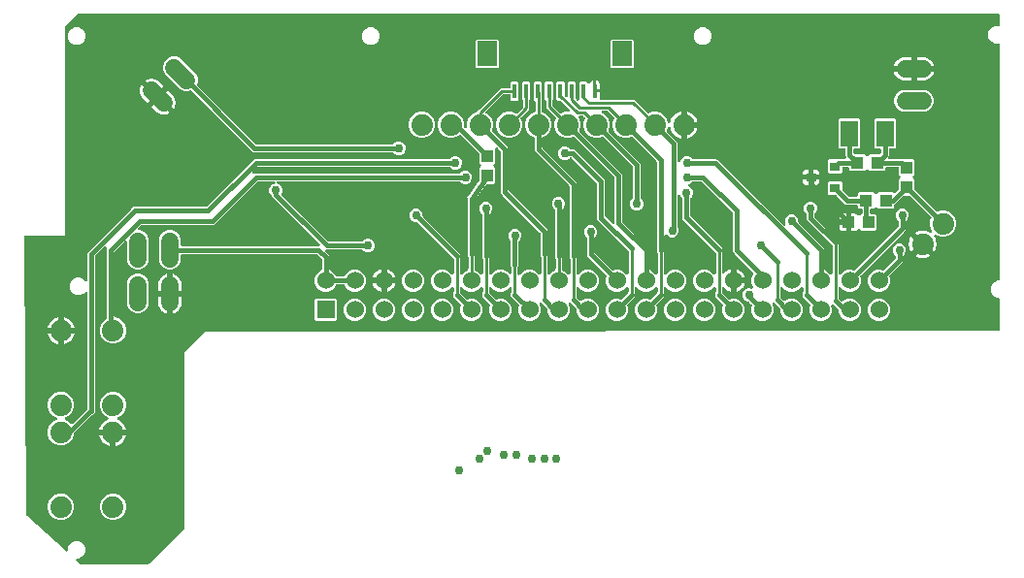
<source format=gbr>
G04 EAGLE Gerber RS-274X export*
G75*
%MOMM*%
%FSLAX34Y34*%
%LPD*%
%INBottom Copper*%
%IPPOS*%
%AMOC8*
5,1,8,0,0,1.08239X$1,22.5*%
G01*
%ADD10C,1.879600*%
%ADD11C,1.524000*%
%ADD12R,1.000000X1.100000*%
%ADD13R,1.100000X1.000000*%
%ADD14R,0.900000X0.800000*%
%ADD15R,1.500000X2.200000*%
%ADD16R,1.524000X1.524000*%
%ADD17C,1.524000*%
%ADD18R,0.300000X1.300000*%
%ADD19R,1.800000X2.200000*%
%ADD20C,0.254000*%
%ADD21C,0.406400*%
%ADD22C,0.152400*%
%ADD23C,0.756400*%

G36*
X113128Y41923D02*
X113128Y41923D01*
X113227Y41926D01*
X113285Y41943D01*
X113346Y41951D01*
X113438Y41987D01*
X113533Y42015D01*
X113585Y42045D01*
X113641Y42068D01*
X113721Y42126D01*
X113807Y42176D01*
X113882Y42242D01*
X113899Y42254D01*
X113906Y42264D01*
X113928Y42283D01*
X144452Y72807D01*
X144512Y72885D01*
X144580Y72957D01*
X144610Y73010D01*
X144647Y73058D01*
X144686Y73149D01*
X144734Y73236D01*
X144749Y73294D01*
X144773Y73350D01*
X144789Y73448D01*
X144813Y73544D01*
X144820Y73644D01*
X144823Y73664D01*
X144822Y73676D01*
X144824Y73704D01*
X144824Y227285D01*
X144919Y227288D01*
X144977Y227305D01*
X145038Y227313D01*
X145130Y227349D01*
X145225Y227377D01*
X145277Y227407D01*
X145333Y227430D01*
X145413Y227488D01*
X145499Y227538D01*
X145574Y227604D01*
X145591Y227616D01*
X145598Y227626D01*
X145620Y227645D01*
X163086Y245111D01*
X854711Y245908D01*
X854829Y245923D01*
X854947Y245931D01*
X854986Y245943D01*
X855027Y245949D01*
X855137Y245992D01*
X855249Y246029D01*
X855284Y246051D01*
X855323Y246066D01*
X855418Y246136D01*
X855518Y246199D01*
X855546Y246229D01*
X855580Y246253D01*
X855655Y246344D01*
X855736Y246431D01*
X855756Y246467D01*
X855782Y246498D01*
X855832Y246605D01*
X855890Y246709D01*
X855900Y246749D01*
X855917Y246786D01*
X855940Y246902D01*
X855969Y247017D01*
X855973Y247078D01*
X855977Y247099D01*
X855976Y247119D01*
X855979Y247178D01*
X855979Y273130D01*
X855964Y273248D01*
X855957Y273367D01*
X855944Y273405D01*
X855939Y273446D01*
X855896Y273556D01*
X855859Y273669D01*
X855837Y273704D01*
X855822Y273741D01*
X855753Y273837D01*
X855689Y273938D01*
X855659Y273966D01*
X855636Y273999D01*
X855544Y274075D01*
X855457Y274156D01*
X855422Y274176D01*
X855391Y274201D01*
X855283Y274252D01*
X855179Y274310D01*
X855139Y274320D01*
X855103Y274337D01*
X854986Y274359D01*
X854871Y274389D01*
X854811Y274393D01*
X854791Y274397D01*
X854770Y274395D01*
X854710Y274399D01*
X854480Y274399D01*
X851709Y275547D01*
X849587Y277669D01*
X848439Y280440D01*
X848439Y283440D01*
X849587Y286211D01*
X851709Y288333D01*
X854480Y289481D01*
X854710Y289481D01*
X854828Y289496D01*
X854947Y289503D01*
X854985Y289516D01*
X855026Y289521D01*
X855136Y289564D01*
X855249Y289601D01*
X855284Y289623D01*
X855321Y289638D01*
X855417Y289707D01*
X855518Y289771D01*
X855546Y289801D01*
X855579Y289824D01*
X855655Y289916D01*
X855736Y290003D01*
X855756Y290038D01*
X855781Y290069D01*
X855832Y290177D01*
X855890Y290281D01*
X855900Y290321D01*
X855917Y290357D01*
X855939Y290474D01*
X855969Y290589D01*
X855973Y290649D01*
X855977Y290669D01*
X855975Y290690D01*
X855979Y290750D01*
X855979Y495380D01*
X855964Y495498D01*
X855957Y495617D01*
X855944Y495655D01*
X855939Y495696D01*
X855896Y495806D01*
X855859Y495919D01*
X855837Y495954D01*
X855822Y495991D01*
X855753Y496087D01*
X855689Y496188D01*
X855659Y496216D01*
X855636Y496249D01*
X855544Y496325D01*
X855457Y496406D01*
X855422Y496426D01*
X855391Y496451D01*
X855283Y496502D01*
X855179Y496560D01*
X855139Y496570D01*
X855103Y496587D01*
X854986Y496609D01*
X854871Y496639D01*
X854811Y496643D01*
X854791Y496647D01*
X854770Y496645D01*
X854710Y496649D01*
X851940Y496649D01*
X849169Y497797D01*
X847047Y499919D01*
X845899Y502690D01*
X845899Y505690D01*
X847047Y508461D01*
X849169Y510583D01*
X851940Y511731D01*
X854710Y511731D01*
X854828Y511746D01*
X854947Y511753D01*
X854985Y511766D01*
X855026Y511771D01*
X855136Y511814D01*
X855249Y511851D01*
X855284Y511873D01*
X855321Y511888D01*
X855417Y511957D01*
X855518Y512021D01*
X855546Y512051D01*
X855579Y512074D01*
X855655Y512166D01*
X855736Y512253D01*
X855756Y512288D01*
X855781Y512319D01*
X855832Y512427D01*
X855890Y512531D01*
X855900Y512571D01*
X855917Y512607D01*
X855939Y512724D01*
X855969Y512839D01*
X855973Y512899D01*
X855977Y512919D01*
X855975Y512940D01*
X855979Y513000D01*
X855979Y521210D01*
X855964Y521328D01*
X855957Y521447D01*
X855944Y521485D01*
X855939Y521526D01*
X855896Y521636D01*
X855859Y521749D01*
X855837Y521784D01*
X855822Y521821D01*
X855753Y521917D01*
X855689Y522018D01*
X855659Y522046D01*
X855636Y522079D01*
X855544Y522155D01*
X855457Y522236D01*
X855422Y522256D01*
X855391Y522281D01*
X855283Y522332D01*
X855179Y522390D01*
X855139Y522400D01*
X855103Y522417D01*
X854986Y522439D01*
X854871Y522469D01*
X854811Y522473D01*
X854791Y522477D01*
X854770Y522475D01*
X854710Y522479D01*
X52580Y522479D01*
X52482Y522467D01*
X52383Y522464D01*
X52325Y522447D01*
X52264Y522439D01*
X52172Y522403D01*
X52077Y522375D01*
X52025Y522345D01*
X51969Y522322D01*
X51889Y522264D01*
X51803Y522214D01*
X51728Y522148D01*
X51711Y522136D01*
X51704Y522126D01*
X51683Y522108D01*
X41013Y511438D01*
X40952Y511359D01*
X40884Y511287D01*
X40855Y511234D01*
X40818Y511186D01*
X40778Y511095D01*
X40730Y511009D01*
X40715Y510950D01*
X40691Y510894D01*
X40676Y510796D01*
X40651Y510701D01*
X40645Y510601D01*
X40641Y510580D01*
X40643Y510568D01*
X40641Y510540D01*
X40641Y328929D01*
X6439Y328929D01*
X6317Y328914D01*
X6194Y328905D01*
X6160Y328894D01*
X6124Y328889D01*
X6009Y328844D01*
X5892Y328805D01*
X5862Y328786D01*
X5828Y328772D01*
X5728Y328700D01*
X5625Y328633D01*
X5600Y328607D01*
X5571Y328586D01*
X5492Y328491D01*
X5408Y328400D01*
X5391Y328368D01*
X5368Y328341D01*
X5316Y328229D01*
X5257Y328120D01*
X5248Y328085D01*
X5233Y328053D01*
X5209Y327932D01*
X5179Y327812D01*
X5176Y327759D01*
X5173Y327741D01*
X5174Y327719D01*
X5170Y327651D01*
X6840Y85198D01*
X6857Y85074D01*
X6866Y84950D01*
X6878Y84917D01*
X6882Y84883D01*
X6929Y84767D01*
X6969Y84649D01*
X6988Y84620D01*
X7001Y84588D01*
X7075Y84488D01*
X7144Y84383D01*
X7179Y84347D01*
X7190Y84332D01*
X7206Y84319D01*
X7256Y84268D01*
X41136Y53482D01*
X41225Y53420D01*
X41309Y53350D01*
X41355Y53329D01*
X41397Y53300D01*
X41499Y53261D01*
X41597Y53215D01*
X41647Y53205D01*
X41694Y53187D01*
X41803Y53176D01*
X41910Y53155D01*
X41960Y53158D01*
X42010Y53153D01*
X42118Y53168D01*
X42227Y53175D01*
X42275Y53190D01*
X42325Y53198D01*
X42426Y53239D01*
X42529Y53273D01*
X42572Y53300D01*
X42619Y53319D01*
X42706Y53385D01*
X42798Y53443D01*
X42833Y53480D01*
X42873Y53510D01*
X42941Y53595D01*
X43016Y53675D01*
X43041Y53719D01*
X43072Y53759D01*
X43117Y53858D01*
X43170Y53953D01*
X43182Y54002D01*
X43203Y54048D01*
X43222Y54156D01*
X43249Y54261D01*
X43254Y54340D01*
X43258Y54362D01*
X43257Y54378D01*
X43259Y54422D01*
X43259Y56110D01*
X44407Y58881D01*
X46529Y61003D01*
X49300Y62151D01*
X52300Y62151D01*
X55071Y61003D01*
X57193Y58881D01*
X58341Y56110D01*
X58341Y53110D01*
X57193Y50339D01*
X55071Y48217D01*
X52300Y47069D01*
X51479Y47069D01*
X51468Y47068D01*
X51458Y47069D01*
X51311Y47048D01*
X51163Y47029D01*
X51154Y47026D01*
X51143Y47024D01*
X51006Y46967D01*
X50867Y46912D01*
X50859Y46906D01*
X50850Y46902D01*
X50731Y46813D01*
X50610Y46726D01*
X50603Y46718D01*
X50595Y46711D01*
X50503Y46596D01*
X50407Y46481D01*
X50403Y46471D01*
X50396Y46463D01*
X50335Y46327D01*
X50272Y46193D01*
X50270Y46183D01*
X50266Y46173D01*
X50240Y46026D01*
X50212Y45881D01*
X50213Y45870D01*
X50211Y45860D01*
X50222Y45712D01*
X50232Y45563D01*
X50235Y45553D01*
X50236Y45543D01*
X50284Y45402D01*
X50330Y45261D01*
X50335Y45252D01*
X50339Y45242D01*
X50420Y45118D01*
X50500Y44992D01*
X50507Y44985D01*
X50513Y44976D01*
X50625Y44861D01*
X53509Y42241D01*
X53565Y42201D01*
X53615Y42154D01*
X53694Y42110D01*
X53769Y42058D01*
X53833Y42034D01*
X53894Y42000D01*
X53981Y41978D01*
X54066Y41946D01*
X54135Y41938D01*
X54201Y41921D01*
X54362Y41911D01*
X113030Y41911D01*
X113128Y41923D01*
G37*
%LPC*%
G36*
X520050Y254507D02*
X520050Y254507D01*
X516502Y255977D01*
X513787Y258692D01*
X512317Y262240D01*
X512317Y266080D01*
X513787Y269628D01*
X516502Y272343D01*
X520050Y273813D01*
X523890Y273813D01*
X525272Y273240D01*
X525300Y273233D01*
X525326Y273219D01*
X525453Y273191D01*
X525578Y273157D01*
X525608Y273156D01*
X525637Y273150D01*
X525766Y273154D01*
X525896Y273151D01*
X525925Y273158D01*
X525955Y273159D01*
X526079Y273195D01*
X526206Y273226D01*
X526232Y273239D01*
X526260Y273248D01*
X526372Y273313D01*
X526487Y273374D01*
X526509Y273394D01*
X526534Y273409D01*
X526655Y273516D01*
X531758Y278618D01*
X531818Y278697D01*
X531886Y278769D01*
X531915Y278822D01*
X531952Y278870D01*
X531992Y278961D01*
X532040Y279047D01*
X532055Y279106D01*
X532079Y279161D01*
X532094Y279259D01*
X532119Y279355D01*
X532125Y279455D01*
X532129Y279476D01*
X532127Y279488D01*
X532129Y279516D01*
X532129Y283004D01*
X532112Y283141D01*
X532099Y283280D01*
X532092Y283300D01*
X532089Y283320D01*
X532038Y283448D01*
X531991Y283580D01*
X531980Y283596D01*
X531972Y283615D01*
X531891Y283728D01*
X531813Y283843D01*
X531797Y283856D01*
X531786Y283873D01*
X531678Y283961D01*
X531574Y284053D01*
X531556Y284062D01*
X531541Y284075D01*
X531415Y284135D01*
X531291Y284198D01*
X531271Y284202D01*
X531253Y284211D01*
X531117Y284237D01*
X530981Y284268D01*
X530960Y284267D01*
X530941Y284271D01*
X530802Y284262D01*
X530663Y284258D01*
X530643Y284252D01*
X530623Y284251D01*
X530491Y284208D01*
X530357Y284169D01*
X530340Y284159D01*
X530321Y284153D01*
X530203Y284078D01*
X530083Y284008D01*
X530062Y283989D01*
X530052Y283983D01*
X530038Y283968D01*
X529963Y283902D01*
X527438Y281377D01*
X523890Y279907D01*
X520050Y279907D01*
X516502Y281377D01*
X513787Y284092D01*
X512317Y287640D01*
X512317Y291480D01*
X512890Y292862D01*
X512897Y292890D01*
X512911Y292916D01*
X512939Y293043D01*
X512973Y293168D01*
X512974Y293198D01*
X512980Y293227D01*
X512976Y293356D01*
X512979Y293486D01*
X512972Y293515D01*
X512971Y293545D01*
X512935Y293669D01*
X512904Y293796D01*
X512891Y293822D01*
X512882Y293850D01*
X512817Y293962D01*
X512756Y294077D01*
X512736Y294099D01*
X512721Y294124D01*
X512614Y294245D01*
X495807Y311052D01*
X495807Y326588D01*
X495795Y326686D01*
X495792Y326785D01*
X495775Y326844D01*
X495767Y326904D01*
X495731Y326996D01*
X495703Y327091D01*
X495673Y327143D01*
X495650Y327199D01*
X495592Y327279D01*
X495542Y327365D01*
X495476Y327440D01*
X495464Y327457D01*
X495454Y327464D01*
X495436Y327486D01*
X494180Y328741D01*
X493295Y330878D01*
X493295Y333191D01*
X494180Y335328D01*
X495816Y336964D01*
X497953Y337849D01*
X500267Y337849D01*
X502404Y336964D01*
X504040Y335328D01*
X504925Y333191D01*
X504925Y330878D01*
X504040Y328741D01*
X502784Y327486D01*
X502724Y327407D01*
X502656Y327335D01*
X502627Y327282D01*
X502590Y327234D01*
X502550Y327143D01*
X502502Y327057D01*
X502487Y326998D01*
X502463Y326942D01*
X502448Y326844D01*
X502423Y326749D01*
X502417Y326649D01*
X502413Y326628D01*
X502415Y326616D01*
X502413Y326588D01*
X502413Y314314D01*
X502425Y314216D01*
X502428Y314117D01*
X502445Y314058D01*
X502453Y313998D01*
X502489Y313906D01*
X502517Y313811D01*
X502547Y313759D01*
X502570Y313703D01*
X502628Y313623D01*
X502678Y313537D01*
X502744Y313462D01*
X502756Y313445D01*
X502766Y313437D01*
X502784Y313416D01*
X517285Y298916D01*
X517309Y298897D01*
X517328Y298875D01*
X517434Y298800D01*
X517536Y298721D01*
X517564Y298709D01*
X517588Y298692D01*
X517709Y298646D01*
X517828Y298594D01*
X517857Y298590D01*
X517885Y298579D01*
X518014Y298565D01*
X518142Y298544D01*
X518172Y298547D01*
X518201Y298544D01*
X518330Y298562D01*
X518459Y298574D01*
X518487Y298584D01*
X518516Y298588D01*
X518668Y298640D01*
X520050Y299213D01*
X523890Y299213D01*
X527438Y297743D01*
X529963Y295218D01*
X530072Y295133D01*
X530179Y295045D01*
X530198Y295036D01*
X530214Y295024D01*
X530342Y294968D01*
X530467Y294909D01*
X530487Y294905D01*
X530506Y294897D01*
X530644Y294875D01*
X530780Y294849D01*
X530800Y294851D01*
X530820Y294847D01*
X530959Y294860D01*
X531097Y294869D01*
X531116Y294875D01*
X531136Y294877D01*
X531268Y294924D01*
X531399Y294967D01*
X531417Y294978D01*
X531436Y294985D01*
X531551Y295063D01*
X531668Y295137D01*
X531682Y295152D01*
X531699Y295163D01*
X531791Y295268D01*
X531886Y295369D01*
X531896Y295387D01*
X531909Y295402D01*
X531973Y295526D01*
X532040Y295647D01*
X532045Y295667D01*
X532054Y295685D01*
X532084Y295821D01*
X532119Y295955D01*
X532121Y295983D01*
X532124Y295995D01*
X532123Y296016D01*
X532129Y296116D01*
X532129Y315268D01*
X532117Y315366D01*
X532114Y315465D01*
X532097Y315523D01*
X532089Y315583D01*
X532053Y315675D01*
X532025Y315770D01*
X531995Y315823D01*
X531972Y315879D01*
X531914Y315959D01*
X531864Y316044D01*
X531798Y316120D01*
X531786Y316136D01*
X531776Y316144D01*
X531758Y316165D01*
X504979Y342943D01*
X504979Y373970D01*
X504967Y374068D01*
X504964Y374167D01*
X504947Y374225D01*
X504940Y374285D01*
X504903Y374377D01*
X504876Y374472D01*
X504845Y374525D01*
X504823Y374581D01*
X504764Y374661D01*
X504714Y374746D01*
X504648Y374822D01*
X504636Y374838D01*
X504626Y374846D01*
X504608Y374867D01*
X482733Y396741D01*
X482639Y396815D01*
X482550Y396893D01*
X482514Y396912D01*
X482482Y396936D01*
X482373Y396984D01*
X482267Y397038D01*
X482228Y397047D01*
X482190Y397063D01*
X482073Y397081D01*
X481957Y397107D01*
X481916Y397106D01*
X481876Y397113D01*
X481758Y397101D01*
X481639Y397098D01*
X481600Y397087D01*
X481560Y397083D01*
X481448Y397043D01*
X481333Y397009D01*
X481298Y396989D01*
X481260Y396975D01*
X481162Y396908D01*
X481059Y396848D01*
X481014Y396808D01*
X480997Y396797D01*
X480984Y396781D01*
X480938Y396741D01*
X479826Y395629D01*
X477689Y394743D01*
X475375Y394743D01*
X473238Y395629D01*
X471602Y397264D01*
X470717Y399402D01*
X470717Y401715D01*
X471602Y403852D01*
X473238Y405488D01*
X475375Y406373D01*
X477689Y406373D01*
X479826Y405488D01*
X481081Y404233D01*
X481159Y404172D01*
X481231Y404104D01*
X481284Y404075D01*
X481332Y404038D01*
X481423Y403998D01*
X481510Y403951D01*
X481568Y403935D01*
X481624Y403911D01*
X481722Y403896D01*
X481818Y403871D01*
X481918Y403865D01*
X481938Y403862D01*
X481950Y403863D01*
X481978Y403861D01*
X484956Y403861D01*
X511585Y377232D01*
X511585Y346205D01*
X511597Y346107D01*
X511600Y346008D01*
X511617Y345950D01*
X511625Y345889D01*
X511661Y345797D01*
X511689Y345702D01*
X511720Y345650D01*
X511742Y345594D01*
X511800Y345514D01*
X511850Y345428D01*
X511917Y345353D01*
X511929Y345336D01*
X511938Y345329D01*
X511957Y345308D01*
X517771Y339494D01*
X517880Y339408D01*
X517987Y339320D01*
X518006Y339311D01*
X518022Y339299D01*
X518150Y339243D01*
X518275Y339184D01*
X518295Y339180D01*
X518314Y339172D01*
X518452Y339150D01*
X518588Y339124D01*
X518608Y339126D01*
X518628Y339123D01*
X518767Y339136D01*
X518905Y339144D01*
X518924Y339150D01*
X518944Y339152D01*
X519076Y339200D01*
X519207Y339242D01*
X519225Y339253D01*
X519244Y339260D01*
X519359Y339338D01*
X519476Y339412D01*
X519490Y339427D01*
X519507Y339439D01*
X519599Y339543D01*
X519694Y339644D01*
X519704Y339662D01*
X519717Y339677D01*
X519781Y339801D01*
X519848Y339923D01*
X519853Y339942D01*
X519862Y339960D01*
X519892Y340096D01*
X519927Y340230D01*
X519929Y340259D01*
X519932Y340270D01*
X519931Y340291D01*
X519937Y340391D01*
X519937Y379106D01*
X519925Y379204D01*
X519922Y379303D01*
X519905Y379361D01*
X519897Y379421D01*
X519861Y379514D01*
X519833Y379609D01*
X519803Y379661D01*
X519780Y379717D01*
X519722Y379797D01*
X519672Y379883D01*
X519606Y379958D01*
X519594Y379975D01*
X519584Y379982D01*
X519566Y380003D01*
X484835Y414734D01*
X484812Y414752D01*
X484793Y414774D01*
X484727Y414820D01*
X484720Y414827D01*
X484709Y414833D01*
X484687Y414849D01*
X484584Y414929D01*
X484557Y414940D01*
X484533Y414957D01*
X484412Y415003D01*
X484292Y415055D01*
X484263Y415059D01*
X484235Y415070D01*
X484107Y415084D01*
X483978Y415105D01*
X483949Y415102D01*
X483919Y415105D01*
X483791Y415087D01*
X483662Y415075D01*
X483634Y415065D01*
X483605Y415061D01*
X483452Y415009D01*
X481064Y414019D01*
X476516Y414019D01*
X472315Y415759D01*
X469099Y418975D01*
X467359Y423176D01*
X467359Y427724D01*
X468664Y430874D01*
X468672Y430903D01*
X468685Y430929D01*
X468714Y431056D01*
X468748Y431181D01*
X468748Y431211D01*
X468755Y431240D01*
X468751Y431369D01*
X468753Y431499D01*
X468746Y431528D01*
X468745Y431557D01*
X468709Y431682D01*
X468679Y431808D01*
X468665Y431835D01*
X468657Y431863D01*
X468591Y431975D01*
X468530Y432090D01*
X468510Y432111D01*
X468495Y432137D01*
X468389Y432258D01*
X462106Y438540D01*
X460246Y440400D01*
X460246Y446183D01*
X460234Y446281D01*
X460231Y446380D01*
X460214Y446439D01*
X460206Y446499D01*
X460170Y446591D01*
X460142Y446686D01*
X460112Y446738D01*
X460089Y446794D01*
X460031Y446874D01*
X459981Y446960D01*
X459915Y447035D01*
X459903Y447052D01*
X459893Y447059D01*
X459874Y447081D01*
X459254Y447701D01*
X459254Y462385D01*
X460445Y463576D01*
X465129Y463576D01*
X466320Y462385D01*
X466320Y447701D01*
X465699Y447081D01*
X465639Y447002D01*
X465571Y446930D01*
X465542Y446877D01*
X465505Y446829D01*
X465465Y446738D01*
X465417Y446652D01*
X465402Y446593D01*
X465378Y446537D01*
X465363Y446439D01*
X465338Y446344D01*
X465332Y446244D01*
X465328Y446223D01*
X465329Y446211D01*
X465328Y446183D01*
X465328Y443031D01*
X465340Y442933D01*
X465343Y442834D01*
X465360Y442775D01*
X465368Y442715D01*
X465404Y442623D01*
X465432Y442528D01*
X465462Y442476D01*
X465485Y442420D01*
X465543Y442340D01*
X465593Y442254D01*
X465659Y442179D01*
X465671Y442162D01*
X465681Y442155D01*
X465699Y442133D01*
X471982Y435851D01*
X472005Y435833D01*
X472025Y435810D01*
X472131Y435736D01*
X472233Y435656D01*
X472260Y435644D01*
X472285Y435627D01*
X472406Y435581D01*
X472525Y435530D01*
X472554Y435525D01*
X472582Y435514D01*
X472711Y435500D01*
X472839Y435480D01*
X472869Y435482D01*
X472898Y435479D01*
X473027Y435497D01*
X473156Y435509D01*
X473184Y435519D01*
X473213Y435524D01*
X473365Y435576D01*
X476516Y436881D01*
X479759Y436881D01*
X479897Y436898D01*
X480036Y436911D01*
X480055Y436918D01*
X480075Y436921D01*
X480204Y436972D01*
X480335Y437019D01*
X480352Y437030D01*
X480370Y437038D01*
X480483Y437119D01*
X480598Y437197D01*
X480611Y437213D01*
X480628Y437224D01*
X480716Y437332D01*
X480809Y437436D01*
X480818Y437454D01*
X480831Y437469D01*
X480890Y437595D01*
X480953Y437719D01*
X480958Y437739D01*
X480966Y437757D01*
X480992Y437893D01*
X481023Y438029D01*
X481022Y438050D01*
X481026Y438069D01*
X481017Y438208D01*
X481013Y438347D01*
X481007Y438367D01*
X481006Y438387D01*
X480963Y438519D01*
X480925Y438653D01*
X480914Y438670D01*
X480908Y438689D01*
X480834Y438807D01*
X480763Y438927D01*
X480745Y438948D01*
X480738Y438958D01*
X480723Y438972D01*
X480657Y439047D01*
X473566Y446138D01*
X473488Y446199D01*
X473416Y446267D01*
X473363Y446296D01*
X473315Y446333D01*
X473224Y446373D01*
X473137Y446420D01*
X473078Y446436D01*
X473023Y446460D01*
X472925Y446475D01*
X472829Y446500D01*
X472729Y446506D01*
X472709Y446509D01*
X472696Y446508D01*
X472668Y446510D01*
X470445Y446510D01*
X469254Y447701D01*
X469254Y462385D01*
X470445Y463576D01*
X475129Y463576D01*
X476320Y462385D01*
X476320Y451097D01*
X476332Y450998D01*
X476335Y450899D01*
X476352Y450841D01*
X476360Y450781D01*
X476396Y450689D01*
X476423Y450594D01*
X476454Y450542D01*
X476477Y450485D01*
X476535Y450405D01*
X476585Y450320D01*
X476651Y450245D01*
X476663Y450228D01*
X476673Y450220D01*
X476691Y450199D01*
X477087Y449803D01*
X477197Y449718D01*
X477304Y449629D01*
X477323Y449621D01*
X477339Y449608D01*
X477466Y449553D01*
X477592Y449494D01*
X477612Y449490D01*
X477631Y449482D01*
X477768Y449460D01*
X477904Y449434D01*
X477925Y449435D01*
X477945Y449432D01*
X478084Y449445D01*
X478222Y449454D01*
X478241Y449460D01*
X478261Y449462D01*
X478393Y449509D01*
X478524Y449552D01*
X478541Y449562D01*
X478561Y449569D01*
X478676Y449648D01*
X478793Y449722D01*
X478807Y449737D01*
X478824Y449748D01*
X478916Y449852D01*
X479011Y449953D01*
X479021Y449971D01*
X479034Y449986D01*
X479098Y450110D01*
X479165Y450232D01*
X479170Y450251D01*
X479179Y450270D01*
X479209Y450406D01*
X479244Y450540D01*
X479246Y450568D01*
X479248Y450580D01*
X479248Y450600D01*
X479254Y450701D01*
X479254Y462385D01*
X480445Y463576D01*
X485129Y463576D01*
X486320Y462385D01*
X486320Y448144D01*
X486332Y448046D01*
X486335Y447947D01*
X486352Y447889D01*
X486360Y447829D01*
X486396Y447737D01*
X486423Y447642D01*
X486454Y447589D01*
X486477Y447533D01*
X486535Y447453D01*
X486585Y447368D01*
X486651Y447292D01*
X486663Y447276D01*
X486673Y447268D01*
X486691Y447247D01*
X487087Y446851D01*
X487197Y446766D01*
X487304Y446677D01*
X487323Y446668D01*
X487339Y446656D01*
X487466Y446601D01*
X487592Y446541D01*
X487612Y446538D01*
X487631Y446529D01*
X487768Y446508D01*
X487904Y446482D01*
X487925Y446483D01*
X487945Y446480D01*
X488084Y446493D01*
X488222Y446501D01*
X488241Y446508D01*
X488261Y446509D01*
X488393Y446557D01*
X488524Y446599D01*
X488541Y446610D01*
X488561Y446617D01*
X488676Y446695D01*
X488793Y446769D01*
X488807Y446784D01*
X488824Y446796D01*
X488916Y446900D01*
X489011Y447001D01*
X489021Y447019D01*
X489034Y447034D01*
X489098Y447158D01*
X489165Y447280D01*
X489170Y447299D01*
X489179Y447317D01*
X489209Y447453D01*
X489244Y447588D01*
X489246Y447616D01*
X489248Y447628D01*
X489248Y447648D01*
X489254Y447748D01*
X489254Y462385D01*
X490445Y463576D01*
X495129Y463576D01*
X496331Y462374D01*
X496339Y462311D01*
X496356Y462160D01*
X496359Y462153D01*
X496360Y462147D01*
X496416Y462005D01*
X496470Y461863D01*
X496474Y461857D01*
X496477Y461851D01*
X496566Y461728D01*
X496654Y461603D01*
X496659Y461599D01*
X496663Y461594D01*
X496781Y461496D01*
X496897Y461398D01*
X496903Y461395D01*
X496908Y461391D01*
X497046Y461326D01*
X497183Y461259D01*
X497190Y461258D01*
X497196Y461255D01*
X497344Y461227D01*
X497495Y461196D01*
X497502Y461197D01*
X497508Y461195D01*
X497659Y461205D01*
X497813Y461213D01*
X497819Y461215D01*
X497826Y461215D01*
X497969Y461262D01*
X498116Y461308D01*
X498122Y461311D01*
X498128Y461313D01*
X498257Y461395D01*
X498387Y461475D01*
X498391Y461480D01*
X498397Y461483D01*
X498502Y461595D01*
X498607Y461704D01*
X498610Y461710D01*
X498615Y461715D01*
X498689Y461849D01*
X498764Y461981D01*
X498766Y461990D01*
X498769Y461994D01*
X498771Y462004D01*
X498815Y462134D01*
X498919Y462524D01*
X499254Y463103D01*
X499727Y463576D01*
X500306Y463910D01*
X500952Y464084D01*
X501518Y464084D01*
X501518Y455043D01*
X501532Y454925D01*
X501540Y454806D01*
X501552Y454768D01*
X501557Y454728D01*
X501601Y454617D01*
X501638Y454504D01*
X501660Y454470D01*
X501674Y454432D01*
X501744Y454336D01*
X501808Y454235D01*
X501809Y454235D01*
X501838Y454207D01*
X501861Y454175D01*
X501862Y454174D01*
X501953Y454098D01*
X502040Y454017D01*
X502076Y453997D01*
X502107Y453971D01*
X502214Y453921D01*
X502319Y453863D01*
X502358Y453853D01*
X502394Y453836D01*
X502511Y453813D01*
X502627Y453784D01*
X502687Y453780D01*
X502707Y453776D01*
X502727Y453777D01*
X502787Y453773D01*
X506828Y453773D01*
X506828Y448314D01*
X506843Y448195D01*
X506850Y448077D01*
X506862Y448038D01*
X506868Y447998D01*
X506911Y447887D01*
X506948Y447774D01*
X506970Y447740D01*
X506985Y447702D01*
X507054Y447606D01*
X507118Y447505D01*
X507148Y447478D01*
X507171Y447445D01*
X507263Y447369D01*
X507350Y447287D01*
X507385Y447268D01*
X507416Y447242D01*
X507524Y447191D01*
X507628Y447134D01*
X507668Y447124D01*
X507704Y447107D01*
X507821Y447084D01*
X507936Y447055D01*
X507996Y447051D01*
X508016Y447047D01*
X508037Y447048D01*
X508097Y447044D01*
X537279Y447044D01*
X548387Y435936D01*
X548411Y435918D01*
X548430Y435895D01*
X548536Y435821D01*
X548639Y435741D01*
X548666Y435729D01*
X548690Y435712D01*
X548811Y435666D01*
X548931Y435615D01*
X548960Y435610D01*
X548987Y435599D01*
X549116Y435585D01*
X549245Y435565D01*
X549274Y435567D01*
X549303Y435564D01*
X549432Y435582D01*
X549561Y435595D01*
X549589Y435605D01*
X549618Y435609D01*
X549771Y435661D01*
X552716Y436881D01*
X557264Y436881D01*
X561465Y435141D01*
X564680Y431925D01*
X566320Y427966D01*
X566384Y427854D01*
X566443Y427739D01*
X566463Y427716D01*
X566478Y427690D01*
X566568Y427597D01*
X566653Y427500D01*
X566678Y427483D01*
X566699Y427462D01*
X566809Y427394D01*
X566916Y427321D01*
X566944Y427311D01*
X566970Y427295D01*
X567094Y427257D01*
X567215Y427214D01*
X567245Y427211D01*
X567274Y427202D01*
X567403Y427196D01*
X567532Y427183D01*
X567562Y427188D01*
X567592Y427187D01*
X567718Y427213D01*
X567846Y427233D01*
X567873Y427245D01*
X567903Y427251D01*
X568019Y427308D01*
X568138Y427359D01*
X568162Y427377D01*
X568189Y427391D01*
X568287Y427475D01*
X568389Y427554D01*
X568408Y427577D01*
X568431Y427597D01*
X568505Y427703D01*
X568584Y427805D01*
X568596Y427832D01*
X568614Y427857D01*
X568660Y427978D01*
X568711Y428097D01*
X568720Y428138D01*
X568726Y428154D01*
X568729Y428176D01*
X568743Y428241D01*
X569326Y430033D01*
X570179Y431707D01*
X571283Y433228D01*
X572612Y434556D01*
X574133Y435661D01*
X575807Y436514D01*
X577594Y437095D01*
X577851Y437135D01*
X577851Y426720D01*
X577865Y426602D01*
X577873Y426483D01*
X577885Y426445D01*
X577890Y426405D01*
X577934Y426294D01*
X577971Y426181D01*
X577993Y426147D01*
X578007Y426109D01*
X578077Y426013D01*
X578141Y425912D01*
X578170Y425884D01*
X578194Y425852D01*
X578286Y425776D01*
X578373Y425694D01*
X578408Y425675D01*
X578439Y425649D01*
X578547Y425598D01*
X578651Y425541D01*
X578690Y425530D01*
X578727Y425513D01*
X578844Y425491D01*
X578959Y425461D01*
X579019Y425457D01*
X579039Y425453D01*
X579060Y425455D01*
X579120Y425451D01*
X580391Y425451D01*
X580391Y425449D01*
X579120Y425449D01*
X579002Y425434D01*
X578883Y425427D01*
X578844Y425414D01*
X578804Y425409D01*
X578693Y425365D01*
X578580Y425329D01*
X578546Y425307D01*
X578509Y425292D01*
X578412Y425222D01*
X578312Y425159D01*
X578284Y425129D01*
X578251Y425105D01*
X578175Y425014D01*
X578094Y424927D01*
X578074Y424892D01*
X578048Y424860D01*
X577998Y424753D01*
X577940Y424648D01*
X577930Y424609D01*
X577913Y424573D01*
X577891Y424456D01*
X577861Y424341D01*
X577857Y424280D01*
X577853Y424260D01*
X577854Y424240D01*
X577851Y424180D01*
X577851Y413765D01*
X577594Y413805D01*
X575807Y414386D01*
X574133Y415239D01*
X572612Y416344D01*
X571283Y417672D01*
X570179Y419193D01*
X569326Y420867D01*
X568735Y422684D01*
X568710Y422770D01*
X568680Y422896D01*
X568666Y422923D01*
X568658Y422952D01*
X568592Y423063D01*
X568531Y423177D01*
X568511Y423200D01*
X568496Y423226D01*
X568404Y423317D01*
X568317Y423413D01*
X568292Y423429D01*
X568271Y423450D01*
X568160Y423516D01*
X568052Y423587D01*
X568023Y423597D01*
X567997Y423613D01*
X567873Y423649D01*
X567751Y423691D01*
X567721Y423693D01*
X567692Y423701D01*
X567563Y423706D01*
X567434Y423716D01*
X567404Y423711D01*
X567374Y423712D01*
X567248Y423684D01*
X567121Y423661D01*
X567093Y423649D01*
X567064Y423643D01*
X566949Y423584D01*
X566831Y423531D01*
X566807Y423512D01*
X566780Y423498D01*
X566683Y423413D01*
X566582Y423332D01*
X566564Y423308D01*
X566541Y423288D01*
X566469Y423182D01*
X566391Y423078D01*
X566372Y423040D01*
X566362Y423026D01*
X566355Y423005D01*
X566320Y422934D01*
X565431Y420788D01*
X565423Y420759D01*
X565410Y420733D01*
X565381Y420606D01*
X565347Y420481D01*
X565347Y420451D01*
X565340Y420423D01*
X565344Y420293D01*
X565342Y420163D01*
X565349Y420134D01*
X565350Y420105D01*
X565386Y419980D01*
X565416Y419854D01*
X565430Y419827D01*
X565438Y419799D01*
X565504Y419687D01*
X565565Y419572D01*
X565585Y419551D01*
X565600Y419525D01*
X565706Y419404D01*
X574803Y410308D01*
X574803Y394044D01*
X574811Y393975D01*
X574810Y393905D01*
X574831Y393818D01*
X574843Y393729D01*
X574868Y393664D01*
X574885Y393596D01*
X574927Y393517D01*
X574960Y393433D01*
X575001Y393377D01*
X575033Y393315D01*
X575094Y393248D01*
X575146Y393176D01*
X575200Y393131D01*
X575247Y393080D01*
X575322Y393030D01*
X575391Y392973D01*
X575455Y392943D01*
X575513Y392905D01*
X575598Y392876D01*
X575679Y392837D01*
X575748Y392824D01*
X575814Y392802D01*
X575903Y392794D01*
X575991Y392778D01*
X576061Y392782D01*
X576131Y392776D01*
X576219Y392792D01*
X576309Y392797D01*
X576375Y392819D01*
X576444Y392831D01*
X576526Y392868D01*
X576611Y392895D01*
X576670Y392933D01*
X576734Y392961D01*
X576804Y393017D01*
X576880Y393066D01*
X576928Y393116D01*
X576982Y393160D01*
X577037Y393232D01*
X577098Y393297D01*
X577132Y393358D01*
X577174Y393414D01*
X577245Y393559D01*
X578141Y395724D01*
X579777Y397360D01*
X581914Y398245D01*
X584228Y398245D01*
X586365Y397360D01*
X587620Y396104D01*
X587698Y396044D01*
X587770Y395976D01*
X587823Y395947D01*
X587871Y395910D01*
X587962Y395870D01*
X588049Y395822D01*
X588107Y395807D01*
X588163Y395783D01*
X588261Y395768D01*
X588357Y395743D01*
X588457Y395737D01*
X588477Y395733D01*
X588489Y395735D01*
X588517Y395733D01*
X609134Y395733D01*
X666986Y337880D01*
X667042Y337837D01*
X667090Y337787D01*
X667167Y337740D01*
X667238Y337685D01*
X667302Y337657D01*
X667361Y337621D01*
X667447Y337594D01*
X667530Y337559D01*
X667599Y337548D01*
X667665Y337527D01*
X667755Y337523D01*
X667844Y337509D01*
X667913Y337515D01*
X667983Y337512D01*
X668071Y337530D01*
X668160Y337539D01*
X668226Y337562D01*
X668294Y337576D01*
X668375Y337616D01*
X668460Y337646D01*
X668517Y337685D01*
X668580Y337716D01*
X668648Y337774D01*
X668723Y337825D01*
X668769Y337877D01*
X668822Y337922D01*
X668874Y337996D01*
X668933Y338063D01*
X668965Y338125D01*
X669005Y338182D01*
X669037Y338266D01*
X669078Y338346D01*
X669093Y338415D01*
X669118Y338480D01*
X669128Y338569D01*
X669147Y338657D01*
X669145Y338726D01*
X669153Y338796D01*
X669141Y338885D01*
X669138Y338975D01*
X669118Y339042D01*
X669109Y339111D01*
X669057Y339263D01*
X668555Y340473D01*
X668555Y342787D01*
X669440Y344924D01*
X671076Y346560D01*
X673213Y347445D01*
X675527Y347445D01*
X677664Y346560D01*
X679300Y344924D01*
X680185Y342787D01*
X680185Y341012D01*
X680197Y340914D01*
X680200Y340815D01*
X680217Y340756D01*
X680225Y340696D01*
X680261Y340604D01*
X680289Y340509D01*
X680319Y340457D01*
X680342Y340401D01*
X680400Y340321D01*
X680450Y340235D01*
X680516Y340160D01*
X680528Y340143D01*
X680538Y340135D01*
X680556Y340114D01*
X703073Y317598D01*
X703073Y299488D01*
X703076Y299459D01*
X703074Y299429D01*
X703096Y299301D01*
X703113Y299173D01*
X703123Y299145D01*
X703128Y299116D01*
X703182Y298997D01*
X703230Y298877D01*
X703247Y298853D01*
X703259Y298826D01*
X703340Y298725D01*
X703416Y298620D01*
X703439Y298601D01*
X703458Y298578D01*
X703561Y298500D01*
X703661Y298417D01*
X703688Y298404D01*
X703712Y298386D01*
X703856Y298315D01*
X705238Y297743D01*
X707763Y295218D01*
X707872Y295133D01*
X707979Y295045D01*
X707998Y295036D01*
X708014Y295024D01*
X708142Y294968D01*
X708267Y294909D01*
X708287Y294905D01*
X708306Y294897D01*
X708444Y294875D01*
X708580Y294849D01*
X708600Y294851D01*
X708620Y294847D01*
X708759Y294860D01*
X708897Y294869D01*
X708916Y294875D01*
X708936Y294877D01*
X709068Y294924D01*
X709199Y294967D01*
X709217Y294978D01*
X709236Y294985D01*
X709351Y295063D01*
X709468Y295137D01*
X709482Y295152D01*
X709499Y295163D01*
X709591Y295268D01*
X709686Y295369D01*
X709696Y295387D01*
X709709Y295402D01*
X709773Y295526D01*
X709840Y295647D01*
X709845Y295667D01*
X709854Y295685D01*
X709884Y295821D01*
X709919Y295955D01*
X709921Y295983D01*
X709924Y295995D01*
X709923Y296016D01*
X709929Y296116D01*
X709929Y319924D01*
X709917Y320022D01*
X709914Y320121D01*
X709897Y320180D01*
X709889Y320240D01*
X709853Y320332D01*
X709825Y320427D01*
X709795Y320479D01*
X709772Y320535D01*
X709714Y320615D01*
X709664Y320701D01*
X709598Y320776D01*
X709586Y320793D01*
X709576Y320801D01*
X709558Y320822D01*
X687577Y342802D01*
X687577Y347304D01*
X687565Y347402D01*
X687562Y347501D01*
X687545Y347559D01*
X687537Y347619D01*
X687501Y347711D01*
X687473Y347806D01*
X687443Y347859D01*
X687420Y347915D01*
X687362Y347995D01*
X687312Y348080D01*
X687246Y348156D01*
X687234Y348172D01*
X687224Y348180D01*
X687206Y348201D01*
X685950Y349456D01*
X685065Y351593D01*
X685065Y353907D01*
X685950Y356044D01*
X687586Y357680D01*
X689723Y358565D01*
X692037Y358565D01*
X694174Y357680D01*
X695810Y356044D01*
X696695Y353907D01*
X696695Y351593D01*
X695810Y349456D01*
X694554Y348201D01*
X694494Y348123D01*
X694426Y348051D01*
X694397Y347998D01*
X694360Y347950D01*
X694320Y347859D01*
X694272Y347772D01*
X694257Y347714D01*
X694233Y347658D01*
X694218Y347560D01*
X694193Y347464D01*
X694187Y347364D01*
X694183Y347344D01*
X694185Y347332D01*
X694183Y347304D01*
X694183Y346064D01*
X694195Y345966D01*
X694198Y345867D01*
X694215Y345808D01*
X694223Y345748D01*
X694259Y345656D01*
X694287Y345561D01*
X694317Y345509D01*
X694340Y345453D01*
X694398Y345373D01*
X694448Y345287D01*
X694514Y345212D01*
X694526Y345195D01*
X694536Y345187D01*
X694554Y345166D01*
X715773Y323948D01*
X715773Y321212D01*
X715382Y320822D01*
X715322Y320743D01*
X715254Y320671D01*
X715225Y320618D01*
X715188Y320570D01*
X715148Y320479D01*
X715100Y320393D01*
X715085Y320334D01*
X715061Y320279D01*
X715046Y320181D01*
X715021Y320085D01*
X715015Y319985D01*
X715011Y319964D01*
X715013Y319952D01*
X715011Y319924D01*
X715011Y296116D01*
X715028Y295979D01*
X715041Y295840D01*
X715048Y295820D01*
X715051Y295800D01*
X715102Y295672D01*
X715149Y295540D01*
X715160Y295524D01*
X715168Y295505D01*
X715249Y295392D01*
X715327Y295277D01*
X715343Y295264D01*
X715354Y295247D01*
X715462Y295159D01*
X715566Y295067D01*
X715584Y295058D01*
X715599Y295045D01*
X715725Y294985D01*
X715849Y294922D01*
X715869Y294918D01*
X715887Y294909D01*
X716023Y294883D01*
X716159Y294852D01*
X716180Y294853D01*
X716199Y294849D01*
X716338Y294858D01*
X716477Y294862D01*
X716497Y294868D01*
X716517Y294869D01*
X716649Y294912D01*
X716783Y294951D01*
X716800Y294961D01*
X716819Y294967D01*
X716937Y295042D01*
X717057Y295112D01*
X717078Y295131D01*
X717088Y295137D01*
X717102Y295152D01*
X717177Y295218D01*
X719702Y297743D01*
X723250Y299213D01*
X727090Y299213D01*
X728472Y298640D01*
X728500Y298633D01*
X728526Y298619D01*
X728653Y298591D01*
X728778Y298557D01*
X728808Y298556D01*
X728837Y298550D01*
X728966Y298554D01*
X729096Y298551D01*
X729125Y298558D01*
X729155Y298559D01*
X729279Y298595D01*
X729406Y298626D01*
X729432Y298639D01*
X729460Y298648D01*
X729572Y298714D01*
X729687Y298774D01*
X729709Y298794D01*
X729734Y298809D01*
X729855Y298916D01*
X767216Y336276D01*
X767276Y336355D01*
X767344Y336427D01*
X767373Y336480D01*
X767410Y336528D01*
X767450Y336619D01*
X767498Y336705D01*
X767513Y336764D01*
X767537Y336819D01*
X767552Y336917D01*
X767577Y337013D01*
X767583Y337113D01*
X767587Y337133D01*
X767585Y337146D01*
X767587Y337174D01*
X767587Y341264D01*
X767575Y341362D01*
X767572Y341461D01*
X767555Y341519D01*
X767547Y341579D01*
X767511Y341671D01*
X767483Y341766D01*
X767453Y341819D01*
X767430Y341875D01*
X767372Y341955D01*
X767322Y342040D01*
X767256Y342116D01*
X767244Y342132D01*
X767234Y342140D01*
X767216Y342161D01*
X765960Y343416D01*
X765075Y345553D01*
X765075Y347867D01*
X765960Y350004D01*
X767596Y351640D01*
X769733Y352525D01*
X772047Y352525D01*
X774184Y351640D01*
X775820Y350004D01*
X776705Y347867D01*
X776705Y345553D01*
X775820Y343416D01*
X774564Y342161D01*
X774504Y342083D01*
X774436Y342011D01*
X774407Y341958D01*
X774370Y341910D01*
X774330Y341819D01*
X774282Y341732D01*
X774267Y341674D01*
X774243Y341618D01*
X774228Y341520D01*
X774203Y341424D01*
X774197Y341324D01*
X774193Y341304D01*
X774195Y341292D01*
X774193Y341264D01*
X774193Y333912D01*
X771887Y331606D01*
X771886Y331606D01*
X734526Y294245D01*
X734507Y294221D01*
X734485Y294202D01*
X734410Y294096D01*
X734331Y293994D01*
X734319Y293966D01*
X734302Y293942D01*
X734256Y293821D01*
X734204Y293702D01*
X734200Y293673D01*
X734189Y293645D01*
X734175Y293516D01*
X734154Y293388D01*
X734157Y293358D01*
X734154Y293329D01*
X734172Y293200D01*
X734184Y293071D01*
X734194Y293043D01*
X734198Y293014D01*
X734250Y292862D01*
X734823Y291480D01*
X734823Y287640D01*
X733353Y284092D01*
X730638Y281377D01*
X727090Y279907D01*
X723250Y279907D01*
X719702Y281377D01*
X717177Y283902D01*
X717068Y283987D01*
X716961Y284075D01*
X716942Y284084D01*
X716926Y284096D01*
X716798Y284152D01*
X716673Y284211D01*
X716653Y284215D01*
X716634Y284223D01*
X716496Y284245D01*
X716360Y284271D01*
X716340Y284269D01*
X716320Y284273D01*
X716181Y284260D01*
X716043Y284251D01*
X716024Y284245D01*
X716004Y284243D01*
X715872Y284196D01*
X715741Y284153D01*
X715723Y284142D01*
X715704Y284135D01*
X715589Y284057D01*
X715472Y283983D01*
X715458Y283968D01*
X715441Y283957D01*
X715349Y283852D01*
X715254Y283751D01*
X715244Y283733D01*
X715231Y283718D01*
X715167Y283594D01*
X715100Y283473D01*
X715095Y283453D01*
X715086Y283435D01*
X715056Y283299D01*
X715021Y283165D01*
X715019Y283137D01*
X715016Y283125D01*
X715017Y283104D01*
X715011Y283004D01*
X715011Y274436D01*
X715023Y274338D01*
X715026Y274239D01*
X715043Y274180D01*
X715051Y274120D01*
X715087Y274028D01*
X715115Y273933D01*
X715145Y273881D01*
X715168Y273825D01*
X715226Y273745D01*
X715276Y273659D01*
X715342Y273584D01*
X715354Y273567D01*
X715364Y273559D01*
X715382Y273538D01*
X717242Y271678D01*
X717337Y271605D01*
X717426Y271527D01*
X717462Y271508D01*
X717494Y271483D01*
X717603Y271436D01*
X717709Y271382D01*
X717748Y271373D01*
X717786Y271357D01*
X717903Y271338D01*
X718019Y271312D01*
X718060Y271314D01*
X718100Y271307D01*
X718218Y271318D01*
X718337Y271322D01*
X718376Y271333D01*
X718416Y271337D01*
X718528Y271377D01*
X718643Y271410D01*
X718677Y271431D01*
X718716Y271445D01*
X718814Y271512D01*
X718917Y271572D01*
X718962Y271612D01*
X718979Y271623D01*
X718992Y271639D01*
X719037Y271678D01*
X719702Y272343D01*
X723250Y273813D01*
X727090Y273813D01*
X730638Y272343D01*
X733353Y269628D01*
X734823Y266080D01*
X734823Y262240D01*
X733353Y258692D01*
X730638Y255977D01*
X727090Y254507D01*
X723250Y254507D01*
X719702Y255977D01*
X716987Y258692D01*
X715517Y262240D01*
X715517Y263536D01*
X715505Y263634D01*
X715502Y263733D01*
X715485Y263792D01*
X715477Y263852D01*
X715441Y263944D01*
X715413Y264039D01*
X715383Y264091D01*
X715360Y264147D01*
X715302Y264227D01*
X715252Y264313D01*
X715186Y264388D01*
X715174Y264405D01*
X715164Y264413D01*
X715146Y264434D01*
X711052Y268527D01*
X710997Y268570D01*
X710949Y268620D01*
X710872Y268667D01*
X710801Y268722D01*
X710737Y268750D01*
X710677Y268786D01*
X710592Y268813D01*
X710509Y268848D01*
X710440Y268859D01*
X710373Y268880D01*
X710284Y268884D01*
X710195Y268898D01*
X710125Y268892D01*
X710056Y268895D01*
X709968Y268877D01*
X709878Y268868D01*
X709813Y268845D01*
X709744Y268831D01*
X709664Y268791D01*
X709579Y268761D01*
X709521Y268721D01*
X709459Y268691D01*
X709390Y268633D01*
X709316Y268582D01*
X709270Y268530D01*
X709217Y268485D01*
X709165Y268411D01*
X709105Y268344D01*
X709074Y268281D01*
X709034Y268224D01*
X709002Y268141D01*
X708961Y268060D01*
X708946Y267992D01*
X708921Y267927D01*
X708911Y267838D01*
X708891Y267750D01*
X708893Y267680D01*
X708886Y267611D01*
X708898Y267522D01*
X708901Y267432D01*
X708920Y267365D01*
X708930Y267296D01*
X708982Y267144D01*
X709423Y266080D01*
X709423Y262240D01*
X707953Y258692D01*
X705238Y255977D01*
X701690Y254507D01*
X697850Y254507D01*
X694302Y255977D01*
X691587Y258692D01*
X690117Y262240D01*
X690117Y266080D01*
X690690Y267462D01*
X690697Y267490D01*
X690711Y267516D01*
X690739Y267643D01*
X690773Y267768D01*
X690774Y267798D01*
X690780Y267827D01*
X690776Y267956D01*
X690779Y268086D01*
X690772Y268115D01*
X690771Y268145D01*
X690735Y268269D01*
X690704Y268396D01*
X690691Y268422D01*
X690682Y268450D01*
X690617Y268562D01*
X690556Y268677D01*
X690536Y268699D01*
X690521Y268724D01*
X690414Y268845D01*
X683767Y275492D01*
X683767Y278228D01*
X684158Y278618D01*
X684218Y278697D01*
X684286Y278769D01*
X684315Y278822D01*
X684352Y278870D01*
X684392Y278961D01*
X684440Y279047D01*
X684455Y279106D01*
X684479Y279161D01*
X684494Y279259D01*
X684519Y279355D01*
X684525Y279455D01*
X684529Y279476D01*
X684527Y279488D01*
X684529Y279516D01*
X684529Y283004D01*
X684512Y283141D01*
X684499Y283280D01*
X684492Y283300D01*
X684489Y283320D01*
X684438Y283448D01*
X684391Y283580D01*
X684380Y283596D01*
X684372Y283615D01*
X684291Y283728D01*
X684213Y283843D01*
X684197Y283856D01*
X684186Y283873D01*
X684078Y283961D01*
X683974Y284053D01*
X683956Y284062D01*
X683941Y284075D01*
X683815Y284135D01*
X683691Y284198D01*
X683671Y284202D01*
X683653Y284211D01*
X683517Y284237D01*
X683381Y284268D01*
X683360Y284267D01*
X683341Y284271D01*
X683202Y284262D01*
X683063Y284258D01*
X683043Y284252D01*
X683023Y284251D01*
X682891Y284208D01*
X682757Y284169D01*
X682740Y284159D01*
X682721Y284153D01*
X682603Y284078D01*
X682483Y284008D01*
X682462Y283989D01*
X682452Y283983D01*
X682438Y283968D01*
X682363Y283902D01*
X679838Y281377D01*
X676290Y279907D01*
X672450Y279907D01*
X668902Y281377D01*
X666377Y283902D01*
X666268Y283987D01*
X666161Y284075D01*
X666142Y284084D01*
X666126Y284096D01*
X665998Y284152D01*
X665873Y284211D01*
X665853Y284215D01*
X665834Y284223D01*
X665696Y284245D01*
X665560Y284271D01*
X665540Y284269D01*
X665520Y284273D01*
X665381Y284260D01*
X665243Y284251D01*
X665224Y284245D01*
X665204Y284243D01*
X665072Y284196D01*
X664941Y284153D01*
X664923Y284142D01*
X664904Y284135D01*
X664789Y284057D01*
X664672Y283983D01*
X664658Y283968D01*
X664641Y283957D01*
X664549Y283852D01*
X664454Y283751D01*
X664444Y283733D01*
X664431Y283718D01*
X664367Y283594D01*
X664300Y283473D01*
X664295Y283453D01*
X664286Y283435D01*
X664256Y283299D01*
X664221Y283165D01*
X664219Y283137D01*
X664216Y283125D01*
X664217Y283104D01*
X664211Y283004D01*
X664211Y275156D01*
X664223Y275058D01*
X664226Y274959D01*
X664243Y274900D01*
X664251Y274840D01*
X664287Y274748D01*
X664315Y274653D01*
X664345Y274601D01*
X664368Y274545D01*
X664426Y274465D01*
X664476Y274379D01*
X664542Y274304D01*
X664554Y274287D01*
X664564Y274279D01*
X664582Y274258D01*
X666802Y272038D01*
X666897Y271965D01*
X666986Y271887D01*
X667022Y271868D01*
X667054Y271843D01*
X667163Y271796D01*
X667269Y271742D01*
X667308Y271733D01*
X667346Y271717D01*
X667463Y271698D01*
X667579Y271672D01*
X667620Y271674D01*
X667660Y271667D01*
X667779Y271678D01*
X667897Y271682D01*
X667936Y271693D01*
X667976Y271697D01*
X668088Y271737D01*
X668203Y271770D01*
X668237Y271791D01*
X668276Y271805D01*
X668374Y271872D01*
X668477Y271932D01*
X668522Y271972D01*
X668539Y271983D01*
X668552Y271999D01*
X668597Y272038D01*
X668902Y272343D01*
X672450Y273813D01*
X676290Y273813D01*
X679838Y272343D01*
X682553Y269628D01*
X684023Y266080D01*
X684023Y262240D01*
X682553Y258692D01*
X679838Y255977D01*
X676290Y254507D01*
X672450Y254507D01*
X668902Y255977D01*
X666187Y258692D01*
X664717Y262240D01*
X664717Y264256D01*
X664705Y264354D01*
X664702Y264453D01*
X664685Y264512D01*
X664677Y264572D01*
X664641Y264664D01*
X664613Y264759D01*
X664583Y264811D01*
X664560Y264867D01*
X664502Y264947D01*
X664452Y265033D01*
X664386Y265108D01*
X664374Y265125D01*
X664364Y265133D01*
X664346Y265154D01*
X659743Y269756D01*
X659688Y269799D01*
X659639Y269849D01*
X659563Y269896D01*
X659492Y269951D01*
X659428Y269979D01*
X659368Y270015D01*
X659283Y270042D01*
X659200Y270077D01*
X659131Y270088D01*
X659064Y270109D01*
X658975Y270113D01*
X658886Y270127D01*
X658816Y270121D01*
X658747Y270124D01*
X658659Y270106D01*
X658569Y270097D01*
X658504Y270074D01*
X658435Y270060D01*
X658354Y270020D01*
X658270Y269990D01*
X658212Y269951D01*
X658150Y269920D01*
X658081Y269862D01*
X658007Y269811D01*
X657961Y269759D01*
X657908Y269714D01*
X657856Y269640D01*
X657796Y269573D01*
X657765Y269511D01*
X657724Y269454D01*
X657693Y269370D01*
X657652Y269290D01*
X657637Y269222D01*
X657612Y269156D01*
X657602Y269067D01*
X657582Y268979D01*
X657584Y268910D01*
X657577Y268840D01*
X657589Y268751D01*
X657592Y268661D01*
X657611Y268594D01*
X657621Y268525D01*
X657673Y268373D01*
X658623Y266080D01*
X658623Y262240D01*
X657153Y258692D01*
X654438Y255977D01*
X650890Y254507D01*
X647050Y254507D01*
X643502Y255977D01*
X640787Y258692D01*
X639317Y262240D01*
X639317Y266080D01*
X639890Y267462D01*
X639897Y267490D01*
X639911Y267516D01*
X639939Y267643D01*
X639973Y267768D01*
X639974Y267798D01*
X639980Y267827D01*
X639976Y267956D01*
X639979Y268086D01*
X639972Y268115D01*
X639971Y268145D01*
X639935Y268269D01*
X639904Y268396D01*
X639891Y268422D01*
X639882Y268450D01*
X639816Y268562D01*
X639756Y268677D01*
X639736Y268699D01*
X639721Y268724D01*
X639614Y268845D01*
X637786Y270674D01*
X637707Y270734D01*
X637635Y270802D01*
X637582Y270831D01*
X637534Y270868D01*
X637443Y270908D01*
X637357Y270956D01*
X637298Y270971D01*
X637243Y270995D01*
X637145Y271010D01*
X637049Y271035D01*
X636949Y271041D01*
X636928Y271045D01*
X636916Y271043D01*
X636888Y271045D01*
X636383Y271045D01*
X634246Y271930D01*
X632610Y273566D01*
X631725Y275703D01*
X631725Y278017D01*
X632610Y280154D01*
X634246Y281790D01*
X636383Y282675D01*
X638697Y282675D01*
X639097Y282509D01*
X639232Y282472D01*
X639364Y282431D01*
X639385Y282430D01*
X639404Y282425D01*
X639544Y282423D01*
X639682Y282416D01*
X639702Y282420D01*
X639722Y282420D01*
X639858Y282452D01*
X639994Y282480D01*
X640012Y282489D01*
X640031Y282494D01*
X640154Y282559D01*
X640279Y282620D01*
X640295Y282633D01*
X640313Y282643D01*
X640415Y282736D01*
X640521Y282826D01*
X640533Y282843D01*
X640548Y282856D01*
X640624Y282973D01*
X640704Y283086D01*
X640712Y283105D01*
X640723Y283122D01*
X640768Y283254D01*
X640817Y283384D01*
X640819Y283404D01*
X640826Y283423D01*
X640837Y283562D01*
X640852Y283700D01*
X640849Y283720D01*
X640851Y283740D01*
X640827Y283876D01*
X640808Y284015D01*
X640799Y284041D01*
X640797Y284053D01*
X640788Y284072D01*
X640756Y284167D01*
X639317Y287640D01*
X639317Y291480D01*
X640787Y295028D01*
X640817Y295058D01*
X640890Y295152D01*
X640968Y295241D01*
X640987Y295277D01*
X641012Y295309D01*
X641059Y295418D01*
X641113Y295524D01*
X641122Y295564D01*
X641138Y295601D01*
X641157Y295718D01*
X641183Y295834D01*
X641181Y295875D01*
X641188Y295915D01*
X641177Y296033D01*
X641173Y296152D01*
X641162Y296191D01*
X641158Y296231D01*
X641118Y296344D01*
X641085Y296458D01*
X641064Y296493D01*
X641050Y296531D01*
X640983Y296629D01*
X640923Y296732D01*
X640883Y296777D01*
X640872Y296794D01*
X640856Y296807D01*
X640817Y296853D01*
X625114Y312556D01*
X622807Y314862D01*
X622807Y348908D01*
X622795Y349007D01*
X622792Y349106D01*
X622775Y349164D01*
X622767Y349224D01*
X622731Y349316D01*
X622703Y349411D01*
X622673Y349463D01*
X622650Y349520D01*
X622592Y349600D01*
X622542Y349685D01*
X622476Y349760D01*
X622464Y349777D01*
X622454Y349785D01*
X622436Y349806D01*
X596186Y376056D01*
X596108Y376116D01*
X596035Y376184D01*
X595982Y376213D01*
X595935Y376251D01*
X595844Y376290D01*
X595757Y376338D01*
X595698Y376353D01*
X595643Y376377D01*
X595545Y376392D01*
X595449Y376417D01*
X595349Y376424D01*
X595329Y376427D01*
X595316Y376426D01*
X595288Y376427D01*
X588517Y376427D01*
X588419Y376415D01*
X588320Y376412D01*
X588262Y376395D01*
X588202Y376387D01*
X588110Y376351D01*
X588015Y376324D01*
X587962Y376293D01*
X587906Y376270D01*
X587826Y376212D01*
X587741Y376162D01*
X587665Y376095D01*
X587649Y376084D01*
X587641Y376074D01*
X587620Y376056D01*
X586365Y374800D01*
X584533Y374042D01*
X584412Y373973D01*
X584289Y373908D01*
X584274Y373894D01*
X584256Y373884D01*
X584157Y373787D01*
X584054Y373694D01*
X584043Y373677D01*
X584028Y373663D01*
X583955Y373544D01*
X583879Y373428D01*
X583872Y373409D01*
X583862Y373392D01*
X583821Y373259D01*
X583776Y373127D01*
X583774Y373107D01*
X583768Y373088D01*
X583762Y372949D01*
X583751Y372810D01*
X583754Y372790D01*
X583753Y372770D01*
X583781Y372634D01*
X583805Y372497D01*
X583813Y372479D01*
X583817Y372459D01*
X583879Y372334D01*
X583936Y372207D01*
X583948Y372191D01*
X583957Y372173D01*
X584047Y372067D01*
X584134Y371959D01*
X584150Y371946D01*
X584163Y371931D01*
X584277Y371851D01*
X584388Y371767D01*
X584413Y371755D01*
X584423Y371748D01*
X584443Y371741D01*
X584533Y371696D01*
X585941Y371113D01*
X587577Y369477D01*
X588462Y367340D01*
X588462Y365027D01*
X587577Y362890D01*
X586322Y361635D01*
X586261Y361556D01*
X586193Y361484D01*
X586164Y361431D01*
X586127Y361383D01*
X586088Y361292D01*
X586040Y361206D01*
X586025Y361147D01*
X586001Y361092D01*
X585985Y360994D01*
X585961Y360898D01*
X585954Y360798D01*
X585951Y360777D01*
X585952Y360765D01*
X585950Y360737D01*
X585950Y346346D01*
X585963Y346248D01*
X585966Y346149D01*
X585983Y346091D01*
X585990Y346031D01*
X586027Y345939D01*
X586054Y345843D01*
X586085Y345791D01*
X586107Y345735D01*
X586165Y345655D01*
X586216Y345570D01*
X586282Y345494D01*
X586294Y345478D01*
X586303Y345470D01*
X586322Y345449D01*
X614173Y317598D01*
X614173Y314862D01*
X613783Y314472D01*
X613722Y314394D01*
X613654Y314321D01*
X613625Y314268D01*
X613588Y314220D01*
X613548Y314130D01*
X613500Y314043D01*
X613485Y313984D01*
X613461Y313929D01*
X613446Y313831D01*
X613421Y313735D01*
X613415Y313635D01*
X613411Y313615D01*
X613413Y313602D01*
X613411Y313574D01*
X613411Y296770D01*
X613421Y296691D01*
X613421Y296611D01*
X613441Y296534D01*
X613451Y296454D01*
X613480Y296380D01*
X613500Y296303D01*
X613538Y296233D01*
X613568Y296159D01*
X613614Y296094D01*
X613653Y296024D01*
X613707Y295966D01*
X613754Y295901D01*
X613816Y295850D01*
X613870Y295792D01*
X613938Y295749D01*
X613999Y295698D01*
X614072Y295664D01*
X614139Y295622D01*
X614215Y295597D01*
X614287Y295563D01*
X614365Y295548D01*
X614441Y295523D01*
X614521Y295518D01*
X614599Y295503D01*
X614679Y295508D01*
X614759Y295503D01*
X614837Y295518D01*
X614917Y295523D01*
X614993Y295547D01*
X615071Y295562D01*
X615143Y295596D01*
X615219Y295621D01*
X615287Y295664D01*
X615359Y295697D01*
X615421Y295748D01*
X615488Y295791D01*
X615543Y295849D01*
X615604Y295900D01*
X615705Y296022D01*
X615706Y296023D01*
X615707Y296024D01*
X615820Y296179D01*
X616951Y297310D01*
X618245Y298250D01*
X619670Y298976D01*
X621031Y299419D01*
X621031Y290830D01*
X621046Y290712D01*
X621053Y290593D01*
X621066Y290555D01*
X621071Y290515D01*
X621114Y290404D01*
X621151Y290291D01*
X621173Y290256D01*
X621188Y290219D01*
X621258Y290123D01*
X621321Y290022D01*
X621351Y289994D01*
X621375Y289962D01*
X621466Y289886D01*
X621553Y289804D01*
X621588Y289785D01*
X621619Y289759D01*
X621727Y289708D01*
X621831Y289651D01*
X621871Y289640D01*
X621907Y289623D01*
X622024Y289601D01*
X622139Y289571D01*
X622200Y289567D01*
X622220Y289563D01*
X622240Y289565D01*
X622300Y289561D01*
X623571Y289561D01*
X623571Y289559D01*
X622300Y289559D01*
X622182Y289544D01*
X622063Y289537D01*
X622025Y289524D01*
X621985Y289519D01*
X621874Y289475D01*
X621761Y289439D01*
X621726Y289417D01*
X621689Y289402D01*
X621593Y289332D01*
X621492Y289269D01*
X621464Y289239D01*
X621431Y289215D01*
X621356Y289124D01*
X621274Y289037D01*
X621254Y289002D01*
X621229Y288970D01*
X621178Y288863D01*
X621120Y288759D01*
X621110Y288719D01*
X621093Y288683D01*
X621071Y288566D01*
X621041Y288451D01*
X621037Y288390D01*
X621033Y288370D01*
X621035Y288350D01*
X621031Y288290D01*
X621031Y279701D01*
X619670Y280144D01*
X618245Y280870D01*
X616951Y281810D01*
X615820Y282941D01*
X615707Y283096D01*
X615652Y283154D01*
X615606Y283219D01*
X615544Y283270D01*
X615489Y283328D01*
X615422Y283371D01*
X615361Y283422D01*
X615288Y283456D01*
X615221Y283499D01*
X615145Y283523D01*
X615073Y283557D01*
X614994Y283572D01*
X614918Y283597D01*
X614839Y283602D01*
X614760Y283617D01*
X614681Y283612D01*
X614601Y283617D01*
X614523Y283602D01*
X614443Y283597D01*
X614367Y283573D01*
X614288Y283558D01*
X614216Y283524D01*
X614141Y283499D01*
X614073Y283456D01*
X614001Y283422D01*
X613939Y283372D01*
X613872Y283329D01*
X613817Y283271D01*
X613755Y283220D01*
X613709Y283155D01*
X613654Y283097D01*
X613615Y283027D01*
X613568Y282963D01*
X613539Y282889D01*
X613500Y282819D01*
X613480Y282742D01*
X613451Y282667D01*
X613441Y282588D01*
X613421Y282511D01*
X613411Y282353D01*
X613411Y282352D01*
X613411Y282351D01*
X613411Y282350D01*
X613411Y279516D01*
X613423Y279418D01*
X613426Y279319D01*
X613443Y279260D01*
X613451Y279200D01*
X613487Y279108D01*
X613515Y279013D01*
X613545Y278961D01*
X613568Y278905D01*
X613626Y278825D01*
X613676Y278739D01*
X613742Y278664D01*
X613754Y278647D01*
X613764Y278639D01*
X613782Y278618D01*
X618885Y273516D01*
X618908Y273498D01*
X618928Y273475D01*
X619034Y273400D01*
X619136Y273321D01*
X619164Y273309D01*
X619188Y273292D01*
X619309Y273246D01*
X619428Y273194D01*
X619457Y273190D01*
X619485Y273179D01*
X619614Y273165D01*
X619742Y273144D01*
X619772Y273147D01*
X619801Y273144D01*
X619930Y273162D01*
X620059Y273174D01*
X620087Y273184D01*
X620116Y273188D01*
X620268Y273240D01*
X621650Y273813D01*
X625490Y273813D01*
X629038Y272343D01*
X631753Y269628D01*
X633223Y266080D01*
X633223Y262240D01*
X631753Y258692D01*
X629038Y255977D01*
X625490Y254507D01*
X621650Y254507D01*
X618102Y255977D01*
X615387Y258692D01*
X613917Y262240D01*
X613917Y266080D01*
X614490Y267462D01*
X614497Y267490D01*
X614511Y267516D01*
X614539Y267643D01*
X614573Y267768D01*
X614574Y267798D01*
X614580Y267827D01*
X614576Y267956D01*
X614579Y268086D01*
X614572Y268115D01*
X614571Y268145D01*
X614535Y268269D01*
X614504Y268396D01*
X614491Y268422D01*
X614482Y268450D01*
X614416Y268562D01*
X614356Y268677D01*
X614336Y268699D01*
X614321Y268724D01*
X614214Y268845D01*
X607567Y275492D01*
X607567Y278228D01*
X607958Y278618D01*
X608018Y278697D01*
X608086Y278769D01*
X608115Y278822D01*
X608152Y278870D01*
X608192Y278961D01*
X608240Y279047D01*
X608255Y279106D01*
X608279Y279161D01*
X608294Y279259D01*
X608319Y279355D01*
X608325Y279455D01*
X608329Y279476D01*
X608327Y279488D01*
X608329Y279516D01*
X608329Y283004D01*
X608312Y283141D01*
X608299Y283280D01*
X608292Y283300D01*
X608289Y283320D01*
X608238Y283448D01*
X608191Y283580D01*
X608180Y283596D01*
X608172Y283615D01*
X608091Y283728D01*
X608013Y283843D01*
X607997Y283856D01*
X607986Y283873D01*
X607878Y283961D01*
X607774Y284053D01*
X607756Y284062D01*
X607741Y284075D01*
X607615Y284135D01*
X607491Y284198D01*
X607471Y284202D01*
X607453Y284211D01*
X607317Y284237D01*
X607181Y284268D01*
X607160Y284267D01*
X607141Y284271D01*
X607002Y284262D01*
X606863Y284258D01*
X606843Y284252D01*
X606823Y284251D01*
X606691Y284208D01*
X606557Y284169D01*
X606540Y284159D01*
X606521Y284153D01*
X606403Y284078D01*
X606283Y284008D01*
X606262Y283989D01*
X606252Y283983D01*
X606238Y283968D01*
X606163Y283902D01*
X603638Y281377D01*
X600090Y279907D01*
X596250Y279907D01*
X592702Y281377D01*
X589987Y284092D01*
X588517Y287640D01*
X588517Y291480D01*
X589987Y295028D01*
X592702Y297743D01*
X596250Y299213D01*
X600090Y299213D01*
X603638Y297743D01*
X606163Y295218D01*
X606272Y295133D01*
X606379Y295045D01*
X606398Y295036D01*
X606414Y295024D01*
X606542Y294968D01*
X606667Y294909D01*
X606687Y294905D01*
X606706Y294897D01*
X606844Y294875D01*
X606980Y294849D01*
X607000Y294851D01*
X607020Y294847D01*
X607159Y294860D01*
X607297Y294869D01*
X607316Y294875D01*
X607336Y294877D01*
X607468Y294924D01*
X607599Y294967D01*
X607617Y294978D01*
X607636Y294985D01*
X607751Y295063D01*
X607868Y295137D01*
X607882Y295152D01*
X607899Y295163D01*
X607991Y295268D01*
X608086Y295369D01*
X608096Y295387D01*
X608109Y295402D01*
X608173Y295526D01*
X608240Y295647D01*
X608245Y295667D01*
X608254Y295685D01*
X608284Y295821D01*
X608319Y295955D01*
X608321Y295983D01*
X608324Y295995D01*
X608323Y296016D01*
X608329Y296116D01*
X608329Y313574D01*
X608317Y313672D01*
X608314Y313771D01*
X608297Y313830D01*
X608289Y313890D01*
X608253Y313982D01*
X608225Y314077D01*
X608195Y314129D01*
X608172Y314185D01*
X608114Y314265D01*
X608064Y314351D01*
X607998Y314426D01*
X607986Y314443D01*
X607976Y314451D01*
X607958Y314472D01*
X581651Y340778D01*
X579345Y343084D01*
X579345Y360737D01*
X579332Y360835D01*
X579329Y360934D01*
X579313Y360993D01*
X579305Y361053D01*
X579269Y361145D01*
X579241Y361240D01*
X579210Y361292D01*
X579188Y361348D01*
X579130Y361428D01*
X579079Y361514D01*
X579013Y361589D01*
X579001Y361606D01*
X578992Y361613D01*
X578973Y361635D01*
X577718Y362890D01*
X577245Y364033D01*
X577210Y364093D01*
X577184Y364158D01*
X577132Y364231D01*
X577087Y364309D01*
X577039Y364359D01*
X576998Y364416D01*
X576928Y364473D01*
X576866Y364537D01*
X576806Y364574D01*
X576753Y364618D01*
X576671Y364657D01*
X576595Y364704D01*
X576528Y364724D01*
X576465Y364754D01*
X576377Y364771D01*
X576291Y364797D01*
X576221Y364801D01*
X576152Y364814D01*
X576063Y364808D01*
X575973Y364812D01*
X575905Y364798D01*
X575835Y364794D01*
X575750Y364766D01*
X575662Y364748D01*
X575599Y364717D01*
X575533Y364696D01*
X575457Y364648D01*
X575376Y364608D01*
X575323Y364563D01*
X575264Y364526D01*
X575202Y364460D01*
X575134Y364402D01*
X575094Y364345D01*
X575046Y364294D01*
X575003Y364215D01*
X574951Y364142D01*
X574926Y364077D01*
X574892Y364016D01*
X574870Y363929D01*
X574838Y363845D01*
X574830Y363775D01*
X574813Y363708D01*
X574803Y363547D01*
X574803Y337481D01*
X574815Y337382D01*
X574818Y337283D01*
X574835Y337225D01*
X574843Y337165D01*
X574879Y337073D01*
X574907Y336978D01*
X574937Y336926D01*
X574960Y336869D01*
X575018Y336789D01*
X575068Y336704D01*
X575134Y336629D01*
X575146Y336612D01*
X575156Y336604D01*
X575158Y336602D01*
X576045Y334461D01*
X576045Y332148D01*
X575160Y330011D01*
X573524Y328375D01*
X571387Y327490D01*
X569073Y327490D01*
X566936Y328375D01*
X565539Y329772D01*
X565430Y329857D01*
X565323Y329946D01*
X565304Y329954D01*
X565288Y329967D01*
X565160Y330022D01*
X565035Y330081D01*
X565015Y330085D01*
X564996Y330093D01*
X564858Y330115D01*
X564722Y330141D01*
X564702Y330140D01*
X564682Y330143D01*
X564543Y330130D01*
X564405Y330121D01*
X564386Y330115D01*
X564366Y330113D01*
X564234Y330066D01*
X564103Y330023D01*
X564085Y330012D01*
X564066Y330005D01*
X563951Y329927D01*
X563834Y329853D01*
X563820Y329838D01*
X563803Y329827D01*
X563711Y329722D01*
X563616Y329621D01*
X563606Y329604D01*
X563593Y329588D01*
X563529Y329464D01*
X563462Y329343D01*
X563457Y329323D01*
X563448Y329305D01*
X563418Y329169D01*
X563383Y329035D01*
X563381Y329007D01*
X563378Y328995D01*
X563379Y328974D01*
X563373Y328874D01*
X563373Y314862D01*
X562982Y314472D01*
X562922Y314393D01*
X562854Y314321D01*
X562825Y314268D01*
X562788Y314220D01*
X562748Y314129D01*
X562700Y314043D01*
X562685Y313984D01*
X562661Y313929D01*
X562646Y313831D01*
X562621Y313735D01*
X562615Y313635D01*
X562611Y313614D01*
X562613Y313602D01*
X562611Y313574D01*
X562611Y296116D01*
X562628Y295979D01*
X562641Y295840D01*
X562648Y295820D01*
X562651Y295800D01*
X562702Y295672D01*
X562749Y295540D01*
X562760Y295524D01*
X562768Y295505D01*
X562849Y295392D01*
X562927Y295277D01*
X562943Y295264D01*
X562954Y295247D01*
X563062Y295159D01*
X563166Y295067D01*
X563184Y295058D01*
X563199Y295045D01*
X563325Y294985D01*
X563449Y294922D01*
X563469Y294918D01*
X563487Y294909D01*
X563623Y294883D01*
X563759Y294852D01*
X563780Y294853D01*
X563799Y294849D01*
X563938Y294858D01*
X564077Y294862D01*
X564097Y294868D01*
X564117Y294869D01*
X564249Y294912D01*
X564383Y294951D01*
X564400Y294961D01*
X564419Y294967D01*
X564537Y295042D01*
X564657Y295112D01*
X564678Y295131D01*
X564688Y295137D01*
X564702Y295152D01*
X564777Y295218D01*
X567302Y297743D01*
X570850Y299213D01*
X574690Y299213D01*
X578238Y297743D01*
X580953Y295028D01*
X582423Y291480D01*
X582423Y287640D01*
X580953Y284092D01*
X578238Y281377D01*
X574690Y279907D01*
X570850Y279907D01*
X567302Y281377D01*
X564777Y283902D01*
X564668Y283987D01*
X564561Y284075D01*
X564542Y284084D01*
X564526Y284096D01*
X564398Y284152D01*
X564273Y284211D01*
X564253Y284215D01*
X564234Y284223D01*
X564096Y284245D01*
X563960Y284271D01*
X563940Y284269D01*
X563920Y284273D01*
X563781Y284260D01*
X563643Y284251D01*
X563624Y284245D01*
X563604Y284243D01*
X563472Y284196D01*
X563341Y284153D01*
X563323Y284142D01*
X563304Y284135D01*
X563189Y284057D01*
X563072Y283983D01*
X563058Y283968D01*
X563041Y283957D01*
X562949Y283852D01*
X562854Y283751D01*
X562844Y283733D01*
X562831Y283718D01*
X562767Y283594D01*
X562700Y283473D01*
X562695Y283453D01*
X562686Y283435D01*
X562656Y283299D01*
X562621Y283165D01*
X562619Y283137D01*
X562616Y283125D01*
X562617Y283104D01*
X562611Y283004D01*
X562611Y279516D01*
X562623Y279418D01*
X562626Y279319D01*
X562643Y279260D01*
X562651Y279200D01*
X562687Y279108D01*
X562715Y279013D01*
X562745Y278961D01*
X562768Y278905D01*
X562826Y278825D01*
X562876Y278739D01*
X562942Y278664D01*
X562954Y278647D01*
X562964Y278639D01*
X562982Y278618D01*
X563373Y278228D01*
X563373Y275492D01*
X556726Y268845D01*
X556708Y268822D01*
X556685Y268802D01*
X556610Y268696D01*
X556531Y268594D01*
X556519Y268566D01*
X556502Y268542D01*
X556456Y268421D01*
X556404Y268302D01*
X556400Y268273D01*
X556389Y268245D01*
X556375Y268116D01*
X556354Y267988D01*
X556357Y267958D01*
X556354Y267929D01*
X556372Y267800D01*
X556384Y267671D01*
X556394Y267643D01*
X556398Y267614D01*
X556450Y267462D01*
X557023Y266080D01*
X557023Y262240D01*
X555553Y258692D01*
X552838Y255977D01*
X549290Y254507D01*
X545450Y254507D01*
X541902Y255977D01*
X539187Y258692D01*
X537717Y262240D01*
X537717Y266080D01*
X539187Y269628D01*
X541902Y272343D01*
X545450Y273813D01*
X549290Y273813D01*
X550672Y273240D01*
X550700Y273233D01*
X550726Y273219D01*
X550853Y273191D01*
X550978Y273157D01*
X551008Y273156D01*
X551037Y273150D01*
X551166Y273154D01*
X551296Y273151D01*
X551325Y273158D01*
X551355Y273159D01*
X551479Y273195D01*
X551606Y273226D01*
X551632Y273239D01*
X551660Y273248D01*
X551772Y273314D01*
X551887Y273374D01*
X551909Y273394D01*
X551934Y273409D01*
X552055Y273516D01*
X557158Y278618D01*
X557218Y278697D01*
X557286Y278769D01*
X557315Y278822D01*
X557352Y278870D01*
X557392Y278961D01*
X557440Y279047D01*
X557455Y279106D01*
X557479Y279161D01*
X557494Y279259D01*
X557519Y279355D01*
X557525Y279455D01*
X557529Y279476D01*
X557527Y279488D01*
X557529Y279516D01*
X557529Y283004D01*
X557512Y283141D01*
X557499Y283280D01*
X557492Y283300D01*
X557489Y283320D01*
X557438Y283448D01*
X557391Y283580D01*
X557380Y283596D01*
X557372Y283615D01*
X557291Y283728D01*
X557213Y283843D01*
X557197Y283856D01*
X557186Y283873D01*
X557078Y283961D01*
X556974Y284053D01*
X556956Y284062D01*
X556941Y284075D01*
X556815Y284135D01*
X556691Y284198D01*
X556671Y284202D01*
X556653Y284211D01*
X556517Y284237D01*
X556381Y284268D01*
X556360Y284267D01*
X556341Y284271D01*
X556202Y284262D01*
X556063Y284258D01*
X556043Y284252D01*
X556023Y284251D01*
X555891Y284208D01*
X555757Y284169D01*
X555740Y284159D01*
X555721Y284153D01*
X555603Y284078D01*
X555483Y284008D01*
X555462Y283989D01*
X555452Y283983D01*
X555438Y283968D01*
X555363Y283902D01*
X552838Y281377D01*
X549290Y279907D01*
X545450Y279907D01*
X541902Y281377D01*
X539377Y283902D01*
X539268Y283987D01*
X539161Y284075D01*
X539142Y284084D01*
X539126Y284096D01*
X538998Y284152D01*
X538873Y284211D01*
X538853Y284215D01*
X538834Y284223D01*
X538696Y284245D01*
X538560Y284271D01*
X538540Y284269D01*
X538520Y284273D01*
X538381Y284260D01*
X538243Y284251D01*
X538224Y284245D01*
X538204Y284243D01*
X538072Y284196D01*
X537941Y284153D01*
X537923Y284142D01*
X537904Y284135D01*
X537789Y284057D01*
X537672Y283983D01*
X537658Y283968D01*
X537641Y283957D01*
X537549Y283852D01*
X537454Y283751D01*
X537444Y283733D01*
X537431Y283718D01*
X537367Y283594D01*
X537300Y283473D01*
X537295Y283453D01*
X537286Y283435D01*
X537256Y283299D01*
X537221Y283165D01*
X537219Y283137D01*
X537216Y283125D01*
X537217Y283104D01*
X537211Y283004D01*
X537211Y279516D01*
X537223Y279418D01*
X537226Y279319D01*
X537243Y279260D01*
X537251Y279200D01*
X537287Y279108D01*
X537315Y279013D01*
X537345Y278961D01*
X537368Y278905D01*
X537426Y278825D01*
X537476Y278739D01*
X537542Y278664D01*
X537554Y278647D01*
X537564Y278639D01*
X537582Y278618D01*
X537973Y278228D01*
X537973Y275492D01*
X531326Y268845D01*
X531307Y268821D01*
X531285Y268802D01*
X531210Y268696D01*
X531131Y268594D01*
X531119Y268566D01*
X531102Y268542D01*
X531056Y268421D01*
X531004Y268302D01*
X531000Y268273D01*
X530989Y268245D01*
X530975Y268116D01*
X530954Y267988D01*
X530957Y267958D01*
X530954Y267929D01*
X530972Y267800D01*
X530984Y267671D01*
X530994Y267643D01*
X530998Y267614D01*
X531050Y267462D01*
X531623Y266080D01*
X531623Y262240D01*
X530153Y258692D01*
X527438Y255977D01*
X523890Y254507D01*
X520050Y254507D01*
G37*
%LPD*%
%LPC*%
G36*
X393050Y254507D02*
X393050Y254507D01*
X389502Y255977D01*
X386787Y258692D01*
X385317Y262240D01*
X385317Y266080D01*
X385890Y267462D01*
X385897Y267490D01*
X385911Y267516D01*
X385939Y267643D01*
X385973Y267768D01*
X385974Y267798D01*
X385980Y267827D01*
X385976Y267956D01*
X385979Y268086D01*
X385972Y268115D01*
X385971Y268145D01*
X385935Y268269D01*
X385904Y268396D01*
X385891Y268422D01*
X385882Y268450D01*
X385817Y268562D01*
X385756Y268677D01*
X385736Y268699D01*
X385721Y268724D01*
X385614Y268845D01*
X378967Y275492D01*
X378967Y278228D01*
X379358Y278618D01*
X379418Y278697D01*
X379486Y278769D01*
X379515Y278822D01*
X379552Y278870D01*
X379592Y278961D01*
X379640Y279047D01*
X379655Y279106D01*
X379679Y279161D01*
X379694Y279259D01*
X379719Y279355D01*
X379725Y279455D01*
X379729Y279476D01*
X379727Y279488D01*
X379729Y279516D01*
X379729Y283004D01*
X379712Y283141D01*
X379699Y283280D01*
X379692Y283300D01*
X379689Y283320D01*
X379638Y283448D01*
X379591Y283580D01*
X379580Y283596D01*
X379572Y283615D01*
X379491Y283728D01*
X379413Y283843D01*
X379397Y283856D01*
X379386Y283873D01*
X379278Y283961D01*
X379174Y284053D01*
X379156Y284062D01*
X379141Y284075D01*
X379015Y284135D01*
X378891Y284198D01*
X378871Y284202D01*
X378853Y284211D01*
X378717Y284237D01*
X378581Y284268D01*
X378560Y284267D01*
X378541Y284271D01*
X378402Y284262D01*
X378263Y284258D01*
X378243Y284252D01*
X378223Y284251D01*
X378091Y284208D01*
X377957Y284169D01*
X377940Y284159D01*
X377921Y284153D01*
X377803Y284078D01*
X377683Y284008D01*
X377662Y283989D01*
X377652Y283983D01*
X377638Y283968D01*
X377563Y283902D01*
X375038Y281377D01*
X371490Y279907D01*
X367650Y279907D01*
X364102Y281377D01*
X361387Y284092D01*
X359917Y287640D01*
X359917Y291480D01*
X361387Y295028D01*
X364102Y297743D01*
X367650Y299213D01*
X371490Y299213D01*
X375038Y297743D01*
X377563Y295218D01*
X377672Y295133D01*
X377779Y295045D01*
X377798Y295036D01*
X377814Y295024D01*
X377942Y294968D01*
X378067Y294909D01*
X378087Y294905D01*
X378106Y294897D01*
X378244Y294875D01*
X378380Y294849D01*
X378400Y294851D01*
X378420Y294847D01*
X378559Y294860D01*
X378697Y294869D01*
X378716Y294875D01*
X378736Y294877D01*
X378868Y294924D01*
X378999Y294967D01*
X379017Y294978D01*
X379036Y294985D01*
X379151Y295063D01*
X379268Y295137D01*
X379282Y295152D01*
X379299Y295163D01*
X379391Y295268D01*
X379486Y295369D01*
X379496Y295387D01*
X379509Y295402D01*
X379573Y295526D01*
X379640Y295647D01*
X379645Y295667D01*
X379654Y295685D01*
X379684Y295821D01*
X379719Y295955D01*
X379721Y295983D01*
X379724Y295995D01*
X379723Y296016D01*
X379729Y296116D01*
X379729Y308494D01*
X379717Y308592D01*
X379714Y308691D01*
X379697Y308750D01*
X379689Y308810D01*
X379653Y308902D01*
X379625Y308997D01*
X379595Y309049D01*
X379572Y309105D01*
X379514Y309185D01*
X379464Y309271D01*
X379398Y309346D01*
X379386Y309363D01*
X379376Y309371D01*
X379358Y309392D01*
X348226Y340524D01*
X348147Y340584D01*
X348075Y340652D01*
X348022Y340681D01*
X347974Y340718D01*
X347883Y340758D01*
X347797Y340806D01*
X347738Y340821D01*
X347683Y340845D01*
X347585Y340860D01*
X347489Y340885D01*
X347389Y340891D01*
X347368Y340895D01*
X347356Y340893D01*
X347328Y340895D01*
X345553Y340895D01*
X343416Y341780D01*
X341780Y343416D01*
X340895Y345553D01*
X340895Y347867D01*
X341780Y350004D01*
X343416Y351640D01*
X345553Y352525D01*
X347867Y352525D01*
X350004Y351640D01*
X351640Y350004D01*
X352525Y347867D01*
X352525Y346092D01*
X352537Y345994D01*
X352540Y345895D01*
X352557Y345836D01*
X352565Y345776D01*
X352601Y345684D01*
X352629Y345589D01*
X352659Y345537D01*
X352682Y345481D01*
X352740Y345401D01*
X352790Y345315D01*
X352856Y345240D01*
X352868Y345223D01*
X352878Y345215D01*
X352896Y345194D01*
X385573Y312518D01*
X385573Y309782D01*
X385182Y309392D01*
X385122Y309313D01*
X385054Y309241D01*
X385025Y309188D01*
X384988Y309140D01*
X384948Y309049D01*
X384900Y308963D01*
X384885Y308904D01*
X384861Y308849D01*
X384846Y308751D01*
X384821Y308655D01*
X384815Y308555D01*
X384811Y308534D01*
X384813Y308522D01*
X384811Y308494D01*
X384811Y296116D01*
X384828Y295979D01*
X384841Y295840D01*
X384848Y295820D01*
X384851Y295800D01*
X384902Y295672D01*
X384949Y295540D01*
X384960Y295524D01*
X384968Y295505D01*
X385049Y295392D01*
X385127Y295277D01*
X385143Y295264D01*
X385154Y295247D01*
X385262Y295159D01*
X385366Y295067D01*
X385384Y295058D01*
X385399Y295045D01*
X385525Y294985D01*
X385649Y294922D01*
X385669Y294918D01*
X385687Y294909D01*
X385823Y294883D01*
X385959Y294852D01*
X385980Y294853D01*
X385999Y294849D01*
X386138Y294858D01*
X386277Y294862D01*
X386297Y294868D01*
X386317Y294869D01*
X386449Y294912D01*
X386583Y294951D01*
X386600Y294961D01*
X386619Y294967D01*
X386737Y295042D01*
X386857Y295112D01*
X386878Y295131D01*
X386888Y295137D01*
X386902Y295152D01*
X386977Y295218D01*
X389502Y297743D01*
X391646Y298631D01*
X391671Y298646D01*
X391699Y298655D01*
X391809Y298724D01*
X391922Y298789D01*
X391943Y298809D01*
X391968Y298825D01*
X392057Y298920D01*
X392150Y299010D01*
X392166Y299035D01*
X392186Y299057D01*
X392249Y299170D01*
X392317Y299281D01*
X392325Y299309D01*
X392340Y299335D01*
X392372Y299461D01*
X392410Y299585D01*
X392412Y299614D01*
X392419Y299643D01*
X392429Y299804D01*
X392429Y309764D01*
X392417Y309862D01*
X392414Y309961D01*
X392397Y310020D01*
X392389Y310080D01*
X392353Y310172D01*
X392325Y310267D01*
X392295Y310319D01*
X392272Y310375D01*
X392214Y310455D01*
X392164Y310541D01*
X392098Y310616D01*
X392086Y310633D01*
X392076Y310641D01*
X392058Y310662D01*
X391667Y311052D01*
X391667Y360971D01*
X391666Y360983D01*
X391667Y360995D01*
X391654Y361155D01*
X391499Y362208D01*
X391573Y362338D01*
X391574Y362344D01*
X391578Y362350D01*
X391615Y362497D01*
X391655Y362645D01*
X391655Y362652D01*
X391657Y362658D01*
X391657Y362663D01*
X392399Y363404D01*
X392406Y363413D01*
X392415Y363421D01*
X392520Y363544D01*
X401656Y375823D01*
X401660Y375829D01*
X401664Y375834D01*
X401737Y375966D01*
X401813Y376100D01*
X401814Y376107D01*
X401818Y376112D01*
X401855Y376259D01*
X401895Y376407D01*
X401895Y376414D01*
X401897Y376420D01*
X401907Y376581D01*
X401907Y387732D01*
X403168Y388992D01*
X403241Y389087D01*
X403320Y389176D01*
X403338Y389212D01*
X403363Y389244D01*
X403410Y389353D01*
X403464Y389459D01*
X403473Y389498D01*
X403489Y389536D01*
X403508Y389653D01*
X403534Y389769D01*
X403533Y389810D01*
X403539Y389850D01*
X403528Y389968D01*
X403524Y390087D01*
X403513Y390126D01*
X403509Y390166D01*
X403469Y390279D01*
X403436Y390393D01*
X403415Y390427D01*
X403402Y390466D01*
X403335Y390564D01*
X403274Y390667D01*
X403234Y390712D01*
X403223Y390729D01*
X403208Y390742D01*
X403168Y390787D01*
X401907Y392048D01*
X401907Y400226D01*
X401895Y400324D01*
X401892Y400423D01*
X401875Y400482D01*
X401867Y400542D01*
X401831Y400634D01*
X401803Y400729D01*
X401773Y400781D01*
X401750Y400837D01*
X401692Y400917D01*
X401642Y401003D01*
X401576Y401078D01*
X401564Y401095D01*
X401554Y401103D01*
X401536Y401124D01*
X386180Y416480D01*
X386086Y416553D01*
X385996Y416631D01*
X385960Y416650D01*
X385928Y416674D01*
X385819Y416722D01*
X385713Y416776D01*
X385674Y416785D01*
X385637Y416801D01*
X385519Y416819D01*
X385403Y416846D01*
X385363Y416844D01*
X385323Y416851D01*
X385204Y416839D01*
X385085Y416836D01*
X385046Y416825D01*
X385006Y416821D01*
X384894Y416781D01*
X384779Y416747D01*
X384745Y416727D01*
X384707Y416713D01*
X384608Y416646D01*
X384506Y416586D01*
X384460Y416546D01*
X384443Y416535D01*
X384430Y416519D01*
X384385Y416479D01*
X383665Y415759D01*
X379464Y414019D01*
X374916Y414019D01*
X370715Y415759D01*
X367499Y418975D01*
X365759Y423176D01*
X365759Y427724D01*
X367499Y431925D01*
X370715Y435141D01*
X374916Y436881D01*
X379464Y436881D01*
X383665Y435141D01*
X386880Y431925D01*
X388620Y427724D01*
X388620Y423906D01*
X388633Y423808D01*
X388636Y423709D01*
X388653Y423651D01*
X388660Y423590D01*
X388697Y423498D01*
X388724Y423403D01*
X388755Y423351D01*
X388777Y423295D01*
X388835Y423215D01*
X388886Y423129D01*
X388952Y423054D01*
X388964Y423037D01*
X388974Y423030D01*
X388992Y423009D01*
X388992Y423008D01*
X389102Y422923D01*
X389209Y422835D01*
X389228Y422826D01*
X389244Y422814D01*
X389372Y422758D01*
X389497Y422699D01*
X389517Y422695D01*
X389535Y422687D01*
X389673Y422665D01*
X389809Y422639D01*
X389829Y422641D01*
X389849Y422637D01*
X389989Y422650D01*
X390127Y422659D01*
X390146Y422665D01*
X390166Y422667D01*
X390297Y422714D01*
X390429Y422757D01*
X390446Y422768D01*
X390465Y422775D01*
X390580Y422853D01*
X390698Y422927D01*
X390712Y422942D01*
X390729Y422953D01*
X390820Y423057D01*
X390916Y423159D01*
X390926Y423177D01*
X390939Y423192D01*
X391002Y423316D01*
X391069Y423437D01*
X391074Y423457D01*
X391084Y423475D01*
X391114Y423611D01*
X391149Y423745D01*
X391151Y423773D01*
X391153Y423785D01*
X391153Y423806D01*
X391159Y423906D01*
X391159Y427724D01*
X392899Y431925D01*
X396115Y435141D01*
X399277Y436450D01*
X399285Y436455D01*
X399294Y436457D01*
X399422Y436533D01*
X399553Y436608D01*
X399560Y436614D01*
X399568Y436619D01*
X399689Y436725D01*
X401909Y438946D01*
X420547Y457584D01*
X427985Y457584D01*
X428103Y457598D01*
X428222Y457606D01*
X428260Y457618D01*
X428301Y457623D01*
X428411Y457667D01*
X428524Y457704D01*
X428559Y457726D01*
X428596Y457740D01*
X428692Y457810D01*
X428793Y457874D01*
X428821Y457904D01*
X428854Y457927D01*
X428929Y458019D01*
X429011Y458106D01*
X429031Y458141D01*
X429056Y458172D01*
X429107Y458280D01*
X429165Y458384D01*
X429175Y458423D01*
X429192Y458460D01*
X429214Y458577D01*
X429244Y458692D01*
X429248Y458752D01*
X429252Y458772D01*
X429250Y458793D01*
X429254Y458853D01*
X429254Y462385D01*
X430445Y463576D01*
X435129Y463576D01*
X436320Y462385D01*
X436320Y447701D01*
X435129Y446510D01*
X430445Y446510D01*
X429254Y447701D01*
X429254Y451233D01*
X429239Y451351D01*
X429232Y451470D01*
X429219Y451508D01*
X429214Y451548D01*
X429171Y451659D01*
X429134Y451772D01*
X429112Y451806D01*
X429097Y451844D01*
X429027Y451940D01*
X428964Y452041D01*
X428934Y452069D01*
X428911Y452101D01*
X428819Y452177D01*
X428732Y452259D01*
X428697Y452278D01*
X428666Y452304D01*
X428558Y452355D01*
X428454Y452412D01*
X428414Y452423D01*
X428378Y452440D01*
X428261Y452462D01*
X428146Y452492D01*
X428085Y452496D01*
X428065Y452500D01*
X428045Y452498D01*
X427985Y452502D01*
X423177Y452502D01*
X423079Y452490D01*
X422980Y452487D01*
X422922Y452470D01*
X422862Y452462D01*
X422770Y452426D01*
X422675Y452398D01*
X422622Y452367D01*
X422566Y452345D01*
X422486Y452287D01*
X422401Y452237D01*
X422325Y452170D01*
X422309Y452158D01*
X422301Y452149D01*
X422280Y452130D01*
X407739Y437589D01*
X407708Y437550D01*
X407672Y437517D01*
X407611Y437425D01*
X407544Y437338D01*
X407524Y437292D01*
X407497Y437251D01*
X407461Y437147D01*
X407417Y437046D01*
X407410Y436997D01*
X407394Y436950D01*
X407385Y436841D01*
X407368Y436732D01*
X407372Y436682D01*
X407368Y436633D01*
X407387Y436525D01*
X407397Y436415D01*
X407414Y436369D01*
X407423Y436320D01*
X407468Y436220D01*
X407505Y436116D01*
X407533Y436075D01*
X407553Y436030D01*
X407622Y435944D01*
X407684Y435853D01*
X407721Y435820D01*
X407752Y435781D01*
X407840Y435715D01*
X407922Y435643D01*
X407966Y435620D01*
X408006Y435590D01*
X408151Y435519D01*
X409065Y435141D01*
X412280Y431925D01*
X414020Y427724D01*
X414020Y423176D01*
X413031Y420788D01*
X413023Y420759D01*
X413010Y420733D01*
X412981Y420606D01*
X412947Y420481D01*
X412947Y420451D01*
X412940Y420422D01*
X412944Y420293D01*
X412942Y420163D01*
X412949Y420134D01*
X412950Y420105D01*
X412986Y419980D01*
X413016Y419854D01*
X413030Y419827D01*
X413038Y419799D01*
X413104Y419687D01*
X413165Y419572D01*
X413185Y419551D01*
X413200Y419525D01*
X413306Y419404D01*
X424753Y407958D01*
X427059Y405651D01*
X427059Y369038D01*
X427072Y368940D01*
X427075Y368841D01*
X427092Y368783D01*
X427099Y368722D01*
X427136Y368630D01*
X427163Y368535D01*
X427194Y368483D01*
X427216Y368427D01*
X427274Y368347D01*
X427325Y368261D01*
X427391Y368186D01*
X427403Y368169D01*
X427412Y368162D01*
X427431Y368140D01*
X459466Y336105D01*
X461773Y333799D01*
X461773Y311052D01*
X461383Y310662D01*
X461322Y310584D01*
X461254Y310511D01*
X461225Y310458D01*
X461188Y310410D01*
X461148Y310320D01*
X461100Y310233D01*
X461085Y310174D01*
X461061Y310119D01*
X461046Y310021D01*
X461021Y309925D01*
X461015Y309825D01*
X461011Y309805D01*
X461013Y309792D01*
X461011Y309764D01*
X461011Y296116D01*
X461028Y295979D01*
X461041Y295840D01*
X461048Y295820D01*
X461051Y295800D01*
X461102Y295672D01*
X461149Y295540D01*
X461160Y295524D01*
X461168Y295505D01*
X461249Y295392D01*
X461327Y295277D01*
X461343Y295264D01*
X461354Y295247D01*
X461462Y295159D01*
X461566Y295067D01*
X461584Y295058D01*
X461599Y295045D01*
X461725Y294985D01*
X461849Y294922D01*
X461869Y294918D01*
X461887Y294909D01*
X462023Y294883D01*
X462159Y294852D01*
X462180Y294853D01*
X462199Y294849D01*
X462338Y294858D01*
X462477Y294862D01*
X462497Y294868D01*
X462517Y294869D01*
X462649Y294912D01*
X462783Y294951D01*
X462800Y294961D01*
X462819Y294967D01*
X462937Y295042D01*
X463057Y295112D01*
X463078Y295131D01*
X463088Y295137D01*
X463102Y295152D01*
X463177Y295218D01*
X465702Y297743D01*
X467846Y298631D01*
X467871Y298646D01*
X467899Y298655D01*
X468009Y298724D01*
X468122Y298789D01*
X468143Y298809D01*
X468168Y298825D01*
X468257Y298920D01*
X468350Y299010D01*
X468366Y299035D01*
X468386Y299057D01*
X468449Y299170D01*
X468517Y299281D01*
X468525Y299309D01*
X468540Y299335D01*
X468572Y299461D01*
X468610Y299585D01*
X468612Y299614D01*
X468619Y299643D01*
X468629Y299804D01*
X468629Y308494D01*
X468617Y308592D01*
X468614Y308691D01*
X468597Y308750D01*
X468589Y308810D01*
X468553Y308902D01*
X468525Y308997D01*
X468495Y309049D01*
X468472Y309105D01*
X468414Y309185D01*
X468364Y309271D01*
X468298Y309346D01*
X468286Y309363D01*
X468276Y309371D01*
X468258Y309392D01*
X467867Y309782D01*
X467867Y351043D01*
X467855Y351141D01*
X467852Y351240D01*
X467835Y351298D01*
X467827Y351358D01*
X467791Y351450D01*
X467763Y351546D01*
X467733Y351598D01*
X467710Y351654D01*
X467652Y351734D01*
X467602Y351819D01*
X467536Y351895D01*
X467524Y351911D01*
X467514Y351919D01*
X467496Y351940D01*
X466120Y353315D01*
X465235Y355452D01*
X465235Y357766D01*
X466120Y359903D01*
X467756Y361539D01*
X469893Y362424D01*
X472207Y362424D01*
X474344Y361539D01*
X475980Y359903D01*
X476865Y357766D01*
X476865Y355452D01*
X475980Y353315D01*
X474844Y352180D01*
X474784Y352102D01*
X474716Y352030D01*
X474687Y351977D01*
X474650Y351929D01*
X474610Y351838D01*
X474562Y351751D01*
X474547Y351693D01*
X474523Y351637D01*
X474508Y351539D01*
X474483Y351443D01*
X474477Y351343D01*
X474473Y351323D01*
X474475Y351311D01*
X474473Y351283D01*
X474473Y309782D01*
X474082Y309392D01*
X474022Y309313D01*
X473954Y309241D01*
X473925Y309188D01*
X473888Y309140D01*
X473848Y309049D01*
X473800Y308963D01*
X473785Y308904D01*
X473761Y308849D01*
X473746Y308751D01*
X473721Y308655D01*
X473715Y308555D01*
X473711Y308534D01*
X473713Y308522D01*
X473711Y308494D01*
X473711Y299804D01*
X473714Y299774D01*
X473712Y299745D01*
X473734Y299617D01*
X473751Y299488D01*
X473761Y299461D01*
X473766Y299432D01*
X473820Y299313D01*
X473868Y299192D01*
X473885Y299169D01*
X473897Y299142D01*
X473978Y299040D01*
X474054Y298935D01*
X474077Y298916D01*
X474096Y298893D01*
X474199Y298815D01*
X474299Y298732D01*
X474326Y298720D01*
X474350Y298702D01*
X474494Y298631D01*
X476638Y297743D01*
X479163Y295218D01*
X479272Y295133D01*
X479379Y295045D01*
X479398Y295036D01*
X479414Y295024D01*
X479542Y294968D01*
X479667Y294909D01*
X479687Y294905D01*
X479706Y294897D01*
X479844Y294875D01*
X479980Y294849D01*
X480000Y294851D01*
X480020Y294847D01*
X480159Y294860D01*
X480297Y294869D01*
X480316Y294875D01*
X480336Y294877D01*
X480468Y294924D01*
X480599Y294967D01*
X480617Y294978D01*
X480636Y294985D01*
X480751Y295063D01*
X480868Y295137D01*
X480882Y295152D01*
X480899Y295163D01*
X480991Y295268D01*
X481086Y295369D01*
X481096Y295387D01*
X481109Y295402D01*
X481173Y295526D01*
X481240Y295647D01*
X481245Y295667D01*
X481254Y295685D01*
X481284Y295821D01*
X481319Y295955D01*
X481321Y295983D01*
X481324Y295995D01*
X481323Y296016D01*
X481329Y296116D01*
X481329Y308494D01*
X481317Y308592D01*
X481314Y308691D01*
X481297Y308750D01*
X481289Y308810D01*
X481253Y308902D01*
X481225Y308997D01*
X481195Y309049D01*
X481172Y309105D01*
X481114Y309185D01*
X481064Y309271D01*
X480998Y309346D01*
X480986Y309363D01*
X480976Y309371D01*
X480958Y309392D01*
X480567Y309782D01*
X480567Y371909D01*
X480555Y372007D01*
X480552Y372106D01*
X480535Y372165D01*
X480527Y372225D01*
X480491Y372317D01*
X480463Y372412D01*
X480443Y372446D01*
X480440Y372455D01*
X480429Y372472D01*
X480410Y372520D01*
X480352Y372600D01*
X480302Y372686D01*
X480275Y372717D01*
X480270Y372724D01*
X480260Y372734D01*
X480236Y372761D01*
X480224Y372778D01*
X480214Y372785D01*
X480196Y372807D01*
X450087Y402915D01*
X450087Y413597D01*
X450083Y413627D01*
X450086Y413656D01*
X450063Y413784D01*
X450047Y413913D01*
X450036Y413940D01*
X450031Y413969D01*
X449978Y414088D01*
X449930Y414209D01*
X449913Y414233D01*
X449901Y414259D01*
X449820Y414361D01*
X449743Y414466D01*
X449721Y414485D01*
X449702Y414508D01*
X449598Y414586D01*
X449498Y414669D01*
X449472Y414681D01*
X449448Y414699D01*
X449303Y414770D01*
X446915Y415759D01*
X443699Y418975D01*
X441959Y423176D01*
X441959Y427724D01*
X443699Y431925D01*
X446915Y435141D01*
X450065Y436446D01*
X450091Y436460D01*
X450119Y436469D01*
X450229Y436539D01*
X450342Y436603D01*
X450363Y436624D01*
X450388Y436639D01*
X450477Y436734D01*
X450570Y436824D01*
X450586Y436850D01*
X450606Y436871D01*
X450668Y436985D01*
X450736Y437096D01*
X450745Y437124D01*
X450759Y437150D01*
X450792Y437275D01*
X450830Y437399D01*
X450831Y437429D01*
X450839Y437458D01*
X450849Y437618D01*
X450849Y445580D01*
X450837Y445678D01*
X450834Y445778D01*
X450817Y445836D01*
X450809Y445896D01*
X450773Y445988D01*
X450745Y446083D01*
X450714Y446135D01*
X450692Y446192D01*
X450634Y446272D01*
X450584Y446357D01*
X450517Y446432D01*
X450505Y446449D01*
X450496Y446457D01*
X450477Y446478D01*
X449254Y447701D01*
X449254Y462385D01*
X450445Y463576D01*
X455129Y463576D01*
X456320Y462385D01*
X456320Y447701D01*
X456302Y447683D01*
X456242Y447605D01*
X456174Y447533D01*
X456149Y447488D01*
X456144Y447482D01*
X456141Y447475D01*
X456107Y447432D01*
X456068Y447341D01*
X456020Y447254D01*
X456005Y447196D01*
X455981Y447140D01*
X455965Y447042D01*
X455941Y446947D01*
X455934Y446847D01*
X455931Y446826D01*
X455932Y446814D01*
X455930Y446786D01*
X455930Y437618D01*
X455934Y437589D01*
X455932Y437559D01*
X455954Y437431D01*
X455970Y437303D01*
X455981Y437275D01*
X455986Y437246D01*
X456040Y437128D01*
X456087Y437007D01*
X456105Y436983D01*
X456117Y436956D01*
X456198Y436855D01*
X456274Y436750D01*
X456297Y436731D01*
X456315Y436708D01*
X456419Y436630D01*
X456519Y436547D01*
X456546Y436534D01*
X456569Y436516D01*
X456714Y436446D01*
X459865Y435141D01*
X463080Y431925D01*
X464820Y427724D01*
X464820Y423176D01*
X463080Y418975D01*
X459865Y415759D01*
X457476Y414770D01*
X457450Y414755D01*
X457422Y414746D01*
X457313Y414677D01*
X457200Y414613D01*
X457179Y414592D01*
X457154Y414576D01*
X457065Y414482D01*
X456971Y414391D01*
X456956Y414366D01*
X456936Y414345D01*
X456873Y414231D01*
X456805Y414120D01*
X456796Y414092D01*
X456782Y414066D01*
X456750Y413940D01*
X456711Y413816D01*
X456710Y413787D01*
X456703Y413758D01*
X456692Y413597D01*
X456692Y406177D01*
X456705Y406079D01*
X456708Y405980D01*
X456714Y405958D01*
X456715Y405949D01*
X456725Y405916D01*
X456732Y405861D01*
X456769Y405769D01*
X456796Y405674D01*
X456813Y405646D01*
X456814Y405644D01*
X456827Y405622D01*
X456849Y405566D01*
X456907Y405486D01*
X456958Y405400D01*
X457024Y405325D01*
X457036Y405308D01*
X457046Y405301D01*
X457064Y405279D01*
X487173Y375171D01*
X487173Y309782D01*
X486782Y309392D01*
X486722Y309313D01*
X486654Y309241D01*
X486625Y309188D01*
X486588Y309140D01*
X486548Y309049D01*
X486500Y308963D01*
X486485Y308904D01*
X486461Y308849D01*
X486446Y308751D01*
X486421Y308655D01*
X486415Y308555D01*
X486411Y308534D01*
X486413Y308522D01*
X486411Y308494D01*
X486411Y296116D01*
X486428Y295979D01*
X486441Y295840D01*
X486448Y295820D01*
X486451Y295800D01*
X486502Y295672D01*
X486549Y295540D01*
X486560Y295524D01*
X486568Y295505D01*
X486649Y295392D01*
X486727Y295277D01*
X486743Y295264D01*
X486754Y295247D01*
X486862Y295159D01*
X486966Y295067D01*
X486984Y295058D01*
X486999Y295045D01*
X487125Y294985D01*
X487249Y294922D01*
X487269Y294918D01*
X487287Y294909D01*
X487423Y294883D01*
X487559Y294852D01*
X487580Y294853D01*
X487599Y294849D01*
X487738Y294858D01*
X487877Y294862D01*
X487897Y294868D01*
X487917Y294869D01*
X488049Y294912D01*
X488183Y294951D01*
X488200Y294961D01*
X488219Y294967D01*
X488337Y295042D01*
X488457Y295112D01*
X488478Y295131D01*
X488488Y295137D01*
X488502Y295152D01*
X488577Y295218D01*
X491102Y297743D01*
X494650Y299213D01*
X498490Y299213D01*
X502038Y297743D01*
X504753Y295028D01*
X506223Y291480D01*
X506223Y287640D01*
X504753Y284092D01*
X502038Y281377D01*
X498490Y279907D01*
X494650Y279907D01*
X491102Y281377D01*
X488577Y283902D01*
X488468Y283987D01*
X488361Y284075D01*
X488342Y284084D01*
X488326Y284096D01*
X488198Y284152D01*
X488073Y284211D01*
X488053Y284215D01*
X488034Y284223D01*
X487896Y284245D01*
X487760Y284271D01*
X487740Y284269D01*
X487720Y284273D01*
X487581Y284260D01*
X487443Y284251D01*
X487424Y284245D01*
X487404Y284243D01*
X487272Y284196D01*
X487141Y284153D01*
X487123Y284142D01*
X487104Y284135D01*
X486989Y284057D01*
X486872Y283983D01*
X486858Y283968D01*
X486841Y283957D01*
X486749Y283852D01*
X486654Y283751D01*
X486644Y283733D01*
X486631Y283718D01*
X486567Y283594D01*
X486500Y283473D01*
X486495Y283453D01*
X486486Y283435D01*
X486456Y283299D01*
X486421Y283165D01*
X486419Y283137D01*
X486416Y283125D01*
X486417Y283104D01*
X486411Y283004D01*
X486411Y275156D01*
X486423Y275058D01*
X486426Y274959D01*
X486443Y274900D01*
X486451Y274840D01*
X486487Y274748D01*
X486515Y274653D01*
X486545Y274601D01*
X486568Y274545D01*
X486626Y274465D01*
X486676Y274379D01*
X486742Y274304D01*
X486754Y274287D01*
X486764Y274279D01*
X486782Y274258D01*
X489002Y272038D01*
X489097Y271965D01*
X489186Y271887D01*
X489222Y271868D01*
X489254Y271843D01*
X489363Y271796D01*
X489469Y271742D01*
X489508Y271733D01*
X489545Y271717D01*
X489663Y271698D01*
X489779Y271672D01*
X489820Y271674D01*
X489860Y271667D01*
X489978Y271678D01*
X490097Y271682D01*
X490136Y271693D01*
X490176Y271697D01*
X490288Y271737D01*
X490403Y271770D01*
X490437Y271791D01*
X490475Y271805D01*
X490574Y271872D01*
X490677Y271932D01*
X490722Y271972D01*
X490739Y271983D01*
X490752Y271999D01*
X490797Y272038D01*
X491102Y272343D01*
X494650Y273813D01*
X498490Y273813D01*
X502038Y272343D01*
X504753Y269628D01*
X506223Y266080D01*
X506223Y262240D01*
X504753Y258692D01*
X502038Y255977D01*
X498490Y254507D01*
X494650Y254507D01*
X491102Y255977D01*
X488387Y258692D01*
X486917Y262240D01*
X486917Y264256D01*
X486905Y264354D01*
X486902Y264453D01*
X486885Y264512D01*
X486877Y264572D01*
X486841Y264664D01*
X486813Y264759D01*
X486783Y264811D01*
X486760Y264867D01*
X486702Y264947D01*
X486652Y265033D01*
X486586Y265108D01*
X486574Y265125D01*
X486564Y265133D01*
X486546Y265154D01*
X481943Y269756D01*
X481888Y269799D01*
X481839Y269849D01*
X481763Y269896D01*
X481692Y269951D01*
X481628Y269979D01*
X481568Y270015D01*
X481483Y270042D01*
X481400Y270077D01*
X481331Y270088D01*
X481264Y270109D01*
X481175Y270113D01*
X481086Y270127D01*
X481016Y270121D01*
X480947Y270124D01*
X480859Y270106D01*
X480769Y270097D01*
X480704Y270074D01*
X480635Y270060D01*
X480554Y270020D01*
X480470Y269990D01*
X480412Y269951D01*
X480350Y269920D01*
X480281Y269862D01*
X480207Y269811D01*
X480161Y269759D01*
X480108Y269714D01*
X480056Y269640D01*
X479996Y269573D01*
X479965Y269511D01*
X479924Y269454D01*
X479893Y269370D01*
X479852Y269290D01*
X479837Y269222D01*
X479812Y269156D01*
X479802Y269067D01*
X479782Y268979D01*
X479784Y268910D01*
X479777Y268840D01*
X479789Y268751D01*
X479792Y268661D01*
X479811Y268594D01*
X479821Y268525D01*
X479873Y268373D01*
X480823Y266080D01*
X480823Y262240D01*
X479353Y258692D01*
X476638Y255977D01*
X473090Y254507D01*
X469250Y254507D01*
X465702Y255977D01*
X462987Y258692D01*
X461517Y262240D01*
X461517Y264256D01*
X461505Y264354D01*
X461502Y264453D01*
X461485Y264512D01*
X461477Y264572D01*
X461441Y264664D01*
X461413Y264759D01*
X461383Y264811D01*
X461360Y264867D01*
X461302Y264947D01*
X461252Y265033D01*
X461186Y265108D01*
X461174Y265125D01*
X461164Y265133D01*
X461146Y265154D01*
X456543Y269756D01*
X456488Y269799D01*
X456439Y269849D01*
X456363Y269896D01*
X456292Y269951D01*
X456228Y269979D01*
X456168Y270015D01*
X456083Y270042D01*
X456000Y270077D01*
X455931Y270088D01*
X455864Y270109D01*
X455775Y270113D01*
X455686Y270127D01*
X455616Y270121D01*
X455547Y270124D01*
X455459Y270106D01*
X455369Y270097D01*
X455304Y270074D01*
X455235Y270060D01*
X455154Y270020D01*
X455070Y269990D01*
X455012Y269951D01*
X454950Y269920D01*
X454881Y269862D01*
X454807Y269811D01*
X454761Y269759D01*
X454708Y269714D01*
X454656Y269640D01*
X454596Y269573D01*
X454565Y269511D01*
X454524Y269454D01*
X454493Y269370D01*
X454452Y269290D01*
X454437Y269222D01*
X454412Y269156D01*
X454402Y269067D01*
X454382Y268979D01*
X454384Y268910D01*
X454377Y268840D01*
X454389Y268751D01*
X454392Y268661D01*
X454411Y268594D01*
X454421Y268525D01*
X454473Y268373D01*
X455423Y266080D01*
X455423Y262240D01*
X453953Y258692D01*
X451238Y255977D01*
X447690Y254507D01*
X443850Y254507D01*
X440302Y255977D01*
X437587Y258692D01*
X436117Y262240D01*
X436117Y266080D01*
X436690Y267462D01*
X436697Y267490D01*
X436711Y267516D01*
X436739Y267643D01*
X436773Y267768D01*
X436774Y267798D01*
X436780Y267827D01*
X436776Y267956D01*
X436779Y268086D01*
X436772Y268115D01*
X436771Y268145D01*
X436735Y268269D01*
X436704Y268396D01*
X436691Y268422D01*
X436682Y268450D01*
X436616Y268562D01*
X436556Y268677D01*
X436536Y268699D01*
X436521Y268724D01*
X436414Y268845D01*
X429393Y275866D01*
X429393Y278602D01*
X429784Y278992D01*
X429844Y279071D01*
X429912Y279143D01*
X429941Y279196D01*
X429978Y279244D01*
X430018Y279335D01*
X430066Y279421D01*
X430081Y279480D01*
X430105Y279535D01*
X430120Y279633D01*
X430145Y279729D01*
X430151Y279829D01*
X430155Y279850D01*
X430153Y279862D01*
X430155Y279890D01*
X430155Y282630D01*
X430138Y282767D01*
X430125Y282906D01*
X430118Y282926D01*
X430115Y282946D01*
X430064Y283074D01*
X430017Y283206D01*
X430006Y283222D01*
X429998Y283241D01*
X429917Y283354D01*
X429839Y283469D01*
X429823Y283482D01*
X429812Y283499D01*
X429704Y283587D01*
X429600Y283679D01*
X429582Y283688D01*
X429567Y283701D01*
X429441Y283761D01*
X429317Y283824D01*
X429297Y283828D01*
X429279Y283837D01*
X429143Y283863D01*
X429007Y283894D01*
X428986Y283893D01*
X428967Y283897D01*
X428828Y283888D01*
X428689Y283884D01*
X428669Y283878D01*
X428649Y283877D01*
X428517Y283834D01*
X428383Y283795D01*
X428366Y283785D01*
X428347Y283779D01*
X428229Y283704D01*
X428109Y283634D01*
X428088Y283615D01*
X428078Y283609D01*
X428064Y283594D01*
X427989Y283528D01*
X425838Y281377D01*
X422290Y279907D01*
X418450Y279907D01*
X414902Y281377D01*
X412377Y283902D01*
X412268Y283987D01*
X412161Y284075D01*
X412142Y284084D01*
X412126Y284096D01*
X411998Y284152D01*
X411873Y284211D01*
X411853Y284215D01*
X411834Y284223D01*
X411696Y284245D01*
X411560Y284271D01*
X411540Y284269D01*
X411520Y284273D01*
X411381Y284260D01*
X411243Y284251D01*
X411224Y284245D01*
X411204Y284243D01*
X411072Y284196D01*
X410941Y284153D01*
X410923Y284142D01*
X410904Y284135D01*
X410789Y284057D01*
X410672Y283983D01*
X410658Y283968D01*
X410641Y283957D01*
X410549Y283852D01*
X410454Y283751D01*
X410444Y283733D01*
X410431Y283718D01*
X410367Y283594D01*
X410300Y283473D01*
X410295Y283453D01*
X410286Y283435D01*
X410256Y283299D01*
X410221Y283165D01*
X410219Y283137D01*
X410216Y283125D01*
X410217Y283104D01*
X410211Y283004D01*
X410211Y279516D01*
X410223Y279418D01*
X410226Y279319D01*
X410243Y279260D01*
X410251Y279200D01*
X410287Y279108D01*
X410315Y279013D01*
X410345Y278961D01*
X410368Y278905D01*
X410426Y278825D01*
X410476Y278739D01*
X410542Y278664D01*
X410554Y278647D01*
X410564Y278639D01*
X410582Y278618D01*
X415685Y273516D01*
X415709Y273497D01*
X415728Y273475D01*
X415834Y273400D01*
X415936Y273321D01*
X415964Y273309D01*
X415988Y273292D01*
X416109Y273246D01*
X416228Y273194D01*
X416257Y273190D01*
X416285Y273179D01*
X416414Y273165D01*
X416542Y273144D01*
X416572Y273147D01*
X416601Y273144D01*
X416730Y273162D01*
X416859Y273174D01*
X416887Y273184D01*
X416916Y273188D01*
X417068Y273240D01*
X418450Y273813D01*
X422290Y273813D01*
X425838Y272343D01*
X428553Y269628D01*
X430023Y266080D01*
X430023Y262240D01*
X428553Y258692D01*
X425838Y255977D01*
X422290Y254507D01*
X418450Y254507D01*
X414902Y255977D01*
X412187Y258692D01*
X410717Y262240D01*
X410717Y266080D01*
X411290Y267462D01*
X411297Y267490D01*
X411311Y267516D01*
X411339Y267643D01*
X411373Y267768D01*
X411374Y267798D01*
X411380Y267827D01*
X411376Y267956D01*
X411379Y268086D01*
X411372Y268115D01*
X411371Y268145D01*
X411335Y268269D01*
X411304Y268396D01*
X411291Y268422D01*
X411282Y268450D01*
X411217Y268562D01*
X411156Y268677D01*
X411136Y268699D01*
X411121Y268724D01*
X411014Y268845D01*
X404367Y275492D01*
X404367Y278228D01*
X404758Y278618D01*
X404818Y278697D01*
X404886Y278769D01*
X404915Y278822D01*
X404952Y278870D01*
X404992Y278961D01*
X405040Y279047D01*
X405055Y279106D01*
X405079Y279161D01*
X405094Y279259D01*
X405119Y279355D01*
X405125Y279455D01*
X405129Y279476D01*
X405127Y279488D01*
X405129Y279516D01*
X405129Y283004D01*
X405112Y283141D01*
X405099Y283280D01*
X405092Y283300D01*
X405089Y283320D01*
X405038Y283448D01*
X404991Y283580D01*
X404980Y283596D01*
X404972Y283615D01*
X404891Y283728D01*
X404813Y283843D01*
X404797Y283856D01*
X404786Y283873D01*
X404678Y283961D01*
X404574Y284053D01*
X404556Y284062D01*
X404541Y284075D01*
X404415Y284135D01*
X404291Y284198D01*
X404271Y284202D01*
X404253Y284211D01*
X404117Y284237D01*
X403981Y284268D01*
X403960Y284267D01*
X403941Y284271D01*
X403802Y284262D01*
X403663Y284258D01*
X403643Y284252D01*
X403623Y284251D01*
X403491Y284208D01*
X403357Y284169D01*
X403340Y284159D01*
X403321Y284153D01*
X403203Y284078D01*
X403083Y284008D01*
X403062Y283989D01*
X403052Y283983D01*
X403038Y283968D01*
X402963Y283902D01*
X400438Y281377D01*
X396890Y279907D01*
X393050Y279907D01*
X389502Y281377D01*
X386977Y283902D01*
X386868Y283987D01*
X386761Y284075D01*
X386742Y284084D01*
X386726Y284096D01*
X386598Y284152D01*
X386473Y284211D01*
X386453Y284215D01*
X386434Y284223D01*
X386296Y284245D01*
X386160Y284271D01*
X386140Y284269D01*
X386120Y284273D01*
X385981Y284260D01*
X385843Y284251D01*
X385824Y284245D01*
X385804Y284243D01*
X385672Y284196D01*
X385541Y284153D01*
X385523Y284142D01*
X385504Y284135D01*
X385389Y284057D01*
X385272Y283983D01*
X385258Y283968D01*
X385241Y283957D01*
X385149Y283852D01*
X385054Y283751D01*
X385044Y283733D01*
X385031Y283718D01*
X384967Y283594D01*
X384900Y283473D01*
X384895Y283453D01*
X384886Y283435D01*
X384856Y283299D01*
X384821Y283165D01*
X384819Y283137D01*
X384816Y283125D01*
X384817Y283104D01*
X384811Y283004D01*
X384811Y279516D01*
X384823Y279418D01*
X384826Y279319D01*
X384843Y279260D01*
X384851Y279200D01*
X384887Y279108D01*
X384915Y279013D01*
X384945Y278961D01*
X384968Y278905D01*
X385026Y278825D01*
X385076Y278739D01*
X385142Y278664D01*
X385154Y278647D01*
X385164Y278639D01*
X385182Y278618D01*
X390285Y273516D01*
X390309Y273497D01*
X390328Y273475D01*
X390434Y273400D01*
X390536Y273321D01*
X390564Y273309D01*
X390588Y273292D01*
X390709Y273246D01*
X390828Y273194D01*
X390857Y273190D01*
X390885Y273179D01*
X391014Y273165D01*
X391142Y273144D01*
X391172Y273147D01*
X391201Y273144D01*
X391330Y273162D01*
X391459Y273174D01*
X391487Y273184D01*
X391516Y273188D01*
X391668Y273240D01*
X393050Y273813D01*
X396890Y273813D01*
X400438Y272343D01*
X403153Y269628D01*
X404623Y266080D01*
X404623Y262240D01*
X403153Y258692D01*
X400438Y255977D01*
X396890Y254507D01*
X393050Y254507D01*
G37*
%LPD*%
%LPC*%
G36*
X34810Y145541D02*
X34810Y145541D01*
X30609Y147281D01*
X27393Y150497D01*
X25653Y154698D01*
X25653Y159246D01*
X27393Y163447D01*
X30609Y166663D01*
X33204Y167737D01*
X33324Y167806D01*
X33448Y167871D01*
X33463Y167885D01*
X33480Y167895D01*
X33580Y167992D01*
X33683Y168085D01*
X33694Y168102D01*
X33709Y168116D01*
X33781Y168234D01*
X33858Y168351D01*
X33864Y168370D01*
X33875Y168387D01*
X33916Y168520D01*
X33961Y168652D01*
X33963Y168672D01*
X33968Y168691D01*
X33975Y168830D01*
X33986Y168969D01*
X33983Y168989D01*
X33984Y169009D01*
X33956Y169145D01*
X33932Y169282D01*
X33923Y169300D01*
X33919Y169320D01*
X33858Y169446D01*
X33801Y169572D01*
X33789Y169588D01*
X33780Y169606D01*
X33689Y169712D01*
X33603Y169820D01*
X33587Y169833D01*
X33573Y169848D01*
X33459Y169928D01*
X33348Y170012D01*
X33323Y170024D01*
X33313Y170031D01*
X33294Y170038D01*
X33204Y170083D01*
X30609Y171157D01*
X27393Y174373D01*
X25653Y178574D01*
X25653Y183122D01*
X27393Y187323D01*
X30609Y190539D01*
X34810Y192279D01*
X39358Y192279D01*
X43559Y190539D01*
X46775Y187323D01*
X48515Y183122D01*
X48515Y178574D01*
X46775Y174373D01*
X43559Y171157D01*
X40964Y170083D01*
X40844Y170014D01*
X40720Y169949D01*
X40705Y169935D01*
X40688Y169925D01*
X40588Y169829D01*
X40485Y169735D01*
X40474Y169718D01*
X40459Y169704D01*
X40387Y169585D01*
X40310Y169469D01*
X40304Y169450D01*
X40293Y169433D01*
X40252Y169300D01*
X40207Y169168D01*
X40205Y169148D01*
X40200Y169129D01*
X40193Y168990D01*
X40182Y168851D01*
X40185Y168831D01*
X40184Y168811D01*
X40212Y168676D01*
X40236Y168538D01*
X40245Y168519D01*
X40249Y168500D01*
X40310Y168375D01*
X40367Y168248D01*
X40379Y168232D01*
X40388Y168214D01*
X40479Y168108D01*
X40565Y168000D01*
X40582Y167987D01*
X40595Y167972D01*
X40708Y167892D01*
X40820Y167808D01*
X40845Y167796D01*
X40855Y167789D01*
X40874Y167782D01*
X40964Y167737D01*
X43559Y166663D01*
X45363Y164859D01*
X45457Y164786D01*
X45546Y164707D01*
X45582Y164689D01*
X45614Y164664D01*
X45724Y164616D01*
X45829Y164562D01*
X45869Y164553D01*
X45906Y164537D01*
X46024Y164519D01*
X46140Y164493D01*
X46180Y164494D01*
X46220Y164487D01*
X46339Y164499D01*
X46458Y164502D01*
X46496Y164514D01*
X46537Y164517D01*
X46649Y164558D01*
X46763Y164591D01*
X46798Y164611D01*
X46836Y164625D01*
X46935Y164692D01*
X47037Y164752D01*
X47082Y164792D01*
X47099Y164803D01*
X47113Y164819D01*
X47158Y164859D01*
X59826Y177526D01*
X59886Y177605D01*
X59954Y177677D01*
X59983Y177730D01*
X60020Y177778D01*
X60060Y177869D01*
X60108Y177955D01*
X60123Y178014D01*
X60147Y178069D01*
X60162Y178167D01*
X60187Y178263D01*
X60193Y178363D01*
X60197Y178384D01*
X60195Y178396D01*
X60197Y178424D01*
X60197Y278879D01*
X60180Y279016D01*
X60167Y279155D01*
X60160Y279174D01*
X60157Y279194D01*
X60106Y279323D01*
X60059Y279454D01*
X60048Y279471D01*
X60040Y279490D01*
X59959Y279603D01*
X59881Y279718D01*
X59865Y279731D01*
X59854Y279747D01*
X59746Y279836D01*
X59642Y279928D01*
X59624Y279937D01*
X59609Y279950D01*
X59483Y280009D01*
X59359Y280073D01*
X59339Y280077D01*
X59321Y280086D01*
X59184Y280112D01*
X59049Y280142D01*
X59028Y280142D01*
X59009Y280146D01*
X58870Y280137D01*
X58731Y280133D01*
X58711Y280127D01*
X58691Y280126D01*
X58559Y280083D01*
X58425Y280044D01*
X58408Y280034D01*
X58389Y280028D01*
X58271Y279953D01*
X58151Y279883D01*
X58130Y279864D01*
X58120Y279858D01*
X58106Y279843D01*
X58031Y279776D01*
X56341Y278087D01*
X53570Y276939D01*
X50570Y276939D01*
X47799Y278087D01*
X45677Y280209D01*
X44529Y282980D01*
X44529Y285980D01*
X45677Y288751D01*
X47799Y290873D01*
X50570Y292021D01*
X53570Y292021D01*
X56341Y290873D01*
X58031Y289184D01*
X58140Y289098D01*
X58247Y289010D01*
X58266Y289001D01*
X58282Y288989D01*
X58410Y288933D01*
X58535Y288874D01*
X58555Y288870D01*
X58574Y288862D01*
X58712Y288840D01*
X58848Y288814D01*
X58868Y288816D01*
X58888Y288813D01*
X59027Y288826D01*
X59165Y288834D01*
X59184Y288840D01*
X59204Y288842D01*
X59336Y288890D01*
X59467Y288932D01*
X59485Y288943D01*
X59504Y288950D01*
X59619Y289028D01*
X59736Y289102D01*
X59750Y289117D01*
X59767Y289129D01*
X59859Y289233D01*
X59954Y289334D01*
X59964Y289352D01*
X59977Y289367D01*
X60041Y289491D01*
X60108Y289613D01*
X60113Y289632D01*
X60122Y289650D01*
X60152Y289786D01*
X60187Y289920D01*
X60189Y289949D01*
X60192Y289960D01*
X60191Y289981D01*
X60197Y290081D01*
X60197Y313788D01*
X62503Y316094D01*
X62504Y316094D01*
X97926Y351516D01*
X100232Y353823D01*
X163206Y353823D01*
X163304Y353835D01*
X163403Y353838D01*
X163462Y353855D01*
X163522Y353863D01*
X163614Y353899D01*
X163709Y353927D01*
X163761Y353957D01*
X163817Y353980D01*
X163897Y354038D01*
X163983Y354088D01*
X164058Y354154D01*
X164075Y354166D01*
X164083Y354176D01*
X164104Y354194D01*
X205642Y395733D01*
X375554Y395733D01*
X375652Y395745D01*
X375751Y395748D01*
X375809Y395765D01*
X375869Y395773D01*
X375961Y395809D01*
X376056Y395837D01*
X376109Y395867D01*
X376165Y395890D01*
X376245Y395948D01*
X376330Y395998D01*
X376406Y396064D01*
X376422Y396076D01*
X376430Y396086D01*
X376451Y396104D01*
X377706Y397360D01*
X379843Y398245D01*
X382157Y398245D01*
X384294Y397360D01*
X385930Y395724D01*
X386815Y393587D01*
X386815Y391273D01*
X385930Y389136D01*
X384294Y387500D01*
X382157Y386615D01*
X379843Y386615D01*
X377706Y387500D01*
X376451Y388756D01*
X376373Y388816D01*
X376301Y388884D01*
X376248Y388913D01*
X376200Y388950D01*
X376109Y388990D01*
X376022Y389038D01*
X375964Y389053D01*
X375908Y389077D01*
X375810Y389092D01*
X375714Y389117D01*
X375614Y389123D01*
X375594Y389127D01*
X375582Y389125D01*
X375554Y389127D01*
X208904Y389127D01*
X208806Y389115D01*
X208707Y389112D01*
X208648Y389095D01*
X208588Y389087D01*
X208496Y389051D01*
X208401Y389023D01*
X208349Y388993D01*
X208293Y388970D01*
X208213Y388912D01*
X208127Y388862D01*
X208052Y388796D01*
X208035Y388784D01*
X208027Y388774D01*
X208006Y388756D01*
X204450Y385199D01*
X204365Y385090D01*
X204276Y384983D01*
X204268Y384964D01*
X204255Y384948D01*
X204200Y384820D01*
X204141Y384695D01*
X204137Y384675D01*
X204129Y384656D01*
X204107Y384518D01*
X204081Y384382D01*
X204082Y384362D01*
X204079Y384342D01*
X204092Y384203D01*
X204101Y384065D01*
X204107Y384046D01*
X204109Y384026D01*
X204156Y383894D01*
X204199Y383763D01*
X204210Y383745D01*
X204217Y383726D01*
X204295Y383611D01*
X204369Y383494D01*
X204384Y383480D01*
X204395Y383463D01*
X204499Y383371D01*
X204601Y383276D01*
X204618Y383266D01*
X204634Y383253D01*
X204758Y383189D01*
X204879Y383122D01*
X204899Y383117D01*
X204917Y383108D01*
X205053Y383078D01*
X205187Y383043D01*
X205215Y383041D01*
X205227Y383038D01*
X205248Y383039D01*
X205348Y383033D01*
X384444Y383033D01*
X384542Y383045D01*
X384641Y383048D01*
X384699Y383065D01*
X384759Y383073D01*
X384851Y383109D01*
X384946Y383137D01*
X384999Y383167D01*
X385055Y383190D01*
X385135Y383248D01*
X385220Y383298D01*
X385296Y383364D01*
X385312Y383376D01*
X385320Y383386D01*
X385341Y383404D01*
X386596Y384660D01*
X388733Y385545D01*
X391047Y385545D01*
X393184Y384660D01*
X394820Y383024D01*
X395705Y380887D01*
X395705Y378573D01*
X394820Y376436D01*
X393184Y374800D01*
X391047Y373915D01*
X388733Y373915D01*
X386596Y374800D01*
X385341Y376056D01*
X385263Y376116D01*
X385191Y376184D01*
X385138Y376213D01*
X385090Y376250D01*
X384999Y376290D01*
X384912Y376338D01*
X384854Y376353D01*
X384798Y376377D01*
X384700Y376392D01*
X384604Y376417D01*
X384504Y376423D01*
X384484Y376427D01*
X384472Y376425D01*
X384444Y376427D01*
X226603Y376427D01*
X226534Y376419D01*
X226464Y376420D01*
X226377Y376399D01*
X226288Y376387D01*
X226223Y376362D01*
X226155Y376345D01*
X226076Y376303D01*
X225992Y376270D01*
X225936Y376229D01*
X225874Y376197D01*
X225807Y376136D01*
X225735Y376084D01*
X225690Y376030D01*
X225639Y375983D01*
X225589Y375908D01*
X225532Y375839D01*
X225502Y375775D01*
X225464Y375717D01*
X225435Y375632D01*
X225396Y375551D01*
X225383Y375482D01*
X225361Y375416D01*
X225354Y375327D01*
X225337Y375239D01*
X225341Y375169D01*
X225335Y375099D01*
X225351Y375011D01*
X225356Y374921D01*
X225378Y374855D01*
X225390Y374786D01*
X225427Y374704D01*
X225454Y374619D01*
X225492Y374560D01*
X225520Y374496D01*
X225577Y374426D01*
X225625Y374350D01*
X225675Y374302D01*
X225719Y374248D01*
X225791Y374193D01*
X225856Y374132D01*
X225917Y374098D01*
X225973Y374056D01*
X226118Y373985D01*
X227943Y373230D01*
X229578Y371594D01*
X230464Y369457D01*
X230464Y367143D01*
X229636Y365145D01*
X229628Y365117D01*
X229615Y365091D01*
X229586Y364964D01*
X229552Y364839D01*
X229551Y364809D01*
X229545Y364780D01*
X229549Y364650D01*
X229547Y364521D01*
X229554Y364492D01*
X229555Y364462D01*
X229591Y364338D01*
X229621Y364211D01*
X229635Y364185D01*
X229643Y364157D01*
X229709Y364045D01*
X229770Y363930D01*
X229790Y363908D01*
X229805Y363883D01*
X229911Y363762D01*
X269959Y323714D01*
X270037Y323654D01*
X270109Y323586D01*
X270162Y323557D01*
X270210Y323520D01*
X270301Y323480D01*
X270388Y323432D01*
X270446Y323417D01*
X270502Y323393D01*
X270600Y323378D01*
X270695Y323353D01*
X270796Y323347D01*
X270816Y323343D01*
X270828Y323345D01*
X270856Y323343D01*
X299354Y323343D01*
X299452Y323355D01*
X299551Y323358D01*
X299609Y323375D01*
X299669Y323383D01*
X299761Y323419D01*
X299856Y323447D01*
X299909Y323477D01*
X299965Y323500D01*
X300045Y323558D01*
X300130Y323608D01*
X300206Y323674D01*
X300222Y323686D01*
X300230Y323696D01*
X300251Y323714D01*
X301506Y324970D01*
X303643Y325855D01*
X305957Y325855D01*
X308094Y324970D01*
X309730Y323334D01*
X310615Y321197D01*
X310615Y318883D01*
X309730Y316746D01*
X308094Y315110D01*
X305957Y314225D01*
X303643Y314225D01*
X301506Y315110D01*
X300251Y316366D01*
X300173Y316426D01*
X300101Y316494D01*
X300048Y316523D01*
X300000Y316560D01*
X299909Y316600D01*
X299822Y316648D01*
X299764Y316663D01*
X299708Y316687D01*
X299610Y316702D01*
X299514Y316727D01*
X299414Y316733D01*
X299394Y316737D01*
X299382Y316735D01*
X299354Y316737D01*
X268848Y316737D01*
X268710Y316720D01*
X268571Y316707D01*
X268552Y316700D01*
X268532Y316697D01*
X268403Y316646D01*
X268272Y316599D01*
X268255Y316588D01*
X268237Y316580D01*
X268124Y316499D01*
X268009Y316421D01*
X267996Y316405D01*
X267979Y316394D01*
X267890Y316286D01*
X267798Y316182D01*
X267789Y316164D01*
X267776Y316149D01*
X267717Y316023D01*
X267654Y315899D01*
X267649Y315879D01*
X267641Y315861D01*
X267615Y315724D01*
X267584Y315589D01*
X267585Y315568D01*
X267581Y315549D01*
X267590Y315410D01*
X267594Y315271D01*
X267600Y315251D01*
X267601Y315231D01*
X267644Y315099D01*
X267682Y314965D01*
X267693Y314948D01*
X267699Y314929D01*
X267773Y314811D01*
X267844Y314691D01*
X267862Y314670D01*
X267869Y314660D01*
X267884Y314646D01*
X267950Y314571D01*
X268966Y313555D01*
X268966Y313554D01*
X271273Y311248D01*
X271273Y299488D01*
X271276Y299459D01*
X271274Y299429D01*
X271296Y299301D01*
X271313Y299173D01*
X271323Y299145D01*
X271328Y299116D01*
X271382Y298997D01*
X271430Y298877D01*
X271447Y298853D01*
X271459Y298826D01*
X271540Y298725D01*
X271616Y298620D01*
X271639Y298601D01*
X271658Y298578D01*
X271761Y298500D01*
X271861Y298417D01*
X271888Y298404D01*
X271912Y298386D01*
X272056Y298315D01*
X273438Y297743D01*
X276153Y295028D01*
X276725Y293646D01*
X276740Y293621D01*
X276749Y293593D01*
X276819Y293483D01*
X276883Y293370D01*
X276904Y293349D01*
X276919Y293324D01*
X277014Y293235D01*
X277104Y293142D01*
X277129Y293126D01*
X277151Y293106D01*
X277265Y293043D01*
X277375Y292975D01*
X277404Y292967D01*
X277429Y292952D01*
X277555Y292920D01*
X277679Y292882D01*
X277709Y292880D01*
X277737Y292873D01*
X277898Y292863D01*
X283442Y292863D01*
X283471Y292866D01*
X283501Y292864D01*
X283629Y292886D01*
X283757Y292903D01*
X283785Y292913D01*
X283814Y292918D01*
X283933Y292972D01*
X284053Y293020D01*
X284077Y293037D01*
X284104Y293049D01*
X284205Y293130D01*
X284310Y293206D01*
X284329Y293229D01*
X284352Y293248D01*
X284430Y293351D01*
X284513Y293451D01*
X284526Y293478D01*
X284544Y293502D01*
X284615Y293646D01*
X285187Y295028D01*
X287902Y297743D01*
X291450Y299213D01*
X295290Y299213D01*
X298838Y297743D01*
X301553Y295028D01*
X303023Y291480D01*
X303023Y287640D01*
X301553Y284092D01*
X298838Y281377D01*
X295290Y279907D01*
X291450Y279907D01*
X287902Y281377D01*
X285187Y284092D01*
X284615Y285474D01*
X284600Y285499D01*
X284591Y285527D01*
X284521Y285637D01*
X284457Y285750D01*
X284436Y285771D01*
X284421Y285796D01*
X284326Y285885D01*
X284236Y285978D01*
X284211Y285994D01*
X284189Y286014D01*
X284075Y286077D01*
X283965Y286145D01*
X283936Y286153D01*
X283911Y286168D01*
X283785Y286200D01*
X283661Y286238D01*
X283631Y286240D01*
X283603Y286247D01*
X283442Y286257D01*
X277898Y286257D01*
X277869Y286254D01*
X277839Y286256D01*
X277711Y286234D01*
X277583Y286217D01*
X277555Y286207D01*
X277526Y286202D01*
X277407Y286148D01*
X277287Y286100D01*
X277263Y286083D01*
X277236Y286071D01*
X277135Y285990D01*
X277030Y285914D01*
X277011Y285891D01*
X276988Y285872D01*
X276910Y285769D01*
X276827Y285669D01*
X276814Y285642D01*
X276796Y285618D01*
X276725Y285474D01*
X276153Y284092D01*
X273438Y281377D01*
X269890Y279907D01*
X266050Y279907D01*
X262502Y281377D01*
X259787Y284092D01*
X258317Y287640D01*
X258317Y291480D01*
X259787Y295028D01*
X262502Y297743D01*
X263884Y298315D01*
X263909Y298330D01*
X263937Y298339D01*
X264047Y298409D01*
X264160Y298473D01*
X264181Y298494D01*
X264206Y298509D01*
X264295Y298604D01*
X264388Y298694D01*
X264404Y298719D01*
X264424Y298741D01*
X264487Y298855D01*
X264555Y298965D01*
X264563Y298994D01*
X264578Y299019D01*
X264610Y299145D01*
X264648Y299269D01*
X264650Y299299D01*
X264657Y299327D01*
X264667Y299488D01*
X264667Y307986D01*
X264655Y308084D01*
X264652Y308183D01*
X264635Y308242D01*
X264627Y308302D01*
X264591Y308394D01*
X264563Y308489D01*
X264533Y308541D01*
X264510Y308597D01*
X264452Y308677D01*
X264402Y308763D01*
X264336Y308838D01*
X264324Y308855D01*
X264314Y308863D01*
X264296Y308884D01*
X260624Y312556D01*
X260545Y312616D01*
X260473Y312684D01*
X260420Y312713D01*
X260372Y312750D01*
X260281Y312790D01*
X260195Y312838D01*
X260136Y312853D01*
X260081Y312877D01*
X259983Y312892D01*
X259887Y312917D01*
X259787Y312923D01*
X259766Y312927D01*
X259754Y312925D01*
X259726Y312927D01*
X143002Y312927D01*
X142884Y312912D01*
X142765Y312905D01*
X142727Y312892D01*
X142686Y312887D01*
X142576Y312844D01*
X142463Y312807D01*
X142428Y312785D01*
X142391Y312770D01*
X142295Y312701D01*
X142194Y312637D01*
X142166Y312607D01*
X142133Y312584D01*
X142057Y312492D01*
X141976Y312405D01*
X141956Y312370D01*
X141931Y312339D01*
X141880Y312231D01*
X141822Y312127D01*
X141812Y312087D01*
X141795Y312051D01*
X141773Y311934D01*
X141743Y311819D01*
X141739Y311759D01*
X141735Y311739D01*
X141737Y311718D01*
X141733Y311658D01*
X141733Y306690D01*
X140263Y303142D01*
X137548Y300427D01*
X134000Y298957D01*
X130160Y298957D01*
X126612Y300427D01*
X123897Y303142D01*
X122427Y306690D01*
X122427Y325770D01*
X123897Y329318D01*
X126612Y332033D01*
X130160Y333503D01*
X134000Y333503D01*
X137548Y332033D01*
X140263Y329318D01*
X141733Y325770D01*
X141733Y320802D01*
X141748Y320684D01*
X141755Y320565D01*
X141768Y320527D01*
X141773Y320486D01*
X141816Y320376D01*
X141853Y320263D01*
X141875Y320228D01*
X141890Y320191D01*
X141959Y320095D01*
X142023Y319994D01*
X142053Y319966D01*
X142076Y319933D01*
X142168Y319857D01*
X142255Y319776D01*
X142290Y319756D01*
X142321Y319731D01*
X142429Y319680D01*
X142533Y319622D01*
X142573Y319612D01*
X142609Y319595D01*
X142726Y319573D01*
X142841Y319543D01*
X142901Y319539D01*
X142921Y319535D01*
X142942Y319537D01*
X143002Y319533D01*
X261735Y319533D01*
X261872Y319550D01*
X262011Y319563D01*
X262030Y319570D01*
X262050Y319573D01*
X262179Y319624D01*
X262310Y319671D01*
X262327Y319682D01*
X262346Y319690D01*
X262458Y319771D01*
X262573Y319849D01*
X262587Y319865D01*
X262603Y319876D01*
X262692Y319984D01*
X262784Y320088D01*
X262793Y320106D01*
X262806Y320121D01*
X262865Y320247D01*
X262928Y320371D01*
X262933Y320391D01*
X262942Y320409D01*
X262968Y320545D01*
X262998Y320681D01*
X262998Y320702D01*
X263001Y320721D01*
X262993Y320860D01*
X262988Y320999D01*
X262983Y321019D01*
X262982Y321039D01*
X262939Y321171D01*
X262900Y321305D01*
X262890Y321322D01*
X262884Y321341D01*
X262809Y321459D01*
X262739Y321579D01*
X262720Y321600D01*
X262713Y321610D01*
X262699Y321624D01*
X262632Y321699D01*
X223652Y360679D01*
X221332Y362999D01*
X221331Y363051D01*
X221314Y363109D01*
X221306Y363169D01*
X221270Y363261D01*
X221242Y363356D01*
X221211Y363409D01*
X221189Y363465D01*
X221131Y363545D01*
X221081Y363630D01*
X221014Y363706D01*
X221002Y363722D01*
X220993Y363730D01*
X220974Y363751D01*
X219719Y365006D01*
X218834Y367143D01*
X218834Y369457D01*
X219719Y371594D01*
X221355Y373230D01*
X223180Y373985D01*
X223241Y374020D01*
X223305Y374046D01*
X223378Y374098D01*
X223456Y374143D01*
X223506Y374191D01*
X223563Y374232D01*
X223620Y374302D01*
X223685Y374364D01*
X223721Y374424D01*
X223766Y374477D01*
X223804Y374559D01*
X223851Y374635D01*
X223871Y374702D01*
X223901Y374765D01*
X223918Y374853D01*
X223944Y374939D01*
X223948Y375009D01*
X223961Y375078D01*
X223955Y375167D01*
X223960Y375257D01*
X223945Y375325D01*
X223941Y375395D01*
X223913Y375480D01*
X223895Y375568D01*
X223865Y375631D01*
X223843Y375697D01*
X223795Y375773D01*
X223756Y375854D01*
X223710Y375907D01*
X223673Y375966D01*
X223608Y376028D01*
X223549Y376096D01*
X223492Y376136D01*
X223441Y376184D01*
X223363Y376227D01*
X223289Y376279D01*
X223224Y376304D01*
X223163Y376338D01*
X223076Y376360D01*
X222992Y376392D01*
X222922Y376400D01*
X222855Y376417D01*
X222694Y376427D01*
X208904Y376427D01*
X208806Y376415D01*
X208707Y376412D01*
X208648Y376395D01*
X208588Y376387D01*
X208496Y376351D01*
X208401Y376323D01*
X208349Y376293D01*
X208293Y376270D01*
X208213Y376212D01*
X208127Y376162D01*
X208052Y376096D01*
X208035Y376084D01*
X208027Y376074D01*
X208006Y376056D01*
X170278Y338327D01*
X107304Y338327D01*
X107206Y338315D01*
X107107Y338312D01*
X107048Y338295D01*
X106988Y338287D01*
X106896Y338251D01*
X106801Y338223D01*
X106749Y338193D01*
X106693Y338170D01*
X106613Y338112D01*
X106527Y338062D01*
X106452Y337996D01*
X106435Y337984D01*
X106427Y337974D01*
X106406Y337956D01*
X104120Y335669D01*
X104035Y335560D01*
X103946Y335453D01*
X103938Y335434D01*
X103925Y335418D01*
X103870Y335290D01*
X103811Y335165D01*
X103807Y335145D01*
X103799Y335126D01*
X103777Y334988D01*
X103751Y334852D01*
X103752Y334832D01*
X103749Y334812D01*
X103762Y334673D01*
X103771Y334535D01*
X103777Y334516D01*
X103779Y334496D01*
X103826Y334364D01*
X103869Y334233D01*
X103880Y334215D01*
X103887Y334196D01*
X103965Y334081D01*
X104039Y333964D01*
X104054Y333950D01*
X104065Y333933D01*
X104169Y333841D01*
X104271Y333746D01*
X104288Y333736D01*
X104304Y333723D01*
X104428Y333659D01*
X104549Y333592D01*
X104569Y333587D01*
X104587Y333578D01*
X104723Y333548D01*
X104857Y333513D01*
X104885Y333511D01*
X104897Y333508D01*
X104918Y333509D01*
X105018Y333503D01*
X106060Y333503D01*
X109608Y332033D01*
X112323Y329318D01*
X113793Y325770D01*
X113793Y306690D01*
X112323Y303142D01*
X109608Y300427D01*
X106060Y298957D01*
X102220Y298957D01*
X98672Y300427D01*
X95957Y303142D01*
X94487Y306690D01*
X94487Y322972D01*
X94470Y323110D01*
X94457Y323249D01*
X94450Y323268D01*
X94447Y323288D01*
X94396Y323417D01*
X94349Y323548D01*
X94338Y323565D01*
X94330Y323583D01*
X94249Y323696D01*
X94171Y323811D01*
X94155Y323824D01*
X94144Y323841D01*
X94036Y323929D01*
X93932Y324022D01*
X93914Y324031D01*
X93899Y324044D01*
X93773Y324103D01*
X93649Y324166D01*
X93629Y324171D01*
X93611Y324179D01*
X93475Y324205D01*
X93339Y324236D01*
X93318Y324235D01*
X93299Y324239D01*
X93160Y324230D01*
X93021Y324226D01*
X93001Y324220D01*
X92981Y324219D01*
X92849Y324176D01*
X92715Y324138D01*
X92698Y324127D01*
X92679Y324121D01*
X92561Y324047D01*
X92441Y323976D01*
X92420Y323958D01*
X92410Y323951D01*
X92396Y323936D01*
X92321Y323870D01*
X83684Y315234D01*
X83624Y315155D01*
X83556Y315083D01*
X83527Y315030D01*
X83490Y314982D01*
X83450Y314891D01*
X83402Y314805D01*
X83387Y314746D01*
X83363Y314691D01*
X83348Y314593D01*
X83323Y314497D01*
X83317Y314397D01*
X83313Y314376D01*
X83315Y314364D01*
X83313Y314336D01*
X83313Y258572D01*
X83328Y258454D01*
X83335Y258335D01*
X83348Y258297D01*
X83353Y258256D01*
X83396Y258146D01*
X83433Y258033D01*
X83455Y257998D01*
X83470Y257961D01*
X83539Y257865D01*
X83603Y257764D01*
X83633Y257736D01*
X83656Y257703D01*
X83748Y257627D01*
X83835Y257546D01*
X83870Y257526D01*
X83901Y257501D01*
X84009Y257450D01*
X84113Y257392D01*
X84153Y257382D01*
X84189Y257365D01*
X84306Y257343D01*
X84421Y257313D01*
X84481Y257309D01*
X84501Y257305D01*
X84522Y257307D01*
X84568Y257304D01*
X88771Y255563D01*
X91987Y252347D01*
X93727Y248146D01*
X93727Y243598D01*
X91987Y239397D01*
X88771Y236181D01*
X84570Y234441D01*
X80022Y234441D01*
X75821Y236181D01*
X72605Y239397D01*
X70865Y243598D01*
X70865Y248146D01*
X72605Y252347D01*
X75821Y255562D01*
X75924Y255605D01*
X75949Y255620D01*
X75977Y255629D01*
X76087Y255698D01*
X76200Y255763D01*
X76221Y255783D01*
X76246Y255799D01*
X76335Y255894D01*
X76428Y255984D01*
X76444Y256009D01*
X76464Y256031D01*
X76527Y256144D01*
X76595Y256255D01*
X76603Y256283D01*
X76618Y256309D01*
X76650Y256435D01*
X76688Y256559D01*
X76690Y256588D01*
X76697Y256617D01*
X76707Y256778D01*
X76707Y317892D01*
X76690Y318030D01*
X76677Y318169D01*
X76670Y318188D01*
X76667Y318208D01*
X76616Y318337D01*
X76569Y318468D01*
X76558Y318485D01*
X76550Y318503D01*
X76469Y318616D01*
X76391Y318731D01*
X76375Y318744D01*
X76364Y318761D01*
X76256Y318850D01*
X76152Y318942D01*
X76134Y318951D01*
X76119Y318964D01*
X75993Y319023D01*
X75869Y319086D01*
X75849Y319091D01*
X75831Y319099D01*
X75695Y319125D01*
X75559Y319156D01*
X75538Y319155D01*
X75519Y319159D01*
X75380Y319150D01*
X75241Y319146D01*
X75221Y319140D01*
X75201Y319139D01*
X75069Y319096D01*
X74935Y319058D01*
X74918Y319047D01*
X74899Y319041D01*
X74781Y318967D01*
X74661Y318896D01*
X74640Y318878D01*
X74630Y318871D01*
X74616Y318856D01*
X74541Y318790D01*
X67174Y311424D01*
X67114Y311345D01*
X67046Y311273D01*
X67017Y311220D01*
X66980Y311172D01*
X66940Y311081D01*
X66892Y310995D01*
X66877Y310936D01*
X66853Y310881D01*
X66838Y310783D01*
X66813Y310687D01*
X66807Y310587D01*
X66803Y310567D01*
X66805Y310554D01*
X66803Y310526D01*
X66803Y174400D01*
X64868Y172465D01*
X64632Y172465D01*
X64534Y172453D01*
X64435Y172450D01*
X64376Y172433D01*
X64316Y172425D01*
X64224Y172389D01*
X64129Y172361D01*
X64077Y172331D01*
X64021Y172308D01*
X63941Y172250D01*
X63855Y172200D01*
X63780Y172134D01*
X63763Y172122D01*
X63755Y172112D01*
X63734Y172094D01*
X48886Y157246D01*
X48826Y157167D01*
X48758Y157095D01*
X48729Y157042D01*
X48692Y156994D01*
X48652Y156903D01*
X48604Y156817D01*
X48589Y156758D01*
X48565Y156703D01*
X48550Y156604D01*
X48525Y156509D01*
X48519Y156409D01*
X48515Y156388D01*
X48517Y156376D01*
X48515Y156348D01*
X48515Y154698D01*
X46775Y150497D01*
X43559Y147281D01*
X39358Y145541D01*
X34810Y145541D01*
G37*
%LPD*%
%LPC*%
G36*
X791364Y322207D02*
X791364Y322207D01*
X791269Y322280D01*
X791180Y322359D01*
X791144Y322378D01*
X791112Y322402D01*
X791003Y322450D01*
X790897Y322504D01*
X790858Y322513D01*
X790821Y322529D01*
X790703Y322547D01*
X790587Y322573D01*
X790546Y322572D01*
X790506Y322579D01*
X790388Y322567D01*
X790269Y322564D01*
X790230Y322552D01*
X790190Y322549D01*
X790078Y322508D01*
X789963Y322475D01*
X789929Y322455D01*
X789891Y322441D01*
X789792Y322374D01*
X789689Y322314D01*
X789644Y322274D01*
X789627Y322263D01*
X789614Y322247D01*
X789569Y322207D01*
X788670Y321309D01*
X788669Y321310D01*
X789567Y322209D01*
X789640Y322303D01*
X789719Y322392D01*
X789737Y322428D01*
X789762Y322460D01*
X789810Y322569D01*
X789864Y322675D01*
X789873Y322715D01*
X789889Y322752D01*
X789907Y322870D01*
X789933Y322985D01*
X789932Y323026D01*
X789939Y323066D01*
X789927Y323184D01*
X789924Y323303D01*
X789912Y323342D01*
X789909Y323382D01*
X789868Y323495D01*
X789835Y323609D01*
X789815Y323644D01*
X789801Y323682D01*
X789734Y323780D01*
X789674Y323883D01*
X789634Y323928D01*
X789623Y323945D01*
X789607Y323958D01*
X789567Y324004D01*
X782203Y331368D01*
X782413Y331521D01*
X784087Y332374D01*
X785874Y332955D01*
X787730Y333249D01*
X789610Y333249D01*
X791466Y332955D01*
X793253Y332374D01*
X794956Y331507D01*
X795034Y331463D01*
X795144Y331396D01*
X795173Y331387D01*
X795199Y331372D01*
X795325Y331340D01*
X795448Y331302D01*
X795478Y331301D01*
X795507Y331293D01*
X795637Y331293D01*
X795766Y331287D01*
X795795Y331293D01*
X795825Y331293D01*
X795951Y331325D01*
X796077Y331351D01*
X796104Y331365D01*
X796133Y331372D01*
X796247Y331434D01*
X796363Y331491D01*
X796386Y331511D01*
X796412Y331525D01*
X796506Y331613D01*
X796605Y331697D01*
X796622Y331722D01*
X796644Y331743D01*
X796714Y331852D01*
X796788Y331957D01*
X796799Y331986D01*
X796815Y332011D01*
X796855Y332134D01*
X796901Y332255D01*
X796904Y332285D01*
X796913Y332313D01*
X796922Y332442D01*
X796936Y332571D01*
X796932Y332601D01*
X796934Y332631D01*
X796910Y332755D01*
X796907Y332806D01*
X796900Y332828D01*
X796892Y332886D01*
X796878Y332927D01*
X796874Y332943D01*
X796865Y332963D01*
X796839Y333038D01*
X795200Y336997D01*
X795200Y341544D01*
X796198Y343953D01*
X796205Y343982D01*
X796219Y344008D01*
X796247Y344135D01*
X796282Y344260D01*
X796282Y344290D01*
X796289Y344319D01*
X796285Y344448D01*
X796287Y344578D01*
X796280Y344607D01*
X796279Y344636D01*
X796243Y344761D01*
X796213Y344887D01*
X796199Y344914D01*
X796191Y344942D01*
X796125Y345054D01*
X796064Y345169D01*
X796044Y345190D01*
X796029Y345216D01*
X795923Y345337D01*
X777934Y363326D01*
X777855Y363386D01*
X777783Y363454D01*
X777730Y363483D01*
X777682Y363520D01*
X777591Y363560D01*
X777505Y363608D01*
X777446Y363623D01*
X777391Y363647D01*
X777293Y363662D01*
X777197Y363687D01*
X777097Y363693D01*
X777077Y363697D01*
X777064Y363695D01*
X777036Y363697D01*
X772364Y363697D01*
X772266Y363685D01*
X772167Y363682D01*
X772108Y363665D01*
X772048Y363657D01*
X771956Y363621D01*
X771861Y363593D01*
X771809Y363563D01*
X771753Y363540D01*
X771672Y363482D01*
X771587Y363432D01*
X771512Y363366D01*
X771495Y363354D01*
X771487Y363344D01*
X771466Y363326D01*
X766554Y358414D01*
X764434Y356294D01*
X764374Y356215D01*
X764306Y356143D01*
X764277Y356090D01*
X764240Y356042D01*
X764200Y355951D01*
X764152Y355865D01*
X764137Y355806D01*
X764113Y355751D01*
X764098Y355653D01*
X764073Y355557D01*
X764067Y355457D01*
X764063Y355436D01*
X764065Y355424D01*
X764063Y355396D01*
X764063Y353568D01*
X762872Y352377D01*
X750188Y352377D01*
X748927Y353638D01*
X748833Y353711D01*
X748744Y353790D01*
X748708Y353808D01*
X748676Y353833D01*
X748567Y353880D01*
X748461Y353934D01*
X748422Y353943D01*
X748384Y353959D01*
X748267Y353978D01*
X748151Y354004D01*
X748110Y354003D01*
X748070Y354009D01*
X747952Y353998D01*
X747833Y353994D01*
X747794Y353983D01*
X747754Y353979D01*
X747642Y353939D01*
X747527Y353906D01*
X747492Y353885D01*
X747454Y353872D01*
X747356Y353805D01*
X747253Y353744D01*
X747208Y353704D01*
X747191Y353693D01*
X747178Y353678D01*
X747132Y353638D01*
X745872Y352377D01*
X744102Y352377D01*
X743984Y352362D01*
X743865Y352355D01*
X743827Y352342D01*
X743786Y352337D01*
X743676Y352294D01*
X743563Y352257D01*
X743528Y352235D01*
X743491Y352220D01*
X743395Y352151D01*
X743294Y352087D01*
X743266Y352057D01*
X743233Y352034D01*
X743157Y351942D01*
X743076Y351855D01*
X743056Y351820D01*
X743031Y351789D01*
X742980Y351681D01*
X742922Y351577D01*
X742912Y351537D01*
X742895Y351501D01*
X742873Y351384D01*
X742843Y351269D01*
X742839Y351208D01*
X742835Y351189D01*
X742837Y351168D01*
X742833Y351108D01*
X742833Y348662D01*
X742848Y348544D01*
X742855Y348425D01*
X742868Y348387D01*
X742873Y348346D01*
X742916Y348236D01*
X742953Y348123D01*
X742975Y348088D01*
X742990Y348051D01*
X743059Y347955D01*
X743123Y347854D01*
X743153Y347826D01*
X743176Y347793D01*
X743268Y347717D01*
X743355Y347636D01*
X743390Y347616D01*
X743421Y347591D01*
X743529Y347540D01*
X743633Y347482D01*
X743673Y347472D01*
X743709Y347455D01*
X743826Y347433D01*
X743941Y347403D01*
X744001Y347399D01*
X744021Y347395D01*
X744042Y347397D01*
X744102Y347393D01*
X747632Y347393D01*
X748823Y346202D01*
X748823Y334518D01*
X747632Y333327D01*
X734948Y333327D01*
X733964Y334312D01*
X733864Y334389D01*
X733769Y334471D01*
X733739Y334486D01*
X733712Y334507D01*
X733597Y334557D01*
X733484Y334613D01*
X733451Y334620D01*
X733420Y334633D01*
X733296Y334653D01*
X733173Y334679D01*
X733140Y334678D01*
X733106Y334683D01*
X732981Y334671D01*
X732856Y334666D01*
X732823Y334656D01*
X732790Y334653D01*
X732671Y334611D01*
X732551Y334574D01*
X732522Y334557D01*
X732490Y334546D01*
X732386Y334475D01*
X732279Y334410D01*
X732255Y334386D01*
X732227Y334367D01*
X732144Y334273D01*
X732056Y334183D01*
X732029Y334142D01*
X732017Y334129D01*
X732007Y334109D01*
X731967Y334049D01*
X731823Y333800D01*
X731350Y333327D01*
X730771Y332992D01*
X730124Y332819D01*
X726789Y332819D01*
X726789Y339130D01*
X726774Y339248D01*
X726767Y339367D01*
X726754Y339405D01*
X726749Y339445D01*
X726706Y339556D01*
X726669Y339669D01*
X726647Y339703D01*
X726632Y339741D01*
X726563Y339837D01*
X726499Y339938D01*
X726469Y339966D01*
X726446Y339998D01*
X726354Y340074D01*
X726267Y340156D01*
X726232Y340175D01*
X726201Y340201D01*
X726093Y340252D01*
X725989Y340309D01*
X725949Y340319D01*
X725913Y340337D01*
X725806Y340357D01*
X725836Y340361D01*
X725946Y340405D01*
X726059Y340441D01*
X726094Y340463D01*
X726131Y340478D01*
X726227Y340548D01*
X726328Y340611D01*
X726356Y340641D01*
X726389Y340665D01*
X726465Y340756D01*
X726546Y340843D01*
X726566Y340878D01*
X726591Y340910D01*
X726642Y341017D01*
X726700Y341122D01*
X726710Y341161D01*
X726727Y341197D01*
X726749Y341314D01*
X726779Y341430D01*
X726783Y341490D01*
X726787Y341510D01*
X726785Y341530D01*
X726789Y341590D01*
X726789Y347901D01*
X730124Y347901D01*
X730771Y347728D01*
X731350Y347393D01*
X731823Y346920D01*
X731967Y346671D01*
X732043Y346571D01*
X732113Y346467D01*
X732139Y346445D01*
X732159Y346418D01*
X732258Y346340D01*
X732352Y346256D01*
X732382Y346241D01*
X732408Y346220D01*
X732523Y346169D01*
X732635Y346112D01*
X732668Y346104D01*
X732699Y346091D01*
X732823Y346070D01*
X732945Y346042D01*
X732979Y346043D01*
X733012Y346038D01*
X733138Y346048D01*
X733263Y346052D01*
X733296Y346061D01*
X733329Y346064D01*
X733448Y346105D01*
X733569Y346140D01*
X733598Y346157D01*
X733630Y346168D01*
X733734Y346238D01*
X733843Y346302D01*
X733879Y346334D01*
X733895Y346344D01*
X733909Y346360D01*
X733964Y346408D01*
X734948Y347393D01*
X734958Y347393D01*
X735076Y347408D01*
X735195Y347415D01*
X735233Y347428D01*
X735274Y347433D01*
X735384Y347476D01*
X735497Y347513D01*
X735532Y347535D01*
X735569Y347550D01*
X735665Y347619D01*
X735766Y347683D01*
X735794Y347713D01*
X735827Y347736D01*
X735903Y347828D01*
X735984Y347915D01*
X736004Y347950D01*
X736029Y347981D01*
X736080Y348089D01*
X736138Y348193D01*
X736148Y348233D01*
X736165Y348269D01*
X736187Y348386D01*
X736217Y348501D01*
X736221Y348561D01*
X736225Y348581D01*
X736223Y348602D01*
X736227Y348662D01*
X736227Y351108D01*
X736212Y351226D01*
X736205Y351345D01*
X736192Y351383D01*
X736187Y351424D01*
X736144Y351534D01*
X736107Y351647D01*
X736085Y351682D01*
X736070Y351719D01*
X736001Y351815D01*
X735937Y351916D01*
X735907Y351944D01*
X735884Y351977D01*
X735792Y352053D01*
X735705Y352134D01*
X735670Y352154D01*
X735639Y352179D01*
X735531Y352230D01*
X735427Y352288D01*
X735387Y352298D01*
X735351Y352315D01*
X735234Y352337D01*
X735119Y352367D01*
X735059Y352371D01*
X735039Y352375D01*
X735018Y352373D01*
X734958Y352377D01*
X733188Y352377D01*
X731997Y353568D01*
X731997Y354838D01*
X731982Y354956D01*
X731975Y355075D01*
X731962Y355113D01*
X731957Y355154D01*
X731914Y355264D01*
X731877Y355377D01*
X731855Y355412D01*
X731840Y355449D01*
X731771Y355545D01*
X731707Y355646D01*
X731677Y355674D01*
X731654Y355707D01*
X731562Y355783D01*
X731475Y355864D01*
X731440Y355884D01*
X731409Y355909D01*
X731301Y355960D01*
X731197Y356018D01*
X731157Y356028D01*
X731121Y356045D01*
X731004Y356067D01*
X730889Y356097D01*
X730829Y356101D01*
X730809Y356105D01*
X730788Y356103D01*
X730728Y356107D01*
X721762Y356107D01*
X714044Y363826D01*
X713965Y363886D01*
X713893Y363954D01*
X713840Y363983D01*
X713792Y364020D01*
X713701Y364060D01*
X713615Y364108D01*
X713556Y364123D01*
X713501Y364147D01*
X713403Y364162D01*
X713307Y364187D01*
X713207Y364193D01*
X713186Y364197D01*
X713174Y364195D01*
X713146Y364197D01*
X706968Y364197D01*
X705777Y365388D01*
X705777Y375072D01*
X706968Y376263D01*
X717652Y376263D01*
X718843Y375072D01*
X718843Y368894D01*
X718855Y368796D01*
X718858Y368697D01*
X718875Y368638D01*
X718883Y368578D01*
X718919Y368486D01*
X718947Y368391D01*
X718977Y368339D01*
X719000Y368283D01*
X719058Y368203D01*
X719108Y368117D01*
X719174Y368042D01*
X719186Y368025D01*
X719196Y368017D01*
X719214Y367996D01*
X724126Y363084D01*
X724205Y363024D01*
X724277Y362956D01*
X724330Y362927D01*
X724378Y362890D01*
X724469Y362850D01*
X724555Y362802D01*
X724614Y362787D01*
X724669Y362763D01*
X724767Y362748D01*
X724863Y362723D01*
X724963Y362717D01*
X724984Y362713D01*
X724996Y362715D01*
X725024Y362713D01*
X730728Y362713D01*
X730846Y362728D01*
X730965Y362735D01*
X731003Y362748D01*
X731044Y362753D01*
X731154Y362796D01*
X731267Y362833D01*
X731302Y362855D01*
X731339Y362870D01*
X731435Y362939D01*
X731536Y363003D01*
X731564Y363033D01*
X731597Y363056D01*
X731673Y363148D01*
X731754Y363235D01*
X731774Y363270D01*
X731799Y363301D01*
X731850Y363409D01*
X731908Y363513D01*
X731918Y363553D01*
X731935Y363589D01*
X731957Y363706D01*
X731987Y363821D01*
X731991Y363881D01*
X731995Y363901D01*
X731993Y363922D01*
X731997Y363982D01*
X731997Y365252D01*
X733188Y366443D01*
X745872Y366443D01*
X747132Y365182D01*
X747227Y365109D01*
X747316Y365030D01*
X747352Y365012D01*
X747384Y364987D01*
X747493Y364940D01*
X747599Y364886D01*
X747638Y364877D01*
X747676Y364861D01*
X747793Y364842D01*
X747909Y364816D01*
X747950Y364817D01*
X747990Y364811D01*
X748108Y364822D01*
X748227Y364826D01*
X748266Y364837D01*
X748306Y364841D01*
X748419Y364881D01*
X748533Y364914D01*
X748567Y364935D01*
X748606Y364948D01*
X748704Y365015D01*
X748807Y365076D01*
X748852Y365116D01*
X748869Y365127D01*
X748882Y365142D01*
X748927Y365182D01*
X750188Y366443D01*
X762872Y366443D01*
X763159Y366155D01*
X763253Y366082D01*
X763343Y366003D01*
X763379Y365985D01*
X763411Y365960D01*
X763520Y365913D01*
X763626Y365859D01*
X763665Y365850D01*
X763703Y365834D01*
X763820Y365815D01*
X763936Y365789D01*
X763977Y365790D01*
X764017Y365784D01*
X764135Y365795D01*
X764254Y365799D01*
X764293Y365810D01*
X764333Y365814D01*
X764445Y365854D01*
X764560Y365887D01*
X764595Y365908D01*
X764633Y365922D01*
X764731Y365988D01*
X764834Y366049D01*
X764879Y366089D01*
X764896Y366100D01*
X764909Y366115D01*
X764954Y366155D01*
X767296Y368496D01*
X767356Y368575D01*
X767424Y368647D01*
X767449Y368692D01*
X767453Y368697D01*
X767456Y368703D01*
X767490Y368748D01*
X767530Y368839D01*
X767578Y368925D01*
X767593Y368984D01*
X767617Y369039D01*
X767632Y369137D01*
X767657Y369233D01*
X767663Y369333D01*
X767667Y369353D01*
X767665Y369366D01*
X767667Y369394D01*
X767667Y377572D01*
X768928Y378832D01*
X769001Y378927D01*
X769080Y379016D01*
X769098Y379052D01*
X769123Y379084D01*
X769170Y379193D01*
X769224Y379299D01*
X769233Y379338D01*
X769249Y379376D01*
X769268Y379493D01*
X769294Y379609D01*
X769293Y379650D01*
X769299Y379690D01*
X769288Y379808D01*
X769284Y379927D01*
X769273Y379966D01*
X769269Y380006D01*
X769229Y380119D01*
X769196Y380233D01*
X769175Y380267D01*
X769162Y380306D01*
X769095Y380404D01*
X769034Y380507D01*
X768994Y380552D01*
X768983Y380569D01*
X768968Y380582D01*
X768928Y380627D01*
X767667Y381888D01*
X767667Y387858D01*
X767652Y387976D01*
X767645Y388095D01*
X767632Y388133D01*
X767627Y388174D01*
X767584Y388284D01*
X767547Y388397D01*
X767525Y388432D01*
X767510Y388469D01*
X767441Y388565D01*
X767377Y388666D01*
X767347Y388694D01*
X767324Y388727D01*
X767232Y388803D01*
X767145Y388884D01*
X767110Y388904D01*
X767079Y388929D01*
X766971Y388980D01*
X766867Y389038D01*
X766827Y389048D01*
X766791Y389065D01*
X766674Y389087D01*
X766559Y389117D01*
X766499Y389121D01*
X766479Y389125D01*
X766458Y389123D01*
X766398Y389127D01*
X757712Y389127D01*
X757594Y389112D01*
X757475Y389105D01*
X757437Y389092D01*
X757396Y389087D01*
X757286Y389044D01*
X757173Y389007D01*
X757138Y388985D01*
X757101Y388970D01*
X757005Y388901D01*
X756904Y388837D01*
X756876Y388807D01*
X756843Y388784D01*
X756767Y388692D01*
X756686Y388605D01*
X756666Y388570D01*
X756641Y388539D01*
X756590Y388431D01*
X756532Y388327D01*
X756522Y388287D01*
X756505Y388251D01*
X756483Y388134D01*
X756453Y388019D01*
X756449Y387959D01*
X756445Y387939D01*
X756447Y387918D01*
X756443Y387858D01*
X756443Y386588D01*
X755252Y385397D01*
X742568Y385397D01*
X741308Y386658D01*
X741213Y386731D01*
X741124Y386810D01*
X741088Y386828D01*
X741056Y386853D01*
X740947Y386900D01*
X740841Y386954D01*
X740802Y386963D01*
X740764Y386979D01*
X740647Y386998D01*
X740531Y387024D01*
X740490Y387023D01*
X740450Y387029D01*
X740332Y387018D01*
X740213Y387014D01*
X740174Y387003D01*
X740134Y386999D01*
X740021Y386959D01*
X739907Y386926D01*
X739873Y386905D01*
X739834Y386892D01*
X739736Y386825D01*
X739633Y386764D01*
X739588Y386724D01*
X739571Y386713D01*
X739558Y386698D01*
X739513Y386658D01*
X738252Y385397D01*
X725568Y385397D01*
X724377Y386588D01*
X724377Y387858D01*
X724362Y387976D01*
X724355Y388095D01*
X724342Y388133D01*
X724337Y388174D01*
X724294Y388284D01*
X724257Y388397D01*
X724235Y388432D01*
X724220Y388469D01*
X724151Y388565D01*
X724087Y388666D01*
X724057Y388694D01*
X724034Y388727D01*
X723942Y388803D01*
X723855Y388884D01*
X723820Y388904D01*
X723789Y388929D01*
X723681Y388980D01*
X723577Y389038D01*
X723537Y389048D01*
X723501Y389065D01*
X723384Y389087D01*
X723269Y389117D01*
X723209Y389121D01*
X723189Y389125D01*
X723168Y389123D01*
X723108Y389127D01*
X720112Y389127D01*
X719994Y389112D01*
X719875Y389105D01*
X719837Y389092D01*
X719796Y389087D01*
X719686Y389044D01*
X719573Y389007D01*
X719538Y388985D01*
X719501Y388970D01*
X719405Y388901D01*
X719304Y388837D01*
X719276Y388807D01*
X719243Y388784D01*
X719167Y388692D01*
X719086Y388605D01*
X719066Y388570D01*
X719041Y388539D01*
X718990Y388431D01*
X718932Y388327D01*
X718922Y388287D01*
X718905Y388251D01*
X718883Y388134D01*
X718853Y388019D01*
X718849Y387959D01*
X718845Y387939D01*
X718847Y387918D01*
X718843Y387858D01*
X718843Y384388D01*
X717652Y383197D01*
X706968Y383197D01*
X705777Y384388D01*
X705777Y394072D01*
X706968Y395263D01*
X713146Y395263D01*
X713244Y395275D01*
X713343Y395278D01*
X713402Y395295D01*
X713462Y395303D01*
X713554Y395339D01*
X713649Y395367D01*
X713701Y395397D01*
X713757Y395420D01*
X713837Y395478D01*
X713923Y395528D01*
X713998Y395594D01*
X714015Y395606D01*
X714023Y395616D01*
X714044Y395634D01*
X714142Y395733D01*
X720872Y395733D01*
X721010Y395750D01*
X721149Y395763D01*
X721168Y395770D01*
X721188Y395773D01*
X721317Y395824D01*
X721448Y395871D01*
X721465Y395882D01*
X721483Y395890D01*
X721596Y395971D01*
X721711Y396049D01*
X721724Y396065D01*
X721741Y396076D01*
X721830Y396184D01*
X721922Y396288D01*
X721931Y396306D01*
X721944Y396321D01*
X722003Y396447D01*
X722066Y396571D01*
X722071Y396591D01*
X722079Y396609D01*
X722105Y396745D01*
X722136Y396881D01*
X722135Y396902D01*
X722139Y396921D01*
X722130Y397060D01*
X722126Y397199D01*
X722120Y397219D01*
X722119Y397239D01*
X722076Y397371D01*
X722038Y397505D01*
X722027Y397522D01*
X722021Y397541D01*
X721947Y397659D01*
X721876Y397779D01*
X721858Y397800D01*
X721851Y397810D01*
X721836Y397824D01*
X721770Y397900D01*
X721607Y398062D01*
X721607Y403528D01*
X721592Y403646D01*
X721585Y403765D01*
X721572Y403803D01*
X721567Y403844D01*
X721524Y403954D01*
X721487Y404067D01*
X721465Y404102D01*
X721450Y404139D01*
X721381Y404235D01*
X721317Y404336D01*
X721287Y404364D01*
X721264Y404397D01*
X721172Y404473D01*
X721085Y404554D01*
X721050Y404574D01*
X721019Y404599D01*
X720911Y404650D01*
X720807Y404708D01*
X720767Y404718D01*
X720731Y404735D01*
X720614Y404757D01*
X720499Y404787D01*
X720439Y404791D01*
X720419Y404795D01*
X720398Y404793D01*
X720338Y404797D01*
X716568Y404797D01*
X715377Y405988D01*
X715377Y429672D01*
X716568Y430863D01*
X733252Y430863D01*
X734443Y429672D01*
X734443Y405988D01*
X733252Y404797D01*
X729482Y404797D01*
X729364Y404782D01*
X729245Y404775D01*
X729207Y404762D01*
X729166Y404757D01*
X729056Y404714D01*
X728943Y404677D01*
X728908Y404655D01*
X728871Y404640D01*
X728775Y404571D01*
X728674Y404507D01*
X728646Y404477D01*
X728613Y404454D01*
X728537Y404362D01*
X728456Y404275D01*
X728436Y404240D01*
X728411Y404209D01*
X728360Y404101D01*
X728302Y403997D01*
X728292Y403957D01*
X728275Y403921D01*
X728253Y403804D01*
X728223Y403689D01*
X728219Y403629D01*
X728215Y403609D01*
X728217Y403588D01*
X728213Y403528D01*
X728213Y401324D01*
X728225Y401226D01*
X728228Y401127D01*
X728245Y401068D01*
X728253Y401008D01*
X728289Y400916D01*
X728317Y400821D01*
X728347Y400769D01*
X728370Y400713D01*
X728428Y400633D01*
X728478Y400547D01*
X728544Y400472D01*
X728556Y400455D01*
X728566Y400447D01*
X728584Y400426D01*
X729176Y399834D01*
X729255Y399774D01*
X729327Y399706D01*
X729380Y399677D01*
X729428Y399640D01*
X729519Y399600D01*
X729605Y399552D01*
X729664Y399537D01*
X729719Y399513D01*
X729817Y399498D01*
X729913Y399473D01*
X730013Y399467D01*
X730034Y399463D01*
X730046Y399465D01*
X730074Y399463D01*
X738252Y399463D01*
X739513Y398202D01*
X739607Y398129D01*
X739696Y398050D01*
X739732Y398032D01*
X739764Y398007D01*
X739873Y397960D01*
X739979Y397906D01*
X740018Y397897D01*
X740056Y397881D01*
X740173Y397862D01*
X740289Y397836D01*
X740330Y397837D01*
X740370Y397831D01*
X740488Y397842D01*
X740607Y397846D01*
X740646Y397857D01*
X740686Y397861D01*
X740798Y397901D01*
X740913Y397934D01*
X740948Y397955D01*
X740986Y397968D01*
X741084Y398035D01*
X741187Y398096D01*
X741232Y398136D01*
X741249Y398147D01*
X741262Y398162D01*
X741308Y398202D01*
X742568Y399463D01*
X750746Y399463D01*
X750844Y399475D01*
X750943Y399478D01*
X751002Y399495D01*
X751062Y399503D01*
X751154Y399539D01*
X751249Y399567D01*
X751301Y399597D01*
X751357Y399620D01*
X751437Y399678D01*
X751523Y399728D01*
X751598Y399794D01*
X751615Y399806D01*
X751623Y399816D01*
X751644Y399834D01*
X752236Y400426D01*
X752296Y400505D01*
X752364Y400577D01*
X752393Y400630D01*
X752430Y400678D01*
X752470Y400769D01*
X752518Y400855D01*
X752533Y400914D01*
X752557Y400969D01*
X752572Y401067D01*
X752597Y401163D01*
X752603Y401263D01*
X752607Y401284D01*
X752605Y401296D01*
X752607Y401324D01*
X752607Y403528D01*
X752592Y403646D01*
X752585Y403765D01*
X752572Y403803D01*
X752567Y403844D01*
X752524Y403954D01*
X752487Y404067D01*
X752465Y404102D01*
X752450Y404139D01*
X752381Y404235D01*
X752317Y404336D01*
X752287Y404364D01*
X752264Y404397D01*
X752172Y404473D01*
X752085Y404554D01*
X752050Y404574D01*
X752019Y404599D01*
X751911Y404650D01*
X751807Y404708D01*
X751767Y404718D01*
X751731Y404735D01*
X751614Y404757D01*
X751499Y404787D01*
X751439Y404791D01*
X751419Y404795D01*
X751398Y404793D01*
X751338Y404797D01*
X747568Y404797D01*
X746377Y405988D01*
X746377Y429672D01*
X747568Y430863D01*
X764252Y430863D01*
X765443Y429672D01*
X765443Y405988D01*
X764252Y404797D01*
X760482Y404797D01*
X760364Y404782D01*
X760245Y404775D01*
X760207Y404762D01*
X760166Y404757D01*
X760056Y404714D01*
X759943Y404677D01*
X759908Y404655D01*
X759871Y404640D01*
X759775Y404571D01*
X759674Y404507D01*
X759646Y404477D01*
X759613Y404454D01*
X759537Y404362D01*
X759456Y404275D01*
X759436Y404240D01*
X759411Y404209D01*
X759360Y404101D01*
X759302Y403997D01*
X759292Y403957D01*
X759275Y403921D01*
X759253Y403804D01*
X759223Y403689D01*
X759219Y403629D01*
X759215Y403609D01*
X759217Y403588D01*
X759213Y403528D01*
X759213Y398062D01*
X759050Y397900D01*
X758965Y397790D01*
X758876Y397683D01*
X758868Y397664D01*
X758855Y397648D01*
X758800Y397520D01*
X758741Y397395D01*
X758737Y397375D01*
X758729Y397356D01*
X758707Y397218D01*
X758681Y397082D01*
X758682Y397062D01*
X758679Y397042D01*
X758692Y396903D01*
X758701Y396765D01*
X758707Y396746D01*
X758709Y396726D01*
X758756Y396595D01*
X758799Y396463D01*
X758810Y396445D01*
X758817Y396426D01*
X758894Y396312D01*
X758969Y396194D01*
X758984Y396180D01*
X758995Y396163D01*
X759099Y396071D01*
X759201Y395976D01*
X759218Y395966D01*
X759234Y395953D01*
X759357Y395890D01*
X759479Y395822D01*
X759499Y395817D01*
X759517Y395808D01*
X759653Y395778D01*
X759787Y395743D01*
X759815Y395741D01*
X759827Y395738D01*
X759848Y395739D01*
X759948Y395733D01*
X768302Y395733D01*
X768400Y395745D01*
X768499Y395748D01*
X768550Y395763D01*
X780542Y395763D01*
X781733Y394572D01*
X781733Y381888D01*
X780472Y380627D01*
X780399Y380533D01*
X780320Y380444D01*
X780302Y380408D01*
X780277Y380376D01*
X780230Y380267D01*
X780176Y380161D01*
X780167Y380122D01*
X780151Y380084D01*
X780132Y379967D01*
X780106Y379851D01*
X780107Y379810D01*
X780101Y379770D01*
X780112Y379652D01*
X780116Y379533D01*
X780127Y379494D01*
X780131Y379454D01*
X780171Y379342D01*
X780204Y379227D01*
X780225Y379192D01*
X780238Y379154D01*
X780305Y379056D01*
X780366Y378953D01*
X780406Y378908D01*
X780417Y378891D01*
X780432Y378878D01*
X780472Y378832D01*
X781733Y377572D01*
X781733Y369394D01*
X781745Y369296D01*
X781748Y369197D01*
X781765Y369138D01*
X781773Y369078D01*
X781809Y368986D01*
X781837Y368891D01*
X781867Y368839D01*
X781890Y368783D01*
X781948Y368703D01*
X781998Y368617D01*
X782038Y368571D01*
X782040Y368569D01*
X782043Y368566D01*
X782064Y368542D01*
X782076Y368525D01*
X782086Y368517D01*
X782104Y368496D01*
X800605Y349995D01*
X800629Y349977D01*
X800648Y349955D01*
X800754Y349880D01*
X800857Y349800D01*
X800884Y349789D01*
X800908Y349772D01*
X801029Y349726D01*
X801148Y349674D01*
X801178Y349670D01*
X801205Y349659D01*
X801334Y349645D01*
X801463Y349624D01*
X801492Y349627D01*
X801521Y349624D01*
X801650Y349642D01*
X801779Y349654D01*
X801807Y349664D01*
X801836Y349668D01*
X801989Y349720D01*
X804357Y350701D01*
X808904Y350701D01*
X813105Y348961D01*
X816321Y345745D01*
X818061Y341544D01*
X818061Y336997D01*
X816321Y332796D01*
X813105Y329580D01*
X808904Y327840D01*
X804357Y327840D01*
X800398Y329479D01*
X800273Y329514D01*
X800150Y329554D01*
X800120Y329555D01*
X800091Y329563D01*
X799962Y329565D01*
X799833Y329574D01*
X799804Y329568D01*
X799773Y329568D01*
X799648Y329538D01*
X799521Y329514D01*
X799493Y329501D01*
X799464Y329494D01*
X799350Y329434D01*
X799233Y329379D01*
X799210Y329360D01*
X799183Y329346D01*
X799087Y329259D01*
X798988Y329176D01*
X798970Y329152D01*
X798948Y329132D01*
X798877Y329023D01*
X798801Y328919D01*
X798790Y328891D01*
X798773Y328866D01*
X798731Y328744D01*
X798683Y328623D01*
X798680Y328594D01*
X798670Y328565D01*
X798660Y328436D01*
X798643Y328308D01*
X798647Y328278D01*
X798645Y328248D01*
X798667Y328120D01*
X798683Y327992D01*
X798694Y327965D01*
X798699Y327935D01*
X798752Y327817D01*
X798800Y327697D01*
X798823Y327660D01*
X798830Y327645D01*
X798843Y327628D01*
X798879Y327572D01*
X799734Y325893D01*
X800315Y324106D01*
X800609Y322250D01*
X800609Y320370D01*
X800315Y318514D01*
X799734Y316727D01*
X798881Y315053D01*
X798728Y314843D01*
X791364Y322207D01*
G37*
%LPD*%
G36*
X436655Y294483D02*
X436655Y294483D01*
X436743Y294488D01*
X436810Y294510D01*
X436881Y294522D01*
X436961Y294559D01*
X437045Y294586D01*
X437105Y294624D01*
X437170Y294654D01*
X437239Y294709D01*
X437314Y294756D01*
X437363Y294808D01*
X437418Y294853D01*
X437438Y294879D01*
X440302Y297743D01*
X443850Y299213D01*
X447690Y299213D01*
X451238Y297743D01*
X453763Y295218D01*
X453872Y295133D01*
X453979Y295045D01*
X453998Y295036D01*
X454014Y295024D01*
X454142Y294968D01*
X454267Y294909D01*
X454287Y294905D01*
X454306Y294897D01*
X454444Y294875D01*
X454580Y294849D01*
X454600Y294851D01*
X454620Y294847D01*
X454759Y294860D01*
X454897Y294869D01*
X454916Y294875D01*
X454936Y294877D01*
X455068Y294924D01*
X455199Y294967D01*
X455217Y294978D01*
X455236Y294985D01*
X455351Y295063D01*
X455468Y295137D01*
X455482Y295152D01*
X455499Y295163D01*
X455591Y295268D01*
X455686Y295369D01*
X455696Y295387D01*
X455709Y295402D01*
X455773Y295526D01*
X455840Y295647D01*
X455845Y295667D01*
X455854Y295685D01*
X455884Y295821D01*
X455919Y295955D01*
X455921Y295983D01*
X455924Y295995D01*
X455923Y296016D01*
X455929Y296116D01*
X455929Y309764D01*
X455917Y309862D01*
X455914Y309961D01*
X455897Y310020D01*
X455889Y310080D01*
X455853Y310172D01*
X455825Y310267D01*
X455795Y310319D01*
X455772Y310375D01*
X455714Y310456D01*
X455664Y310541D01*
X455598Y310616D01*
X455586Y310633D01*
X455576Y310641D01*
X455557Y310662D01*
X455167Y311052D01*
X455167Y330537D01*
X455155Y330635D01*
X455152Y330734D01*
X455135Y330792D01*
X455127Y330853D01*
X455091Y330945D01*
X455063Y331040D01*
X455033Y331092D01*
X455010Y331148D01*
X454952Y331228D01*
X454902Y331314D01*
X454836Y331389D01*
X454824Y331406D01*
X454814Y331413D01*
X454796Y331435D01*
X422760Y363470D01*
X420454Y365776D01*
X420454Y402389D01*
X420441Y402488D01*
X420438Y402587D01*
X420432Y402609D01*
X420432Y402615D01*
X420421Y402646D01*
X420414Y402705D01*
X420378Y402797D01*
X420350Y402892D01*
X420319Y402944D01*
X420297Y403001D01*
X420239Y403081D01*
X420189Y403166D01*
X420122Y403241D01*
X420110Y403258D01*
X420101Y403266D01*
X420082Y403287D01*
X418139Y405230D01*
X418030Y405315D01*
X417923Y405403D01*
X417904Y405412D01*
X417888Y405424D01*
X417760Y405480D01*
X417635Y405539D01*
X417615Y405543D01*
X417596Y405551D01*
X417458Y405573D01*
X417322Y405599D01*
X417302Y405597D01*
X417282Y405601D01*
X417143Y405588D01*
X417005Y405579D01*
X416986Y405573D01*
X416966Y405571D01*
X416834Y405524D01*
X416703Y405481D01*
X416685Y405470D01*
X416666Y405463D01*
X416551Y405385D01*
X416434Y405311D01*
X416420Y405296D01*
X416403Y405285D01*
X416311Y405181D01*
X416216Y405079D01*
X416206Y405061D01*
X416193Y405046D01*
X416129Y404922D01*
X416062Y404801D01*
X416057Y404781D01*
X416048Y404763D01*
X416018Y404627D01*
X415983Y404493D01*
X415981Y404465D01*
X415978Y404453D01*
X415979Y404432D01*
X415973Y404332D01*
X415973Y392048D01*
X414712Y390787D01*
X414639Y390693D01*
X414560Y390604D01*
X414542Y390568D01*
X414517Y390536D01*
X414470Y390427D01*
X414416Y390321D01*
X414407Y390282D01*
X414391Y390244D01*
X414372Y390127D01*
X414346Y390011D01*
X414347Y389970D01*
X414341Y389930D01*
X414352Y389812D01*
X414356Y389693D01*
X414367Y389654D01*
X414371Y389614D01*
X414411Y389502D01*
X414444Y389387D01*
X414465Y389352D01*
X414478Y389314D01*
X414545Y389216D01*
X414606Y389113D01*
X414646Y389068D01*
X414657Y389051D01*
X414672Y389038D01*
X414712Y388992D01*
X415973Y387732D01*
X415973Y375048D01*
X414782Y373857D01*
X409065Y373857D01*
X409033Y373853D01*
X409000Y373856D01*
X408875Y373833D01*
X408749Y373817D01*
X408719Y373806D01*
X408687Y373800D01*
X408572Y373747D01*
X408453Y373700D01*
X408427Y373681D01*
X408398Y373668D01*
X408299Y373588D01*
X408196Y373514D01*
X408175Y373489D01*
X408150Y373469D01*
X408046Y373346D01*
X398524Y360548D01*
X398520Y360542D01*
X398516Y360537D01*
X398442Y360403D01*
X398367Y360271D01*
X398366Y360264D01*
X398362Y360259D01*
X398325Y360112D01*
X398285Y359964D01*
X398285Y359957D01*
X398283Y359951D01*
X398273Y359790D01*
X398273Y311052D01*
X397882Y310662D01*
X397822Y310583D01*
X397754Y310511D01*
X397725Y310458D01*
X397688Y310410D01*
X397648Y310319D01*
X397600Y310233D01*
X397585Y310174D01*
X397561Y310119D01*
X397546Y310021D01*
X397521Y309925D01*
X397515Y309825D01*
X397511Y309804D01*
X397513Y309792D01*
X397511Y309764D01*
X397511Y299804D01*
X397514Y299774D01*
X397512Y299745D01*
X397534Y299617D01*
X397551Y299488D01*
X397561Y299461D01*
X397566Y299432D01*
X397620Y299313D01*
X397668Y299192D01*
X397685Y299169D01*
X397697Y299142D01*
X397778Y299040D01*
X397854Y298935D01*
X397877Y298916D01*
X397896Y298893D01*
X397999Y298815D01*
X398099Y298732D01*
X398126Y298720D01*
X398150Y298702D01*
X398294Y298631D01*
X400438Y297743D01*
X402963Y295218D01*
X403072Y295133D01*
X403179Y295045D01*
X403198Y295036D01*
X403214Y295024D01*
X403342Y294968D01*
X403467Y294909D01*
X403487Y294905D01*
X403506Y294897D01*
X403644Y294875D01*
X403780Y294849D01*
X403800Y294851D01*
X403820Y294847D01*
X403959Y294860D01*
X404097Y294869D01*
X404116Y294875D01*
X404136Y294877D01*
X404268Y294924D01*
X404399Y294967D01*
X404417Y294978D01*
X404436Y294985D01*
X404551Y295063D01*
X404668Y295137D01*
X404682Y295152D01*
X404699Y295163D01*
X404791Y295268D01*
X404886Y295369D01*
X404896Y295387D01*
X404909Y295402D01*
X404973Y295526D01*
X405040Y295647D01*
X405045Y295667D01*
X405054Y295685D01*
X405084Y295821D01*
X405119Y295955D01*
X405121Y295983D01*
X405124Y295995D01*
X405123Y296016D01*
X405129Y296116D01*
X405129Y308494D01*
X405117Y308592D01*
X405114Y308691D01*
X405097Y308750D01*
X405089Y308810D01*
X405053Y308902D01*
X405025Y308997D01*
X404995Y309049D01*
X404972Y309105D01*
X404914Y309185D01*
X404864Y309271D01*
X404798Y309346D01*
X404786Y309363D01*
X404776Y309371D01*
X404758Y309392D01*
X404367Y309782D01*
X404367Y347332D01*
X404355Y347430D01*
X404352Y347529D01*
X404335Y347587D01*
X404327Y347647D01*
X404291Y347739D01*
X404263Y347834D01*
X404233Y347886D01*
X404210Y347943D01*
X404152Y348023D01*
X404102Y348108D01*
X404036Y348184D01*
X404024Y348200D01*
X404014Y348208D01*
X403996Y348229D01*
X402740Y349484D01*
X401855Y351621D01*
X401855Y353934D01*
X402740Y356072D01*
X404376Y357707D01*
X406513Y358593D01*
X408827Y358593D01*
X410964Y357707D01*
X412600Y356072D01*
X413485Y353934D01*
X413485Y351621D01*
X412600Y349484D01*
X411344Y348229D01*
X411284Y348151D01*
X411216Y348079D01*
X411187Y348026D01*
X411150Y347978D01*
X411110Y347887D01*
X411062Y347800D01*
X411047Y347742D01*
X411023Y347686D01*
X411008Y347588D01*
X410983Y347492D01*
X410977Y347392D01*
X410973Y347372D01*
X410975Y347360D01*
X410973Y347332D01*
X410973Y309782D01*
X410582Y309392D01*
X410522Y309313D01*
X410454Y309241D01*
X410425Y309188D01*
X410388Y309140D01*
X410348Y309049D01*
X410300Y308963D01*
X410285Y308904D01*
X410261Y308849D01*
X410246Y308751D01*
X410221Y308655D01*
X410215Y308555D01*
X410211Y308534D01*
X410213Y308522D01*
X410211Y308494D01*
X410211Y296116D01*
X410228Y295979D01*
X410241Y295840D01*
X410248Y295820D01*
X410251Y295800D01*
X410302Y295672D01*
X410349Y295540D01*
X410360Y295524D01*
X410368Y295505D01*
X410449Y295392D01*
X410527Y295277D01*
X410543Y295264D01*
X410554Y295247D01*
X410662Y295159D01*
X410766Y295067D01*
X410784Y295058D01*
X410799Y295045D01*
X410925Y294985D01*
X411049Y294922D01*
X411069Y294918D01*
X411087Y294909D01*
X411223Y294883D01*
X411359Y294852D01*
X411380Y294853D01*
X411399Y294849D01*
X411538Y294858D01*
X411677Y294862D01*
X411697Y294868D01*
X411717Y294869D01*
X411849Y294912D01*
X411983Y294951D01*
X412000Y294961D01*
X412019Y294967D01*
X412137Y295042D01*
X412257Y295112D01*
X412278Y295131D01*
X412288Y295137D01*
X412302Y295152D01*
X412377Y295218D01*
X414902Y297743D01*
X418450Y299213D01*
X422290Y299213D01*
X425838Y297743D01*
X427989Y295592D01*
X428098Y295507D01*
X428205Y295419D01*
X428224Y295410D01*
X428240Y295398D01*
X428368Y295342D01*
X428493Y295283D01*
X428513Y295279D01*
X428532Y295271D01*
X428670Y295249D01*
X428806Y295223D01*
X428826Y295225D01*
X428846Y295221D01*
X428985Y295234D01*
X429123Y295243D01*
X429142Y295249D01*
X429162Y295251D01*
X429294Y295298D01*
X429425Y295341D01*
X429443Y295352D01*
X429462Y295359D01*
X429577Y295437D01*
X429694Y295511D01*
X429708Y295526D01*
X429725Y295537D01*
X429817Y295642D01*
X429912Y295743D01*
X429922Y295761D01*
X429935Y295776D01*
X429999Y295900D01*
X430066Y296021D01*
X430071Y296041D01*
X430080Y296059D01*
X430110Y296195D01*
X430145Y296329D01*
X430147Y296357D01*
X430150Y296369D01*
X430149Y296390D01*
X430155Y296490D01*
X430155Y300874D01*
X430143Y300972D01*
X430140Y301071D01*
X430123Y301130D01*
X430115Y301190D01*
X430079Y301282D01*
X430051Y301377D01*
X430021Y301429D01*
X429998Y301485D01*
X429940Y301565D01*
X429890Y301651D01*
X429824Y301726D01*
X429812Y301743D01*
X429802Y301751D01*
X429784Y301772D01*
X429393Y302162D01*
X429393Y323858D01*
X429381Y323956D01*
X429378Y324055D01*
X429361Y324113D01*
X429353Y324173D01*
X429317Y324265D01*
X429289Y324360D01*
X429259Y324413D01*
X429236Y324469D01*
X429178Y324549D01*
X429128Y324634D01*
X429062Y324710D01*
X429050Y324726D01*
X429040Y324734D01*
X429022Y324755D01*
X428140Y325636D01*
X427255Y327773D01*
X427255Y330087D01*
X428140Y332224D01*
X429776Y333860D01*
X431913Y334745D01*
X434227Y334745D01*
X436364Y333860D01*
X438000Y332224D01*
X438885Y330087D01*
X438885Y327773D01*
X438000Y325636D01*
X436370Y324007D01*
X436310Y323929D01*
X436242Y323857D01*
X436213Y323804D01*
X436176Y323756D01*
X436136Y323665D01*
X436088Y323578D01*
X436073Y323520D01*
X436049Y323464D01*
X436034Y323366D01*
X436009Y323270D01*
X436003Y323170D01*
X435999Y323150D01*
X436001Y323138D01*
X435999Y323110D01*
X435999Y302162D01*
X435608Y301772D01*
X435548Y301693D01*
X435480Y301621D01*
X435451Y301568D01*
X435414Y301520D01*
X435374Y301429D01*
X435326Y301343D01*
X435311Y301284D01*
X435287Y301229D01*
X435272Y301131D01*
X435247Y301035D01*
X435241Y300935D01*
X435237Y300914D01*
X435239Y300902D01*
X435237Y300874D01*
X435237Y295735D01*
X435246Y295665D01*
X435245Y295593D01*
X435258Y295538D01*
X435259Y295524D01*
X435266Y295502D01*
X435277Y295420D01*
X435303Y295353D01*
X435319Y295284D01*
X435361Y295206D01*
X435394Y295124D01*
X435435Y295066D01*
X435469Y295004D01*
X435528Y294938D01*
X435580Y294867D01*
X435635Y294821D01*
X435683Y294769D01*
X435757Y294720D01*
X435825Y294664D01*
X435890Y294633D01*
X435949Y294595D01*
X436033Y294566D01*
X436113Y294528D01*
X436183Y294515D01*
X436250Y294492D01*
X436339Y294485D01*
X436425Y294468D01*
X436497Y294473D01*
X436567Y294467D01*
X436655Y294483D01*
G37*
G36*
X556359Y294860D02*
X556359Y294860D01*
X556497Y294869D01*
X556516Y294875D01*
X556536Y294877D01*
X556668Y294924D01*
X556799Y294967D01*
X556817Y294978D01*
X556836Y294985D01*
X556951Y295063D01*
X557068Y295137D01*
X557082Y295152D01*
X557099Y295163D01*
X557191Y295268D01*
X557286Y295369D01*
X557296Y295387D01*
X557309Y295402D01*
X557373Y295526D01*
X557440Y295647D01*
X557445Y295667D01*
X557454Y295685D01*
X557484Y295821D01*
X557519Y295955D01*
X557521Y295983D01*
X557524Y295995D01*
X557523Y296016D01*
X557529Y296116D01*
X557529Y313574D01*
X557517Y313672D01*
X557514Y313771D01*
X557497Y313830D01*
X557489Y313890D01*
X557453Y313982D01*
X557425Y314077D01*
X557395Y314129D01*
X557372Y314185D01*
X557314Y314265D01*
X557264Y314351D01*
X557198Y314426D01*
X557186Y314443D01*
X557176Y314451D01*
X557158Y314472D01*
X556767Y314862D01*
X556767Y393076D01*
X556755Y393174D01*
X556752Y393273D01*
X556735Y393331D01*
X556727Y393391D01*
X556691Y393484D01*
X556663Y393579D01*
X556633Y393631D01*
X556610Y393687D01*
X556552Y393767D01*
X556502Y393853D01*
X556436Y393928D01*
X556424Y393945D01*
X556414Y393952D01*
X556396Y393973D01*
X535635Y414734D01*
X535612Y414752D01*
X535593Y414774D01*
X535527Y414821D01*
X535520Y414827D01*
X535509Y414833D01*
X535487Y414849D01*
X535384Y414929D01*
X535357Y414940D01*
X535333Y414957D01*
X535212Y415003D01*
X535092Y415055D01*
X535063Y415059D01*
X535036Y415070D01*
X534907Y415084D01*
X534778Y415105D01*
X534749Y415102D01*
X534719Y415105D01*
X534591Y415087D01*
X534462Y415075D01*
X534434Y415065D01*
X534405Y415061D01*
X534252Y415009D01*
X531864Y414019D01*
X527316Y414019D01*
X523115Y415759D01*
X519899Y418975D01*
X518159Y423176D01*
X518159Y427724D01*
X519464Y430874D01*
X519472Y430903D01*
X519485Y430929D01*
X519514Y431056D01*
X519548Y431181D01*
X519548Y431211D01*
X519555Y431239D01*
X519551Y431369D01*
X519553Y431499D01*
X519546Y431528D01*
X519545Y431557D01*
X519509Y431682D01*
X519479Y431808D01*
X519465Y431835D01*
X519457Y431863D01*
X519391Y431975D01*
X519330Y432090D01*
X519310Y432111D01*
X519295Y432137D01*
X519189Y432258D01*
X513669Y437778D01*
X513591Y437838D01*
X513519Y437906D01*
X513466Y437935D01*
X513418Y437972D01*
X513327Y438012D01*
X513240Y438060D01*
X513182Y438075D01*
X513126Y438099D01*
X513028Y438114D01*
X512932Y438139D01*
X512832Y438145D01*
X512812Y438149D01*
X512800Y438147D01*
X512772Y438149D01*
X509782Y438149D01*
X509713Y438141D01*
X509643Y438142D01*
X509555Y438121D01*
X509466Y438109D01*
X509401Y438084D01*
X509334Y438067D01*
X509254Y438025D01*
X509171Y437992D01*
X509114Y437951D01*
X509052Y437919D01*
X508986Y437858D01*
X508913Y437806D01*
X508869Y437752D01*
X508817Y437705D01*
X508768Y437630D01*
X508710Y437561D01*
X508681Y437497D01*
X508642Y437439D01*
X508613Y437354D01*
X508575Y437273D01*
X508562Y437204D01*
X508539Y437138D01*
X508532Y437049D01*
X508515Y436961D01*
X508520Y436891D01*
X508514Y436821D01*
X508529Y436733D01*
X508535Y436643D01*
X508556Y436577D01*
X508568Y436508D01*
X508605Y436426D01*
X508633Y436341D01*
X508670Y436282D01*
X508699Y436218D01*
X508755Y436148D01*
X508803Y436072D01*
X508854Y436024D01*
X508898Y435970D01*
X508969Y435915D01*
X509035Y435854D01*
X509096Y435820D01*
X509152Y435778D01*
X509296Y435707D01*
X510665Y435141D01*
X513880Y431925D01*
X515620Y427724D01*
X515620Y423176D01*
X514631Y420788D01*
X514623Y420759D01*
X514610Y420733D01*
X514581Y420606D01*
X514547Y420481D01*
X514547Y420451D01*
X514540Y420422D01*
X514544Y420293D01*
X514542Y420163D01*
X514549Y420134D01*
X514550Y420105D01*
X514586Y419980D01*
X514616Y419854D01*
X514630Y419827D01*
X514638Y419799D01*
X514704Y419687D01*
X514765Y419572D01*
X514785Y419551D01*
X514800Y419525D01*
X514906Y419404D01*
X540464Y393846D01*
X542771Y391540D01*
X542771Y362034D01*
X542783Y361936D01*
X542786Y361837D01*
X542803Y361779D01*
X542810Y361719D01*
X542847Y361626D01*
X542874Y361531D01*
X542905Y361479D01*
X542927Y361423D01*
X542986Y361343D01*
X543036Y361257D01*
X543102Y361182D01*
X543114Y361166D01*
X543124Y361158D01*
X543142Y361137D01*
X544397Y359882D01*
X545283Y357744D01*
X545283Y355431D01*
X544397Y353294D01*
X542762Y351658D01*
X540624Y350773D01*
X538311Y350773D01*
X536174Y351658D01*
X534538Y353294D01*
X533653Y355431D01*
X533653Y357744D01*
X534538Y359882D01*
X535793Y361137D01*
X535854Y361215D01*
X535922Y361287D01*
X535951Y361340D01*
X535988Y361388D01*
X536028Y361479D01*
X536075Y361565D01*
X536091Y361624D01*
X536115Y361680D01*
X536130Y361778D01*
X536155Y361873D01*
X536161Y361973D01*
X536164Y361994D01*
X536163Y362006D01*
X536165Y362034D01*
X536165Y388278D01*
X536153Y388376D01*
X536150Y388475D01*
X536133Y388534D01*
X536125Y388594D01*
X536089Y388686D01*
X536061Y388781D01*
X536030Y388833D01*
X536008Y388889D01*
X535950Y388969D01*
X535900Y389055D01*
X535833Y389130D01*
X535821Y389147D01*
X535812Y389154D01*
X535793Y389176D01*
X510235Y414734D01*
X510212Y414752D01*
X510193Y414774D01*
X510127Y414821D01*
X510120Y414827D01*
X510109Y414833D01*
X510087Y414849D01*
X509984Y414929D01*
X509957Y414940D01*
X509933Y414957D01*
X509812Y415003D01*
X509692Y415055D01*
X509663Y415059D01*
X509636Y415070D01*
X509507Y415084D01*
X509378Y415105D01*
X509349Y415102D01*
X509319Y415105D01*
X509191Y415087D01*
X509062Y415075D01*
X509034Y415065D01*
X509005Y415061D01*
X508852Y415009D01*
X506464Y414019D01*
X501916Y414019D01*
X497715Y415759D01*
X494499Y418975D01*
X492759Y423176D01*
X492759Y427724D01*
X494064Y430874D01*
X494072Y430903D01*
X494085Y430929D01*
X494114Y431056D01*
X494148Y431181D01*
X494148Y431211D01*
X494155Y431239D01*
X494151Y431369D01*
X494153Y431499D01*
X494146Y431528D01*
X494145Y431557D01*
X494109Y431682D01*
X494079Y431808D01*
X494065Y431835D01*
X494057Y431863D01*
X493991Y431975D01*
X493930Y432090D01*
X493910Y432111D01*
X493895Y432137D01*
X493789Y432258D01*
X492926Y433121D01*
X492847Y433182D01*
X492775Y433249D01*
X492722Y433279D01*
X492674Y433316D01*
X492583Y433355D01*
X492497Y433403D01*
X492438Y433418D01*
X492383Y433442D01*
X492285Y433458D01*
X492189Y433482D01*
X492089Y433489D01*
X492068Y433492D01*
X492056Y433491D01*
X492028Y433493D01*
X489730Y433493D01*
X489681Y433486D01*
X489632Y433489D01*
X489524Y433467D01*
X489415Y433453D01*
X489369Y433435D01*
X489320Y433424D01*
X489221Y433376D01*
X489119Y433336D01*
X489079Y433307D01*
X489034Y433285D01*
X488951Y433213D01*
X488862Y433149D01*
X488830Y433111D01*
X488792Y433078D01*
X488729Y432989D01*
X488659Y432904D01*
X488638Y432859D01*
X488609Y432818D01*
X488570Y432716D01*
X488524Y432616D01*
X488514Y432568D01*
X488497Y432521D01*
X488484Y432412D01*
X488464Y432304D01*
X488467Y432254D01*
X488461Y432205D01*
X488477Y432096D01*
X488484Y431987D01*
X488499Y431939D01*
X488506Y431890D01*
X488558Y431738D01*
X490220Y427724D01*
X490220Y423176D01*
X489231Y420788D01*
X489223Y420759D01*
X489210Y420733D01*
X489181Y420606D01*
X489147Y420481D01*
X489147Y420451D01*
X489140Y420423D01*
X489144Y420293D01*
X489142Y420163D01*
X489149Y420134D01*
X489150Y420105D01*
X489186Y419980D01*
X489216Y419854D01*
X489230Y419827D01*
X489238Y419799D01*
X489304Y419687D01*
X489365Y419572D01*
X489385Y419551D01*
X489400Y419525D01*
X489506Y419404D01*
X526543Y382368D01*
X526543Y341689D01*
X526555Y341591D01*
X526558Y341492D01*
X526575Y341434D01*
X526583Y341374D01*
X526619Y341282D01*
X526647Y341187D01*
X526677Y341134D01*
X526700Y341078D01*
X526758Y340998D01*
X526808Y340913D01*
X526874Y340837D01*
X526886Y340821D01*
X526896Y340813D01*
X526914Y340792D01*
X550673Y317034D01*
X550673Y299488D01*
X550676Y299459D01*
X550674Y299429D01*
X550696Y299301D01*
X550713Y299173D01*
X550723Y299145D01*
X550728Y299116D01*
X550782Y298997D01*
X550830Y298877D01*
X550847Y298853D01*
X550859Y298826D01*
X550940Y298725D01*
X551016Y298620D01*
X551039Y298601D01*
X551058Y298578D01*
X551161Y298500D01*
X551261Y298417D01*
X551288Y298404D01*
X551312Y298386D01*
X551456Y298315D01*
X552838Y297743D01*
X555363Y295218D01*
X555472Y295133D01*
X555579Y295045D01*
X555598Y295036D01*
X555614Y295024D01*
X555742Y294968D01*
X555867Y294909D01*
X555887Y294905D01*
X555906Y294897D01*
X556044Y294875D01*
X556180Y294849D01*
X556200Y294851D01*
X556220Y294847D01*
X556359Y294860D01*
G37*
%LPC*%
G36*
X330454Y399315D02*
X330454Y399315D01*
X328317Y400200D01*
X327062Y401456D01*
X326984Y401516D01*
X326912Y401584D01*
X326859Y401613D01*
X326811Y401650D01*
X326720Y401690D01*
X326633Y401738D01*
X326575Y401753D01*
X326519Y401777D01*
X326421Y401792D01*
X326325Y401817D01*
X326225Y401823D01*
X326205Y401827D01*
X326193Y401825D01*
X326165Y401827D01*
X204616Y401827D01*
X151235Y455208D01*
X151212Y455226D01*
X151193Y455248D01*
X151087Y455323D01*
X150984Y455403D01*
X150957Y455414D01*
X150933Y455431D01*
X150812Y455477D01*
X150692Y455529D01*
X150663Y455534D01*
X150635Y455544D01*
X150506Y455558D01*
X150378Y455579D01*
X150349Y455576D01*
X150319Y455579D01*
X150191Y455561D01*
X150062Y455549D01*
X150034Y455539D01*
X150004Y455535D01*
X149852Y455483D01*
X148471Y454911D01*
X144630Y454911D01*
X141083Y456380D01*
X127591Y469872D01*
X126122Y473419D01*
X126122Y477260D01*
X127591Y480807D01*
X130306Y483523D01*
X133854Y484992D01*
X137694Y484992D01*
X141242Y483523D01*
X154734Y470031D01*
X156203Y466483D01*
X156203Y462643D01*
X155631Y461262D01*
X155623Y461233D01*
X155610Y461207D01*
X155581Y461080D01*
X155547Y460955D01*
X155547Y460925D01*
X155540Y460897D01*
X155544Y460767D01*
X155542Y460637D01*
X155549Y460608D01*
X155550Y460579D01*
X155586Y460454D01*
X155616Y460328D01*
X155630Y460302D01*
X155638Y460273D01*
X155704Y460161D01*
X155765Y460047D01*
X155785Y460025D01*
X155800Y459999D01*
X155835Y459959D01*
X155838Y459955D01*
X155843Y459950D01*
X155906Y459878D01*
X206980Y408804D01*
X207058Y408744D01*
X207131Y408676D01*
X207184Y408647D01*
X207231Y408610D01*
X207322Y408570D01*
X207409Y408522D01*
X207468Y408507D01*
X207523Y408483D01*
X207621Y408468D01*
X207717Y408443D01*
X207817Y408437D01*
X207837Y408433D01*
X207850Y408435D01*
X207878Y408433D01*
X326165Y408433D01*
X326263Y408445D01*
X326362Y408448D01*
X326420Y408465D01*
X326480Y408473D01*
X326572Y408509D01*
X326667Y408537D01*
X326720Y408567D01*
X326776Y408590D01*
X326856Y408648D01*
X326941Y408698D01*
X327017Y408764D01*
X327033Y408776D01*
X327041Y408786D01*
X327062Y408804D01*
X328317Y410060D01*
X330454Y410945D01*
X332768Y410945D01*
X334905Y410060D01*
X336540Y408424D01*
X337426Y406287D01*
X337426Y403973D01*
X336540Y401836D01*
X334905Y400200D01*
X332768Y399315D01*
X330454Y399315D01*
G37*
%LPD*%
%LPC*%
G36*
X425716Y414019D02*
X425716Y414019D01*
X421515Y415759D01*
X418299Y418975D01*
X416559Y423176D01*
X416559Y427724D01*
X418299Y431925D01*
X421515Y435141D01*
X425716Y436881D01*
X430264Y436881D01*
X433414Y435576D01*
X433443Y435568D01*
X433469Y435554D01*
X433596Y435526D01*
X433721Y435492D01*
X433750Y435491D01*
X433779Y435485D01*
X433909Y435489D01*
X434039Y435487D01*
X434068Y435494D01*
X434097Y435494D01*
X434222Y435530D01*
X434348Y435561D01*
X434374Y435575D01*
X434403Y435583D01*
X434514Y435649D01*
X434629Y435710D01*
X434651Y435729D01*
X434677Y435744D01*
X434797Y435851D01*
X439874Y440928D01*
X439935Y441006D01*
X440003Y441078D01*
X440032Y441131D01*
X440069Y441179D01*
X440109Y441270D01*
X440157Y441357D01*
X440172Y441415D01*
X440196Y441471D01*
X440211Y441569D01*
X440236Y441665D01*
X440242Y441765D01*
X440246Y441785D01*
X440244Y441797D01*
X440246Y441825D01*
X440246Y446183D01*
X440234Y446281D01*
X440231Y446380D01*
X440214Y446439D01*
X440206Y446499D01*
X440170Y446591D01*
X440142Y446686D01*
X440112Y446738D01*
X440089Y446794D01*
X440031Y446874D01*
X439981Y446960D01*
X439915Y447035D01*
X439903Y447052D01*
X439893Y447059D01*
X439874Y447081D01*
X439254Y447701D01*
X439254Y462385D01*
X440445Y463576D01*
X445129Y463576D01*
X446320Y462385D01*
X446320Y447701D01*
X445699Y447081D01*
X445639Y447002D01*
X445571Y446930D01*
X445542Y446877D01*
X445505Y446829D01*
X445465Y446738D01*
X445417Y446652D01*
X445402Y446593D01*
X445378Y446537D01*
X445363Y446439D01*
X445338Y446344D01*
X445332Y446244D01*
X445328Y446223D01*
X445329Y446211D01*
X445328Y446183D01*
X445328Y439195D01*
X438391Y432258D01*
X438372Y432234D01*
X438350Y432215D01*
X438275Y432109D01*
X438196Y432006D01*
X438184Y431979D01*
X438167Y431955D01*
X438121Y431834D01*
X438069Y431715D01*
X438065Y431685D01*
X438054Y431658D01*
X438040Y431529D01*
X438019Y431400D01*
X438022Y431371D01*
X438019Y431342D01*
X438037Y431213D01*
X438049Y431084D01*
X438059Y431056D01*
X438063Y431027D01*
X438115Y430874D01*
X439420Y427724D01*
X439420Y423176D01*
X437680Y418975D01*
X434465Y415759D01*
X430264Y414019D01*
X425716Y414019D01*
G37*
%LPD*%
%LPC*%
G36*
X102220Y260857D02*
X102220Y260857D01*
X98672Y262327D01*
X95957Y265042D01*
X94487Y268590D01*
X94487Y287670D01*
X95957Y291218D01*
X98672Y293933D01*
X102220Y295403D01*
X106060Y295403D01*
X109608Y293933D01*
X112323Y291218D01*
X113793Y287670D01*
X113793Y268590D01*
X112323Y265042D01*
X109608Y262327D01*
X106060Y260857D01*
X102220Y260857D01*
G37*
%LPD*%
%LPC*%
G36*
X771510Y436823D02*
X771510Y436823D01*
X767962Y438292D01*
X765247Y441008D01*
X763777Y444556D01*
X763777Y448396D01*
X765247Y451943D01*
X767962Y454659D01*
X771510Y456128D01*
X790590Y456128D01*
X794138Y454659D01*
X796853Y451943D01*
X798323Y448396D01*
X798323Y444556D01*
X796853Y441008D01*
X794138Y438292D01*
X790590Y436823D01*
X771510Y436823D01*
G37*
%LPD*%
%LPC*%
G36*
X82295Y156971D02*
X82295Y156971D01*
X82295Y158242D01*
X82280Y158360D01*
X82273Y158479D01*
X82260Y158517D01*
X82255Y158557D01*
X82211Y158668D01*
X82175Y158781D01*
X82153Y158816D01*
X82138Y158853D01*
X82068Y158949D01*
X82005Y159050D01*
X81975Y159078D01*
X81951Y159111D01*
X81860Y159186D01*
X81773Y159268D01*
X81738Y159288D01*
X81706Y159313D01*
X81599Y159364D01*
X81494Y159422D01*
X81455Y159432D01*
X81419Y159449D01*
X81302Y159471D01*
X81187Y159501D01*
X81126Y159505D01*
X81106Y159509D01*
X81086Y159507D01*
X81026Y159511D01*
X70611Y159511D01*
X70651Y159768D01*
X71232Y161555D01*
X72085Y163229D01*
X73190Y164750D01*
X74518Y166078D01*
X76039Y167183D01*
X77791Y168076D01*
X77865Y168126D01*
X77944Y168168D01*
X77996Y168215D01*
X78054Y168254D01*
X78113Y168321D01*
X78179Y168382D01*
X78218Y168440D01*
X78264Y168493D01*
X78305Y168573D01*
X78354Y168647D01*
X78377Y168714D01*
X78409Y168776D01*
X78428Y168863D01*
X78457Y168948D01*
X78463Y169018D01*
X78478Y169086D01*
X78475Y169176D01*
X78482Y169265D01*
X78470Y169334D01*
X78468Y169404D01*
X78443Y169490D01*
X78428Y169579D01*
X78399Y169642D01*
X78380Y169710D01*
X78334Y169787D01*
X78297Y169869D01*
X78254Y169923D01*
X78218Y169984D01*
X78155Y170047D01*
X78099Y170117D01*
X78043Y170159D01*
X77993Y170209D01*
X77916Y170254D01*
X77845Y170308D01*
X77732Y170363D01*
X77720Y170371D01*
X77713Y170373D01*
X77700Y170379D01*
X75821Y171157D01*
X72605Y174373D01*
X70865Y178574D01*
X70865Y183122D01*
X72605Y187323D01*
X75821Y190539D01*
X80022Y192279D01*
X84570Y192279D01*
X88771Y190539D01*
X91987Y187323D01*
X93727Y183122D01*
X93727Y178574D01*
X91987Y174373D01*
X88771Y171157D01*
X86892Y170379D01*
X86814Y170335D01*
X86732Y170299D01*
X86677Y170256D01*
X86616Y170222D01*
X86551Y170159D01*
X86481Y170104D01*
X86438Y170049D01*
X86387Y170000D01*
X86340Y169924D01*
X86285Y169853D01*
X86258Y169789D01*
X86221Y169729D01*
X86195Y169644D01*
X86159Y169561D01*
X86148Y169492D01*
X86127Y169425D01*
X86123Y169336D01*
X86109Y169247D01*
X86116Y169178D01*
X86112Y169108D01*
X86130Y169020D01*
X86139Y168931D01*
X86162Y168865D01*
X86176Y168796D01*
X86216Y168715D01*
X86246Y168631D01*
X86285Y168574D01*
X86316Y168510D01*
X86374Y168442D01*
X86424Y168368D01*
X86477Y168322D01*
X86523Y168268D01*
X86596Y168217D01*
X86663Y168158D01*
X86770Y168094D01*
X86783Y168085D01*
X86789Y168083D01*
X86801Y168076D01*
X88553Y167183D01*
X90074Y166078D01*
X91402Y164750D01*
X92507Y163229D01*
X93360Y161555D01*
X93941Y159768D01*
X93981Y159511D01*
X83566Y159511D01*
X83448Y159496D01*
X83329Y159489D01*
X83291Y159476D01*
X83251Y159471D01*
X83140Y159428D01*
X83027Y159391D01*
X82993Y159369D01*
X82955Y159354D01*
X82859Y159284D01*
X82758Y159221D01*
X82730Y159191D01*
X82698Y159167D01*
X82622Y159076D01*
X82540Y158989D01*
X82521Y158954D01*
X82495Y158923D01*
X82444Y158815D01*
X82387Y158711D01*
X82376Y158671D01*
X82359Y158635D01*
X82337Y158518D01*
X82307Y158403D01*
X82303Y158342D01*
X82299Y158322D01*
X82301Y158302D01*
X82297Y158242D01*
X82297Y156971D01*
X82295Y156971D01*
G37*
%LPD*%
%LPC*%
G36*
X748650Y279907D02*
X748650Y279907D01*
X745102Y281377D01*
X742387Y284092D01*
X740917Y287640D01*
X740917Y291480D01*
X742387Y295028D01*
X745102Y297743D01*
X748650Y299213D01*
X752490Y299213D01*
X753872Y298640D01*
X753900Y298633D01*
X753926Y298619D01*
X754053Y298591D01*
X754178Y298557D01*
X754208Y298556D01*
X754237Y298550D01*
X754366Y298554D01*
X754496Y298551D01*
X754525Y298558D01*
X754555Y298559D01*
X754679Y298595D01*
X754806Y298626D01*
X754832Y298639D01*
X754860Y298648D01*
X754972Y298714D01*
X755087Y298774D01*
X755109Y298794D01*
X755134Y298809D01*
X755255Y298916D01*
X764676Y308336D01*
X764736Y308415D01*
X764804Y308487D01*
X764833Y308540D01*
X764870Y308588D01*
X764910Y308679D01*
X764958Y308765D01*
X764973Y308824D01*
X764997Y308879D01*
X765012Y308977D01*
X765037Y309073D01*
X765043Y309173D01*
X765047Y309194D01*
X765045Y309206D01*
X765047Y309234D01*
X765047Y310784D01*
X765035Y310882D01*
X765032Y310981D01*
X765015Y311039D01*
X765007Y311099D01*
X764971Y311191D01*
X764943Y311286D01*
X764913Y311339D01*
X764890Y311395D01*
X764832Y311475D01*
X764782Y311560D01*
X764716Y311636D01*
X764704Y311652D01*
X764694Y311660D01*
X764676Y311681D01*
X763420Y312936D01*
X762535Y315073D01*
X762535Y317387D01*
X763420Y319524D01*
X765056Y321160D01*
X767193Y322045D01*
X769507Y322045D01*
X771644Y321160D01*
X773280Y319524D01*
X774165Y317387D01*
X774165Y315073D01*
X773280Y312936D01*
X772024Y311681D01*
X771964Y311603D01*
X771896Y311531D01*
X771867Y311478D01*
X771830Y311430D01*
X771790Y311339D01*
X771742Y311252D01*
X771727Y311194D01*
X771703Y311138D01*
X771688Y311040D01*
X771663Y310944D01*
X771657Y310844D01*
X771653Y310824D01*
X771655Y310812D01*
X771653Y310784D01*
X771653Y305972D01*
X759926Y294245D01*
X759908Y294222D01*
X759885Y294202D01*
X759810Y294096D01*
X759731Y293994D01*
X759719Y293966D01*
X759702Y293942D01*
X759656Y293821D01*
X759604Y293702D01*
X759600Y293673D01*
X759589Y293645D01*
X759575Y293516D01*
X759554Y293388D01*
X759557Y293358D01*
X759554Y293329D01*
X759572Y293200D01*
X759584Y293071D01*
X759594Y293043D01*
X759598Y293014D01*
X759650Y292862D01*
X760223Y291480D01*
X760223Y287640D01*
X758753Y284092D01*
X756038Y281377D01*
X752490Y279907D01*
X748650Y279907D01*
G37*
%LPD*%
%LPC*%
G36*
X517261Y475272D02*
X517261Y475272D01*
X516516Y476016D01*
X516516Y499069D01*
X517261Y499814D01*
X536313Y499814D01*
X537058Y499069D01*
X537058Y476016D01*
X536313Y475272D01*
X517261Y475272D01*
G37*
%LPD*%
%LPC*%
G36*
X399261Y475272D02*
X399261Y475272D01*
X398516Y476016D01*
X398516Y499069D01*
X399261Y499814D01*
X418313Y499814D01*
X419058Y499069D01*
X419058Y476016D01*
X418313Y475272D01*
X399261Y475272D01*
G37*
%LPD*%
%LPC*%
G36*
X34810Y80517D02*
X34810Y80517D01*
X30609Y82257D01*
X27393Y85473D01*
X25653Y89674D01*
X25653Y94222D01*
X27393Y98423D01*
X30609Y101639D01*
X34810Y103379D01*
X39358Y103379D01*
X43559Y101639D01*
X46775Y98423D01*
X48515Y94222D01*
X48515Y89674D01*
X46775Y85473D01*
X43559Y82257D01*
X39358Y80517D01*
X34810Y80517D01*
G37*
%LPD*%
%LPC*%
G36*
X349516Y414019D02*
X349516Y414019D01*
X345315Y415759D01*
X342099Y418975D01*
X340359Y423176D01*
X340359Y427724D01*
X342099Y431925D01*
X345315Y435141D01*
X349516Y436881D01*
X354064Y436881D01*
X358265Y435141D01*
X361480Y431925D01*
X363220Y427724D01*
X363220Y423176D01*
X361480Y418975D01*
X358265Y415759D01*
X354064Y414019D01*
X349516Y414019D01*
G37*
%LPD*%
%LPC*%
G36*
X80022Y80517D02*
X80022Y80517D01*
X75821Y82257D01*
X72605Y85473D01*
X70865Y89674D01*
X70865Y94222D01*
X72605Y98423D01*
X75821Y101639D01*
X80022Y103379D01*
X84570Y103379D01*
X88771Y101639D01*
X91987Y98423D01*
X93727Y94222D01*
X93727Y89674D01*
X91987Y85473D01*
X88771Y82257D01*
X84570Y80517D01*
X80022Y80517D01*
G37*
%LPD*%
%LPC*%
G36*
X259508Y254507D02*
X259508Y254507D01*
X258317Y255698D01*
X258317Y272622D01*
X259508Y273813D01*
X276432Y273813D01*
X277623Y272622D01*
X277623Y255698D01*
X276432Y254507D01*
X259508Y254507D01*
G37*
%LPD*%
%LPC*%
G36*
X367650Y254507D02*
X367650Y254507D01*
X364102Y255977D01*
X361387Y258692D01*
X359917Y262240D01*
X359917Y266080D01*
X361387Y269628D01*
X364102Y272343D01*
X367650Y273813D01*
X371490Y273813D01*
X375038Y272343D01*
X377753Y269628D01*
X379223Y266080D01*
X379223Y262240D01*
X377753Y258692D01*
X375038Y255977D01*
X371490Y254507D01*
X367650Y254507D01*
G37*
%LPD*%
%LPC*%
G36*
X748650Y254507D02*
X748650Y254507D01*
X745102Y255977D01*
X742387Y258692D01*
X740917Y262240D01*
X740917Y266080D01*
X742387Y269628D01*
X745102Y272343D01*
X748650Y273813D01*
X752490Y273813D01*
X756038Y272343D01*
X758753Y269628D01*
X760223Y266080D01*
X760223Y262240D01*
X758753Y258692D01*
X756038Y255977D01*
X752490Y254507D01*
X748650Y254507D01*
G37*
%LPD*%
%LPC*%
G36*
X596250Y254507D02*
X596250Y254507D01*
X592702Y255977D01*
X589987Y258692D01*
X588517Y262240D01*
X588517Y266080D01*
X589987Y269628D01*
X592702Y272343D01*
X596250Y273813D01*
X600090Y273813D01*
X603638Y272343D01*
X606353Y269628D01*
X607823Y266080D01*
X607823Y262240D01*
X606353Y258692D01*
X603638Y255977D01*
X600090Y254507D01*
X596250Y254507D01*
G37*
%LPD*%
%LPC*%
G36*
X291450Y254507D02*
X291450Y254507D01*
X287902Y255977D01*
X285187Y258692D01*
X283717Y262240D01*
X283717Y266080D01*
X285187Y269628D01*
X287902Y272343D01*
X291450Y273813D01*
X295290Y273813D01*
X298838Y272343D01*
X301553Y269628D01*
X303023Y266080D01*
X303023Y262240D01*
X301553Y258692D01*
X298838Y255977D01*
X295290Y254507D01*
X291450Y254507D01*
G37*
%LPD*%
%LPC*%
G36*
X570850Y254507D02*
X570850Y254507D01*
X567302Y255977D01*
X564587Y258692D01*
X563117Y262240D01*
X563117Y266080D01*
X564587Y269628D01*
X567302Y272343D01*
X570850Y273813D01*
X574690Y273813D01*
X578238Y272343D01*
X580953Y269628D01*
X582423Y266080D01*
X582423Y262240D01*
X580953Y258692D01*
X578238Y255977D01*
X574690Y254507D01*
X570850Y254507D01*
G37*
%LPD*%
%LPC*%
G36*
X316850Y254507D02*
X316850Y254507D01*
X313302Y255977D01*
X310587Y258692D01*
X309117Y262240D01*
X309117Y266080D01*
X310587Y269628D01*
X313302Y272343D01*
X316850Y273813D01*
X320690Y273813D01*
X324238Y272343D01*
X326953Y269628D01*
X328423Y266080D01*
X328423Y262240D01*
X326953Y258692D01*
X324238Y255977D01*
X320690Y254507D01*
X316850Y254507D01*
G37*
%LPD*%
%LPC*%
G36*
X342250Y279907D02*
X342250Y279907D01*
X338702Y281377D01*
X335987Y284092D01*
X334517Y287640D01*
X334517Y291480D01*
X335987Y295028D01*
X338702Y297743D01*
X342250Y299213D01*
X346090Y299213D01*
X349638Y297743D01*
X352353Y295028D01*
X353823Y291480D01*
X353823Y287640D01*
X352353Y284092D01*
X349638Y281377D01*
X346090Y279907D01*
X342250Y279907D01*
G37*
%LPD*%
%LPC*%
G36*
X342250Y254507D02*
X342250Y254507D01*
X338702Y255977D01*
X335987Y258692D01*
X334517Y262240D01*
X334517Y266080D01*
X335987Y269628D01*
X338702Y272343D01*
X342250Y273813D01*
X346090Y273813D01*
X349638Y272343D01*
X352353Y269628D01*
X353823Y266080D01*
X353823Y262240D01*
X352353Y258692D01*
X349638Y255977D01*
X346090Y254507D01*
X342250Y254507D01*
G37*
%LPD*%
%LPC*%
G36*
X305840Y495379D02*
X305840Y495379D01*
X303069Y496527D01*
X300947Y498649D01*
X299799Y501420D01*
X299799Y504420D01*
X300947Y507191D01*
X303069Y509313D01*
X305840Y510461D01*
X308840Y510461D01*
X311611Y509313D01*
X313733Y507191D01*
X314881Y504420D01*
X314881Y501420D01*
X313733Y498649D01*
X311611Y496527D01*
X308840Y495379D01*
X305840Y495379D01*
G37*
%LPD*%
%LPC*%
G36*
X49300Y495379D02*
X49300Y495379D01*
X46529Y496527D01*
X44407Y498649D01*
X43259Y501420D01*
X43259Y504420D01*
X44407Y507191D01*
X46529Y509313D01*
X49300Y510461D01*
X52300Y510461D01*
X55071Y509313D01*
X57193Y507191D01*
X58341Y504420D01*
X58341Y501420D01*
X57193Y498649D01*
X55071Y496527D01*
X52300Y495379D01*
X49300Y495379D01*
G37*
%LPD*%
%LPC*%
G36*
X595400Y495379D02*
X595400Y495379D01*
X592629Y496527D01*
X590507Y498649D01*
X589359Y501420D01*
X589359Y504420D01*
X590507Y507191D01*
X592629Y509313D01*
X595400Y510461D01*
X598400Y510461D01*
X601171Y509313D01*
X603293Y507191D01*
X604441Y504420D01*
X604441Y501420D01*
X603293Y498649D01*
X601171Y496527D01*
X598400Y495379D01*
X595400Y495379D01*
G37*
%LPD*%
%LPC*%
G36*
X783589Y476955D02*
X783589Y476955D01*
X783589Y484576D01*
X789470Y484576D01*
X791049Y484326D01*
X792570Y483832D01*
X793995Y483106D01*
X795289Y482166D01*
X796420Y481035D01*
X797360Y479741D01*
X798086Y478316D01*
X798529Y476955D01*
X783589Y476955D01*
G37*
%LPD*%
%LPC*%
G36*
X134619Y280669D02*
X134619Y280669D01*
X134619Y295609D01*
X135980Y295166D01*
X137405Y294440D01*
X138699Y293500D01*
X139830Y292369D01*
X140770Y291075D01*
X141496Y289650D01*
X141991Y288129D01*
X142241Y286550D01*
X142241Y280669D01*
X134619Y280669D01*
G37*
%LPD*%
%LPC*%
G36*
X763571Y476955D02*
X763571Y476955D01*
X764014Y478316D01*
X764740Y479741D01*
X765680Y481035D01*
X766811Y482166D01*
X768105Y483106D01*
X769530Y483832D01*
X771051Y484326D01*
X772630Y484576D01*
X778511Y484576D01*
X778511Y476955D01*
X763571Y476955D01*
G37*
%LPD*%
%LPC*%
G36*
X134619Y275591D02*
X134619Y275591D01*
X142241Y275591D01*
X142241Y269710D01*
X141991Y268131D01*
X141496Y266610D01*
X140770Y265185D01*
X139830Y263891D01*
X138699Y262760D01*
X137405Y261820D01*
X135980Y261094D01*
X134619Y260651D01*
X134619Y275591D01*
G37*
%LPD*%
%LPC*%
G36*
X783589Y464255D02*
X783589Y464255D01*
X783589Y471876D01*
X798529Y471876D01*
X798086Y470515D01*
X797360Y469090D01*
X796420Y467796D01*
X795289Y466665D01*
X793995Y465725D01*
X792570Y464999D01*
X791049Y464505D01*
X789470Y464255D01*
X783589Y464255D01*
G37*
%LPD*%
%LPC*%
G36*
X121919Y280669D02*
X121919Y280669D01*
X121919Y286550D01*
X122169Y288129D01*
X122664Y289650D01*
X123390Y291075D01*
X124330Y292369D01*
X125461Y293500D01*
X126755Y294440D01*
X128180Y295166D01*
X129541Y295609D01*
X129541Y280669D01*
X121919Y280669D01*
G37*
%LPD*%
%LPC*%
G36*
X128180Y261094D02*
X128180Y261094D01*
X126755Y261820D01*
X125461Y262760D01*
X124330Y263891D01*
X123390Y265185D01*
X122664Y266610D01*
X122169Y268131D01*
X121919Y269710D01*
X121919Y275591D01*
X129541Y275591D01*
X129541Y260651D01*
X128180Y261094D01*
G37*
%LPD*%
%LPC*%
G36*
X772630Y464255D02*
X772630Y464255D01*
X771051Y464505D01*
X769530Y464999D01*
X768105Y465725D01*
X766811Y466665D01*
X765680Y467796D01*
X764740Y469090D01*
X764014Y470515D01*
X763571Y471876D01*
X778511Y471876D01*
X778511Y464255D01*
X772630Y464255D01*
G37*
%LPD*%
%LPC*%
G36*
X110842Y464350D02*
X110842Y464350D01*
X112117Y464999D01*
X113638Y465494D01*
X115218Y465744D01*
X116817Y465744D01*
X118397Y465494D01*
X119918Y464999D01*
X121343Y464273D01*
X122637Y463333D01*
X126795Y459175D01*
X121406Y453786D01*
X110842Y464350D01*
G37*
%LPD*%
%LPC*%
G36*
X124997Y450195D02*
X124997Y450195D01*
X130386Y455584D01*
X134544Y451426D01*
X135484Y450132D01*
X136210Y448707D01*
X136705Y447186D01*
X136955Y445606D01*
X136955Y444007D01*
X136705Y442427D01*
X136210Y440906D01*
X135561Y439631D01*
X124997Y450195D01*
G37*
%LPD*%
%LPC*%
G36*
X125994Y434646D02*
X125994Y434646D01*
X124415Y434896D01*
X122894Y435390D01*
X121469Y436117D01*
X120175Y437057D01*
X116017Y441215D01*
X121406Y446604D01*
X131970Y436040D01*
X130694Y435390D01*
X129173Y434896D01*
X127594Y434646D01*
X125994Y434646D01*
G37*
%LPD*%
%LPC*%
G36*
X108267Y448964D02*
X108267Y448964D01*
X107327Y450258D01*
X106601Y451683D01*
X106107Y453204D01*
X105857Y454783D01*
X105857Y456383D01*
X106107Y457962D01*
X106601Y459483D01*
X107251Y460759D01*
X117815Y450195D01*
X112426Y444806D01*
X108267Y448964D01*
G37*
%LPD*%
%LPC*%
G36*
X39623Y248411D02*
X39623Y248411D01*
X39623Y257557D01*
X39880Y257517D01*
X41667Y256936D01*
X43341Y256083D01*
X44862Y254978D01*
X46190Y253650D01*
X47295Y252129D01*
X48148Y250455D01*
X48729Y248668D01*
X48769Y248411D01*
X39623Y248411D01*
G37*
%LPD*%
%LPC*%
G36*
X582929Y427989D02*
X582929Y427989D01*
X582929Y437135D01*
X583185Y437095D01*
X584973Y436514D01*
X586647Y435661D01*
X588167Y434556D01*
X589496Y433228D01*
X590601Y431707D01*
X591454Y430033D01*
X592035Y428246D01*
X592075Y427989D01*
X582929Y427989D01*
G37*
%LPD*%
%LPC*%
G36*
X582929Y422911D02*
X582929Y422911D01*
X592075Y422911D01*
X592035Y422654D01*
X591454Y420867D01*
X590601Y419193D01*
X589496Y417672D01*
X588167Y416344D01*
X586647Y415239D01*
X584973Y414386D01*
X583185Y413805D01*
X582929Y413765D01*
X582929Y422911D01*
G37*
%LPD*%
%LPC*%
G36*
X84835Y154433D02*
X84835Y154433D01*
X93981Y154433D01*
X93941Y154176D01*
X93360Y152389D01*
X92507Y150715D01*
X91402Y149194D01*
X90074Y147866D01*
X88553Y146761D01*
X86879Y145908D01*
X85092Y145327D01*
X84835Y145287D01*
X84835Y154433D01*
G37*
%LPD*%
%LPC*%
G36*
X39623Y243333D02*
X39623Y243333D01*
X48769Y243333D01*
X48729Y243076D01*
X48148Y241289D01*
X47295Y239615D01*
X46190Y238094D01*
X44862Y236766D01*
X43341Y235661D01*
X41667Y234808D01*
X39880Y234227D01*
X39623Y234187D01*
X39623Y243333D01*
G37*
%LPD*%
%LPC*%
G36*
X25399Y248411D02*
X25399Y248411D01*
X25439Y248668D01*
X26020Y250455D01*
X26873Y252129D01*
X27978Y253650D01*
X29306Y254978D01*
X30827Y256083D01*
X32501Y256936D01*
X34288Y257517D01*
X34545Y257557D01*
X34545Y248411D01*
X25399Y248411D01*
G37*
%LPD*%
%LPC*%
G36*
X79500Y145327D02*
X79500Y145327D01*
X77713Y145908D01*
X76039Y146761D01*
X74518Y147866D01*
X73190Y149194D01*
X72085Y150715D01*
X71232Y152389D01*
X70651Y154176D01*
X70611Y154433D01*
X79757Y154433D01*
X79757Y145287D01*
X79500Y145327D01*
G37*
%LPD*%
%LPC*%
G36*
X34288Y234227D02*
X34288Y234227D01*
X32501Y234808D01*
X30827Y235661D01*
X29306Y236766D01*
X27978Y238094D01*
X26873Y239615D01*
X26020Y241289D01*
X25439Y243076D01*
X25399Y243333D01*
X34545Y243333D01*
X34545Y234187D01*
X34288Y234227D01*
G37*
%LPD*%
%LPC*%
G36*
X787730Y309371D02*
X787730Y309371D01*
X785874Y309665D01*
X784087Y310246D01*
X782413Y311099D01*
X782203Y311252D01*
X788670Y317719D01*
X795137Y311252D01*
X794927Y311099D01*
X793253Y310246D01*
X791466Y309665D01*
X789610Y309371D01*
X787730Y309371D01*
G37*
%LPD*%
%LPC*%
G36*
X778459Y315053D02*
X778459Y315053D01*
X777606Y316727D01*
X777025Y318514D01*
X776731Y320370D01*
X776731Y322250D01*
X777025Y324106D01*
X777606Y325893D01*
X778459Y327567D01*
X778612Y327777D01*
X785079Y321310D01*
X778612Y314843D01*
X778459Y315053D01*
G37*
%LPD*%
%LPC*%
G36*
X321309Y292099D02*
X321309Y292099D01*
X321309Y299419D01*
X322670Y298976D01*
X324095Y298250D01*
X325389Y297310D01*
X326520Y296179D01*
X327460Y294885D01*
X328186Y293460D01*
X328629Y292099D01*
X321309Y292099D01*
G37*
%LPD*%
%LPC*%
G36*
X626109Y292099D02*
X626109Y292099D01*
X626109Y299419D01*
X627470Y298976D01*
X628895Y298250D01*
X630189Y297310D01*
X631320Y296179D01*
X632260Y294885D01*
X632986Y293460D01*
X633429Y292099D01*
X626109Y292099D01*
G37*
%LPD*%
%LPC*%
G36*
X308911Y292099D02*
X308911Y292099D01*
X309354Y293460D01*
X310080Y294885D01*
X311020Y296179D01*
X312151Y297310D01*
X313445Y298250D01*
X314870Y298976D01*
X316231Y299419D01*
X316231Y292099D01*
X308911Y292099D01*
G37*
%LPD*%
%LPC*%
G36*
X626109Y287021D02*
X626109Y287021D01*
X633429Y287021D01*
X632986Y285660D01*
X632260Y284235D01*
X631320Y282941D01*
X630189Y281810D01*
X628895Y280870D01*
X627470Y280144D01*
X626109Y279701D01*
X626109Y287021D01*
G37*
%LPD*%
%LPC*%
G36*
X321309Y287021D02*
X321309Y287021D01*
X328629Y287021D01*
X328186Y285660D01*
X327460Y284235D01*
X326520Y282941D01*
X325389Y281810D01*
X324095Y280870D01*
X322670Y280144D01*
X321309Y279701D01*
X321309Y287021D01*
G37*
%LPD*%
%LPC*%
G36*
X314870Y280144D02*
X314870Y280144D01*
X313445Y280870D01*
X312151Y281810D01*
X311020Y282941D01*
X310080Y284235D01*
X309354Y285660D01*
X308911Y287021D01*
X316231Y287021D01*
X316231Y279701D01*
X314870Y280144D01*
G37*
%LPD*%
%LPC*%
G36*
X716249Y342859D02*
X716249Y342859D01*
X716249Y345694D01*
X716422Y346341D01*
X716757Y346920D01*
X717230Y347393D01*
X717809Y347728D01*
X718456Y347901D01*
X721791Y347901D01*
X721791Y342859D01*
X716249Y342859D01*
G37*
%LPD*%
%LPC*%
G36*
X718456Y332819D02*
X718456Y332819D01*
X717809Y332992D01*
X717230Y333327D01*
X716757Y333800D01*
X716422Y334379D01*
X716249Y335026D01*
X716249Y337861D01*
X721791Y337861D01*
X721791Y332819D01*
X718456Y332819D01*
G37*
%LPD*%
%LPC*%
G36*
X693309Y381729D02*
X693309Y381729D01*
X693309Y386271D01*
X696144Y386271D01*
X696791Y386098D01*
X697370Y385763D01*
X697843Y385290D01*
X698178Y384711D01*
X698351Y384064D01*
X698351Y381729D01*
X693309Y381729D01*
G37*
%LPD*%
%LPC*%
G36*
X684269Y381729D02*
X684269Y381729D01*
X684269Y384064D01*
X684442Y384711D01*
X684777Y385290D01*
X685250Y385763D01*
X685829Y386098D01*
X686476Y386271D01*
X689311Y386271D01*
X689311Y381729D01*
X684269Y381729D01*
G37*
%LPD*%
%LPC*%
G36*
X693309Y373189D02*
X693309Y373189D01*
X693309Y377731D01*
X698351Y377731D01*
X698351Y375396D01*
X698178Y374749D01*
X697843Y374170D01*
X697370Y373697D01*
X696791Y373362D01*
X696144Y373189D01*
X693309Y373189D01*
G37*
%LPD*%
%LPC*%
G36*
X686476Y373189D02*
X686476Y373189D01*
X685829Y373362D01*
X685250Y373697D01*
X684777Y374170D01*
X684442Y374749D01*
X684269Y375396D01*
X684269Y377731D01*
X689311Y377731D01*
X689311Y373189D01*
X686476Y373189D01*
G37*
%LPD*%
%LPC*%
G36*
X504056Y456312D02*
X504056Y456312D01*
X504056Y464084D01*
X504621Y464084D01*
X505268Y463910D01*
X505847Y463576D01*
X506320Y463103D01*
X506655Y462524D01*
X506828Y461877D01*
X506828Y456312D01*
X504056Y456312D01*
G37*
%LPD*%
%LPC*%
G36*
X37083Y245871D02*
X37083Y245871D01*
X37083Y245873D01*
X37085Y245873D01*
X37085Y245871D01*
X37083Y245871D01*
G37*
%LPD*%
%LPC*%
G36*
X781049Y474415D02*
X781049Y474415D01*
X781049Y474416D01*
X781051Y474416D01*
X781051Y474415D01*
X781049Y474415D01*
G37*
%LPD*%
%LPC*%
G36*
X132079Y278129D02*
X132079Y278129D01*
X132079Y278131D01*
X132081Y278131D01*
X132081Y278129D01*
X132079Y278129D01*
G37*
%LPD*%
%LPC*%
G36*
X121405Y450195D02*
X121405Y450195D01*
X121406Y450196D01*
X121407Y450195D01*
X121406Y450194D01*
X121405Y450195D01*
G37*
%LPD*%
%LPC*%
G36*
X318769Y289559D02*
X318769Y289559D01*
X318769Y289561D01*
X318771Y289561D01*
X318771Y289559D01*
X318769Y289559D01*
G37*
%LPD*%
D10*
X580390Y425450D03*
X554990Y425450D03*
X529590Y425450D03*
X504190Y425450D03*
X478790Y425450D03*
X453390Y425450D03*
X427990Y425450D03*
X402590Y425450D03*
X377190Y425450D03*
X351790Y425450D03*
D11*
X132080Y323850D02*
X132080Y308610D01*
X104140Y308610D02*
X104140Y323850D01*
X132080Y285750D02*
X132080Y270510D01*
X104140Y270510D02*
X104140Y285750D01*
X773430Y474416D02*
X788670Y474416D01*
X788670Y446476D02*
X773430Y446476D01*
X146551Y464563D02*
X135774Y475340D01*
X116018Y455583D02*
X126794Y444807D01*
D12*
X408940Y381390D03*
X408940Y398390D03*
D10*
X82296Y156972D03*
X82296Y91948D03*
X37084Y156972D03*
X37084Y91948D03*
X82296Y245872D03*
X82296Y180848D03*
X37084Y245872D03*
X37084Y180848D03*
X788670Y321310D03*
X806631Y339271D03*
D12*
X774700Y371230D03*
X774700Y388230D03*
D13*
X731910Y392430D03*
X748910Y392430D03*
X739530Y359410D03*
X756530Y359410D03*
X724290Y340360D03*
X741290Y340360D03*
D14*
X712310Y389230D03*
X712310Y370230D03*
X691310Y379730D03*
D15*
X755910Y417830D03*
X724910Y417830D03*
D16*
X267970Y264160D03*
D17*
X293370Y264160D03*
X318770Y264160D03*
X344170Y264160D03*
X369570Y264160D03*
X394970Y264160D03*
X420370Y264160D03*
X445770Y264160D03*
X471170Y264160D03*
X496570Y264160D03*
X521970Y264160D03*
X547370Y264160D03*
X572770Y264160D03*
X598170Y264160D03*
X623570Y264160D03*
X648970Y264160D03*
X674370Y264160D03*
X699770Y264160D03*
X725170Y264160D03*
X750570Y264160D03*
X267970Y289560D03*
X293370Y289560D03*
X318770Y289560D03*
X344170Y289560D03*
X369570Y289560D03*
X394970Y289560D03*
X420370Y289560D03*
X445770Y289560D03*
X471170Y289560D03*
X496570Y289560D03*
X521970Y289560D03*
X547370Y289560D03*
X572770Y289560D03*
X598170Y289560D03*
X623570Y289560D03*
X648970Y289560D03*
X674370Y289560D03*
X699770Y289560D03*
X725170Y289560D03*
X750570Y289560D03*
D18*
X432787Y455043D03*
X442787Y455043D03*
X452787Y455043D03*
X462787Y455043D03*
X472787Y455043D03*
X482787Y455043D03*
X492787Y455043D03*
X502787Y455043D03*
D19*
X526787Y487543D03*
X408787Y487543D03*
D20*
X377190Y425450D02*
X378850Y423790D01*
D21*
X377190Y425450D02*
X381880Y425450D01*
X408940Y398390D01*
D22*
X377190Y425450D02*
X377190Y428978D01*
D23*
X476532Y400558D03*
D21*
X534670Y276860D02*
X521970Y264160D01*
D20*
X534670Y276860D02*
X534670Y317923D01*
D21*
X508282Y375864D02*
X483588Y400558D01*
X476532Y400558D01*
X508282Y375864D02*
X508282Y344311D01*
X534670Y317923D01*
D20*
X427990Y425450D02*
X442787Y440247D01*
X442787Y455043D01*
X483870Y311150D02*
X483870Y272500D01*
X492210Y264160D02*
X496570Y264160D01*
D21*
X492210Y264160D02*
X483870Y272500D01*
X453390Y404283D02*
X453390Y425450D01*
X453390Y404283D02*
X483870Y373803D01*
X483870Y311150D01*
D22*
X453390Y425450D02*
X452866Y425450D01*
D20*
X453390Y425450D02*
X453390Y454440D01*
X452787Y455043D01*
D21*
X478790Y425450D02*
X523240Y381000D01*
X523240Y339796D01*
X547370Y315666D01*
X547370Y289560D01*
D20*
X478790Y425450D02*
X462787Y441453D01*
X462787Y455043D01*
D23*
X471050Y356609D03*
D20*
X471170Y311150D02*
X471170Y289560D01*
D23*
X539468Y356588D03*
D21*
X539468Y390172D02*
X504190Y425450D01*
X539468Y390172D02*
X539468Y356588D01*
X471170Y356489D02*
X471050Y356609D01*
X471170Y356489D02*
X471170Y311150D01*
D20*
X472787Y450510D02*
X472787Y455043D01*
X487264Y436033D02*
X493606Y436033D01*
X504190Y425450D01*
X487264Y436033D02*
X472787Y450510D01*
X560070Y316230D02*
X560070Y276860D01*
D21*
X547370Y264160D01*
X560070Y394970D02*
X529590Y425450D01*
X560070Y394970D02*
X560070Y316230D01*
D20*
X482787Y447558D02*
X482787Y455043D01*
X482787Y447558D02*
X489655Y440690D01*
X514350Y440690D01*
X529590Y425450D01*
D21*
X554990Y425450D02*
X571500Y408940D01*
X571500Y333304D01*
D20*
X570230Y333304D01*
D23*
X570230Y333304D03*
X499110Y332034D03*
D21*
X499110Y312420D01*
X521970Y289560D01*
D20*
X492787Y449137D02*
X492787Y455043D01*
X492787Y449137D02*
X497421Y444504D01*
X536227Y444504D01*
X554990Y425740D01*
D21*
X554990Y425450D01*
X691310Y373340D02*
X724290Y340360D01*
X691310Y373340D02*
X691310Y379730D01*
D23*
X433070Y344734D03*
X539750Y344170D03*
X455087Y356308D03*
D20*
X458470Y312420D02*
X458470Y272500D01*
X466810Y264160D02*
X471170Y264160D01*
D21*
X466810Y264160D02*
X458470Y272500D01*
X458470Y332431D02*
X423757Y367144D01*
X423757Y404283D02*
X402590Y425450D01*
X423757Y404283D02*
X423757Y367144D01*
X458470Y332431D02*
X458470Y312420D01*
D20*
X402590Y436033D02*
X421599Y455043D01*
X402590Y436033D02*
X402590Y425450D01*
X421599Y455043D02*
X432787Y455043D01*
X661670Y306070D02*
X661670Y272500D01*
X670010Y264160D02*
X674370Y264160D01*
D21*
X670010Y264160D02*
X661670Y272500D01*
D23*
X647700Y320040D03*
D21*
X661670Y306070D01*
D23*
X304800Y320040D03*
D21*
X268962Y320040D01*
X224649Y364354D01*
X224649Y368300D01*
D23*
X224649Y368300D03*
D21*
X382270Y276860D02*
X394970Y264160D01*
D20*
X382270Y276860D02*
X382270Y311150D01*
D23*
X346710Y346710D03*
D21*
X382270Y311150D01*
D23*
X407670Y352778D03*
D21*
X407670Y311150D01*
X407670Y276860D02*
X420370Y264160D01*
D20*
X407670Y276860D02*
X407670Y311150D01*
X432696Y303530D02*
X432696Y277234D01*
D23*
X433070Y328930D03*
D21*
X432696Y277234D02*
X445770Y264160D01*
X432696Y328556D02*
X433070Y328930D01*
X432696Y328556D02*
X432696Y303530D01*
D20*
X637540Y276860D02*
X637540Y275590D01*
D23*
X637540Y276860D03*
D21*
X637540Y275590D02*
X648970Y264160D01*
X750570Y289560D02*
X768350Y307340D01*
X768350Y316230D01*
D23*
X768350Y316230D03*
D21*
X770890Y335280D02*
X725170Y289560D01*
X770890Y335280D02*
X770890Y346710D01*
D23*
X770890Y346710D03*
D21*
X699770Y316230D02*
X699770Y289560D01*
D23*
X674370Y341630D03*
D21*
X699770Y316230D01*
D23*
X690880Y352750D03*
D21*
X690880Y344170D02*
X712470Y322580D01*
X690880Y344170D02*
X690880Y352750D01*
D20*
X712470Y322580D02*
X712470Y271780D01*
D21*
X720090Y264160D01*
D20*
X725170Y264160D01*
X756530Y359410D02*
X756530Y363220D01*
D21*
X762880Y359410D02*
X774700Y371230D01*
X762880Y359410D02*
X756530Y359410D01*
X774700Y371230D02*
X806631Y339300D01*
X806631Y339271D01*
D20*
X748910Y388620D02*
X748910Y392430D01*
D21*
X770500Y392430D02*
X774700Y388230D01*
X770500Y392430D02*
X748910Y392430D01*
X753110Y396630D01*
X755910Y399430D02*
X748910Y392430D01*
X755910Y399430D02*
X755910Y417830D01*
X739530Y359410D02*
X723130Y359410D01*
X712310Y370230D01*
X739530Y342120D02*
X741290Y340360D01*
X739530Y342120D02*
X739530Y359410D01*
X712310Y389230D02*
X715510Y392430D01*
X731910Y392430D01*
X727710Y396630D01*
X724910Y399430D02*
X731910Y392430D01*
X724910Y399430D02*
X724910Y417830D01*
D23*
X582648Y366183D03*
D20*
X610870Y316230D02*
X610870Y276860D01*
D21*
X623570Y264160D01*
X582648Y344452D02*
X582648Y366183D01*
X582648Y344452D02*
X610870Y316230D01*
D23*
X331611Y405130D03*
D21*
X205984Y405130D01*
X141162Y469951D01*
D20*
X394970Y312420D02*
X394970Y289560D01*
D21*
X408940Y380080D02*
X408940Y381390D01*
X408940Y380080D02*
X394970Y361304D01*
X394970Y312420D01*
X101600Y350520D02*
X63500Y312420D01*
X101600Y350520D02*
X165100Y350520D01*
X207010Y392430D01*
X381000Y392430D01*
D23*
X381000Y392430D03*
X583071Y392430D03*
D21*
X687070Y276860D02*
X699770Y264160D01*
D20*
X687070Y292808D02*
X687070Y313126D01*
X687070Y292808D02*
X687070Y276860D01*
D21*
X607766Y392430D02*
X583071Y392430D01*
X607766Y392430D02*
X687070Y313126D01*
X63500Y312420D02*
X63500Y176530D01*
X63500Y175768D01*
X43942Y156972D02*
X37084Y156972D01*
X43942Y156972D02*
X63500Y176530D01*
X267970Y289560D02*
X293370Y289560D01*
X267970Y309880D02*
X261620Y316230D01*
X132080Y316230D01*
X267970Y309880D02*
X267970Y289560D01*
D23*
X583071Y379730D03*
X389890Y379730D03*
D21*
X207010Y379730D01*
X168910Y341630D01*
X105410Y341630D01*
X80010Y316230D01*
X583071Y379730D02*
X597182Y379730D01*
X626110Y350802D01*
X626110Y316230D01*
X648970Y293370D01*
X648970Y289560D01*
X82296Y245872D02*
X80010Y248158D01*
X80010Y316230D01*
D23*
X402170Y134057D03*
X409226Y141112D03*
X423337Y137584D03*
X433920Y137584D03*
X448031Y134057D03*
X458615Y134057D03*
X469198Y134057D03*
X384531Y123473D03*
M02*

</source>
